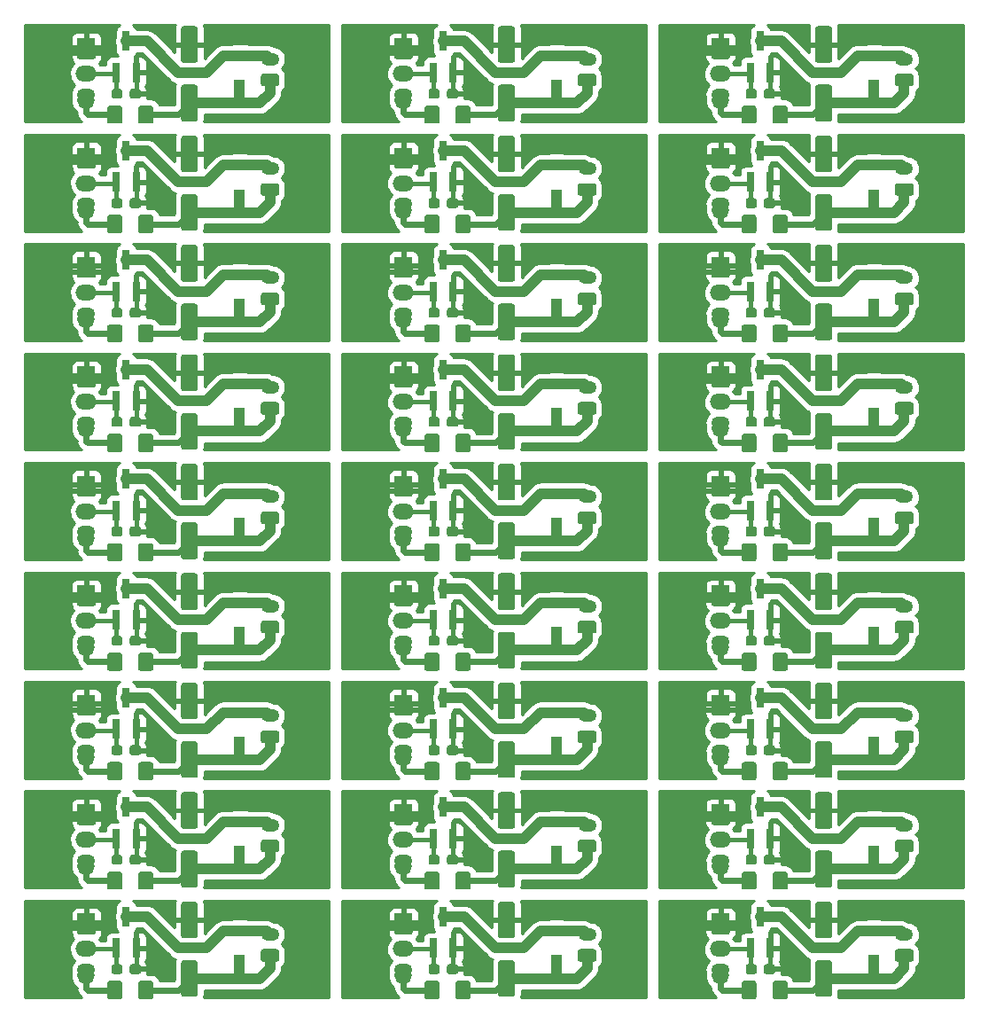
<source format=gbr>
G04 #@! TF.GenerationSoftware,KiCad,Pcbnew,5.99.0-unknown-r16857-c6889b00*
G04 #@! TF.CreationDate,2019-10-20T19:52:49+02:00*
G04 #@! TF.ProjectId,pulsr,70756c73-722e-46b6-9963-61645f706362,rev?*
G04 #@! TF.SameCoordinates,Original*
G04 #@! TF.FileFunction,Copper,L1,Top*
G04 #@! TF.FilePolarity,Positive*
%FSLAX46Y46*%
G04 Gerber Fmt 4.6, Leading zero omitted, Abs format (unit mm)*
G04 Created by KiCad (PCBNEW 5.99.0-unknown-r16857-c6889b00) date 2019-10-20 19:52:49*
%MOMM*%
%LPD*%
G04 APERTURE LIST*
%ADD10O,1.700000X1.700000*%
%ADD11O,2.000000X1.500000*%
%ADD12R,1.700000X1.700000*%
%ADD13C,0.100000*%
%ADD14C,1.425000*%
%ADD15C,0.950000*%
%ADD16C,1.600000*%
%ADD17R,1.100000X1.100000*%
%ADD18O,1.750000X1.200000*%
%ADD19C,1.200000*%
%ADD20R,0.800000X1.900000*%
%ADD21C,0.800000*%
%ADD22C,0.600000*%
%ADD23C,1.000000*%
%ADD24C,0.400000*%
%ADD25C,0.250000*%
G04 APERTURE END LIST*
D10*
X157050000Y-132240000D03*
D11*
X157050000Y-129700000D03*
D12*
X157050000Y-127160000D03*
D10*
X126750000Y-132240000D03*
D11*
X126750000Y-129700000D03*
D12*
X126750000Y-127160000D03*
D10*
X96450000Y-132240000D03*
D11*
X96450000Y-129700000D03*
D12*
X96450000Y-127160000D03*
D10*
X157050000Y-121790000D03*
D11*
X157050000Y-119250000D03*
D12*
X157050000Y-116710000D03*
D10*
X126750000Y-121790000D03*
D11*
X126750000Y-119250000D03*
D12*
X126750000Y-116710000D03*
D10*
X96450000Y-121790000D03*
D11*
X96450000Y-119250000D03*
D12*
X96450000Y-116710000D03*
D10*
X157050000Y-111340000D03*
D11*
X157050000Y-108800000D03*
D12*
X157050000Y-106260000D03*
D10*
X126750000Y-111340000D03*
D11*
X126750000Y-108800000D03*
D12*
X126750000Y-106260000D03*
D10*
X96450000Y-111340000D03*
D11*
X96450000Y-108800000D03*
D12*
X96450000Y-106260000D03*
D10*
X157050000Y-100890000D03*
D11*
X157050000Y-98350000D03*
D12*
X157050000Y-95810000D03*
D10*
X126750000Y-100890000D03*
D11*
X126750000Y-98350000D03*
D12*
X126750000Y-95810000D03*
D10*
X96450000Y-100890000D03*
D11*
X96450000Y-98350000D03*
D12*
X96450000Y-95810000D03*
D10*
X157050000Y-90440000D03*
D11*
X157050000Y-87900000D03*
D12*
X157050000Y-85360000D03*
D10*
X126750000Y-90440000D03*
D11*
X126750000Y-87900000D03*
D12*
X126750000Y-85360000D03*
D10*
X96450000Y-90440000D03*
D11*
X96450000Y-87900000D03*
D12*
X96450000Y-85360000D03*
D10*
X157050000Y-79990000D03*
D11*
X157050000Y-77450000D03*
D12*
X157050000Y-74910000D03*
D10*
X126750000Y-79990000D03*
D11*
X126750000Y-77450000D03*
D12*
X126750000Y-74910000D03*
D10*
X96450000Y-79990000D03*
D11*
X96450000Y-77450000D03*
D12*
X96450000Y-74910000D03*
D10*
X157050000Y-69540000D03*
D11*
X157050000Y-67000000D03*
D12*
X157050000Y-64460000D03*
D10*
X126750000Y-69540000D03*
D11*
X126750000Y-67000000D03*
D12*
X126750000Y-64460000D03*
D10*
X96450000Y-69540000D03*
D11*
X96450000Y-67000000D03*
D12*
X96450000Y-64460000D03*
D10*
X157050000Y-59090000D03*
D11*
X157050000Y-56550000D03*
D12*
X157050000Y-54010000D03*
D10*
X126750000Y-59090000D03*
D11*
X126750000Y-56550000D03*
D12*
X126750000Y-54010000D03*
D10*
X96450000Y-59090000D03*
D11*
X96450000Y-56550000D03*
D12*
X96450000Y-54010000D03*
D10*
X157050000Y-48640000D03*
D11*
X157050000Y-46100000D03*
D12*
X157050000Y-43560000D03*
D10*
X126750000Y-48640000D03*
D11*
X126750000Y-46100000D03*
D12*
X126750000Y-43560000D03*
D13*
G36*
X160320671Y-132744030D02*
G01*
X160401777Y-132798223D01*
X160455970Y-132879329D01*
X160475000Y-132975000D01*
X160475000Y-134225000D01*
X160455970Y-134320671D01*
X160401777Y-134401777D01*
X160320671Y-134455970D01*
X160225000Y-134475000D01*
X159300000Y-134475000D01*
X159204329Y-134455970D01*
X159123223Y-134401777D01*
X159069030Y-134320671D01*
X159050000Y-134225000D01*
X159050000Y-132975000D01*
X159069030Y-132879329D01*
X159123223Y-132798223D01*
X159204329Y-132744030D01*
X159300000Y-132725000D01*
X160225000Y-132725000D01*
X160320671Y-132744030D01*
X160320671Y-132744030D01*
G37*
D14*
X159762500Y-133600000D03*
D13*
G36*
X163295671Y-132744030D02*
G01*
X163376777Y-132798223D01*
X163430970Y-132879329D01*
X163450000Y-132975000D01*
X163450000Y-134225000D01*
X163430970Y-134320671D01*
X163376777Y-134401777D01*
X163295671Y-134455970D01*
X163200000Y-134475000D01*
X162275000Y-134475000D01*
X162179329Y-134455970D01*
X162098223Y-134401777D01*
X162044030Y-134320671D01*
X162025000Y-134225000D01*
X162025000Y-132975000D01*
X162044030Y-132879329D01*
X162098223Y-132798223D01*
X162179329Y-132744030D01*
X162275000Y-132725000D01*
X163200000Y-132725000D01*
X163295671Y-132744030D01*
X163295671Y-132744030D01*
G37*
D14*
X162737500Y-133600000D03*
D13*
G36*
X130020671Y-132744030D02*
G01*
X130101777Y-132798223D01*
X130155970Y-132879329D01*
X130175000Y-132975000D01*
X130175000Y-134225000D01*
X130155970Y-134320671D01*
X130101777Y-134401777D01*
X130020671Y-134455970D01*
X129925000Y-134475000D01*
X129000000Y-134475000D01*
X128904329Y-134455970D01*
X128823223Y-134401777D01*
X128769030Y-134320671D01*
X128750000Y-134225000D01*
X128750000Y-132975000D01*
X128769030Y-132879329D01*
X128823223Y-132798223D01*
X128904329Y-132744030D01*
X129000000Y-132725000D01*
X129925000Y-132725000D01*
X130020671Y-132744030D01*
X130020671Y-132744030D01*
G37*
D14*
X129462500Y-133600000D03*
D13*
G36*
X132995671Y-132744030D02*
G01*
X133076777Y-132798223D01*
X133130970Y-132879329D01*
X133150000Y-132975000D01*
X133150000Y-134225000D01*
X133130970Y-134320671D01*
X133076777Y-134401777D01*
X132995671Y-134455970D01*
X132900000Y-134475000D01*
X131975000Y-134475000D01*
X131879329Y-134455970D01*
X131798223Y-134401777D01*
X131744030Y-134320671D01*
X131725000Y-134225000D01*
X131725000Y-132975000D01*
X131744030Y-132879329D01*
X131798223Y-132798223D01*
X131879329Y-132744030D01*
X131975000Y-132725000D01*
X132900000Y-132725000D01*
X132995671Y-132744030D01*
X132995671Y-132744030D01*
G37*
D14*
X132437500Y-133600000D03*
D13*
G36*
X99720671Y-132744030D02*
G01*
X99801777Y-132798223D01*
X99855970Y-132879329D01*
X99875000Y-132975000D01*
X99875000Y-134225000D01*
X99855970Y-134320671D01*
X99801777Y-134401777D01*
X99720671Y-134455970D01*
X99625000Y-134475000D01*
X98700000Y-134475000D01*
X98604329Y-134455970D01*
X98523223Y-134401777D01*
X98469030Y-134320671D01*
X98450000Y-134225000D01*
X98450000Y-132975000D01*
X98469030Y-132879329D01*
X98523223Y-132798223D01*
X98604329Y-132744030D01*
X98700000Y-132725000D01*
X99625000Y-132725000D01*
X99720671Y-132744030D01*
X99720671Y-132744030D01*
G37*
D14*
X99162500Y-133600000D03*
D13*
G36*
X102695671Y-132744030D02*
G01*
X102776777Y-132798223D01*
X102830970Y-132879329D01*
X102850000Y-132975000D01*
X102850000Y-134225000D01*
X102830970Y-134320671D01*
X102776777Y-134401777D01*
X102695671Y-134455970D01*
X102600000Y-134475000D01*
X101675000Y-134475000D01*
X101579329Y-134455970D01*
X101498223Y-134401777D01*
X101444030Y-134320671D01*
X101425000Y-134225000D01*
X101425000Y-132975000D01*
X101444030Y-132879329D01*
X101498223Y-132798223D01*
X101579329Y-132744030D01*
X101675000Y-132725000D01*
X102600000Y-132725000D01*
X102695671Y-132744030D01*
X102695671Y-132744030D01*
G37*
D14*
X102137500Y-133600000D03*
D13*
G36*
X160320671Y-122294030D02*
G01*
X160401777Y-122348223D01*
X160455970Y-122429329D01*
X160475000Y-122525000D01*
X160475000Y-123775000D01*
X160455970Y-123870671D01*
X160401777Y-123951777D01*
X160320671Y-124005970D01*
X160225000Y-124025000D01*
X159300000Y-124025000D01*
X159204329Y-124005970D01*
X159123223Y-123951777D01*
X159069030Y-123870671D01*
X159050000Y-123775000D01*
X159050000Y-122525000D01*
X159069030Y-122429329D01*
X159123223Y-122348223D01*
X159204329Y-122294030D01*
X159300000Y-122275000D01*
X160225000Y-122275000D01*
X160320671Y-122294030D01*
X160320671Y-122294030D01*
G37*
D14*
X159762500Y-123150000D03*
D13*
G36*
X163295671Y-122294030D02*
G01*
X163376777Y-122348223D01*
X163430970Y-122429329D01*
X163450000Y-122525000D01*
X163450000Y-123775000D01*
X163430970Y-123870671D01*
X163376777Y-123951777D01*
X163295671Y-124005970D01*
X163200000Y-124025000D01*
X162275000Y-124025000D01*
X162179329Y-124005970D01*
X162098223Y-123951777D01*
X162044030Y-123870671D01*
X162025000Y-123775000D01*
X162025000Y-122525000D01*
X162044030Y-122429329D01*
X162098223Y-122348223D01*
X162179329Y-122294030D01*
X162275000Y-122275000D01*
X163200000Y-122275000D01*
X163295671Y-122294030D01*
X163295671Y-122294030D01*
G37*
D14*
X162737500Y-123150000D03*
D13*
G36*
X130020671Y-122294030D02*
G01*
X130101777Y-122348223D01*
X130155970Y-122429329D01*
X130175000Y-122525000D01*
X130175000Y-123775000D01*
X130155970Y-123870671D01*
X130101777Y-123951777D01*
X130020671Y-124005970D01*
X129925000Y-124025000D01*
X129000000Y-124025000D01*
X128904329Y-124005970D01*
X128823223Y-123951777D01*
X128769030Y-123870671D01*
X128750000Y-123775000D01*
X128750000Y-122525000D01*
X128769030Y-122429329D01*
X128823223Y-122348223D01*
X128904329Y-122294030D01*
X129000000Y-122275000D01*
X129925000Y-122275000D01*
X130020671Y-122294030D01*
X130020671Y-122294030D01*
G37*
D14*
X129462500Y-123150000D03*
D13*
G36*
X132995671Y-122294030D02*
G01*
X133076777Y-122348223D01*
X133130970Y-122429329D01*
X133150000Y-122525000D01*
X133150000Y-123775000D01*
X133130970Y-123870671D01*
X133076777Y-123951777D01*
X132995671Y-124005970D01*
X132900000Y-124025000D01*
X131975000Y-124025000D01*
X131879329Y-124005970D01*
X131798223Y-123951777D01*
X131744030Y-123870671D01*
X131725000Y-123775000D01*
X131725000Y-122525000D01*
X131744030Y-122429329D01*
X131798223Y-122348223D01*
X131879329Y-122294030D01*
X131975000Y-122275000D01*
X132900000Y-122275000D01*
X132995671Y-122294030D01*
X132995671Y-122294030D01*
G37*
D14*
X132437500Y-123150000D03*
D13*
G36*
X99720671Y-122294030D02*
G01*
X99801777Y-122348223D01*
X99855970Y-122429329D01*
X99875000Y-122525000D01*
X99875000Y-123775000D01*
X99855970Y-123870671D01*
X99801777Y-123951777D01*
X99720671Y-124005970D01*
X99625000Y-124025000D01*
X98700000Y-124025000D01*
X98604329Y-124005970D01*
X98523223Y-123951777D01*
X98469030Y-123870671D01*
X98450000Y-123775000D01*
X98450000Y-122525000D01*
X98469030Y-122429329D01*
X98523223Y-122348223D01*
X98604329Y-122294030D01*
X98700000Y-122275000D01*
X99625000Y-122275000D01*
X99720671Y-122294030D01*
X99720671Y-122294030D01*
G37*
D14*
X99162500Y-123150000D03*
D13*
G36*
X102695671Y-122294030D02*
G01*
X102776777Y-122348223D01*
X102830970Y-122429329D01*
X102850000Y-122525000D01*
X102850000Y-123775000D01*
X102830970Y-123870671D01*
X102776777Y-123951777D01*
X102695671Y-124005970D01*
X102600000Y-124025000D01*
X101675000Y-124025000D01*
X101579329Y-124005970D01*
X101498223Y-123951777D01*
X101444030Y-123870671D01*
X101425000Y-123775000D01*
X101425000Y-122525000D01*
X101444030Y-122429329D01*
X101498223Y-122348223D01*
X101579329Y-122294030D01*
X101675000Y-122275000D01*
X102600000Y-122275000D01*
X102695671Y-122294030D01*
X102695671Y-122294030D01*
G37*
D14*
X102137500Y-123150000D03*
D13*
G36*
X160320671Y-111844030D02*
G01*
X160401777Y-111898223D01*
X160455970Y-111979329D01*
X160475000Y-112075000D01*
X160475000Y-113325000D01*
X160455970Y-113420671D01*
X160401777Y-113501777D01*
X160320671Y-113555970D01*
X160225000Y-113575000D01*
X159300000Y-113575000D01*
X159204329Y-113555970D01*
X159123223Y-113501777D01*
X159069030Y-113420671D01*
X159050000Y-113325000D01*
X159050000Y-112075000D01*
X159069030Y-111979329D01*
X159123223Y-111898223D01*
X159204329Y-111844030D01*
X159300000Y-111825000D01*
X160225000Y-111825000D01*
X160320671Y-111844030D01*
X160320671Y-111844030D01*
G37*
D14*
X159762500Y-112700000D03*
D13*
G36*
X163295671Y-111844030D02*
G01*
X163376777Y-111898223D01*
X163430970Y-111979329D01*
X163450000Y-112075000D01*
X163450000Y-113325000D01*
X163430970Y-113420671D01*
X163376777Y-113501777D01*
X163295671Y-113555970D01*
X163200000Y-113575000D01*
X162275000Y-113575000D01*
X162179329Y-113555970D01*
X162098223Y-113501777D01*
X162044030Y-113420671D01*
X162025000Y-113325000D01*
X162025000Y-112075000D01*
X162044030Y-111979329D01*
X162098223Y-111898223D01*
X162179329Y-111844030D01*
X162275000Y-111825000D01*
X163200000Y-111825000D01*
X163295671Y-111844030D01*
X163295671Y-111844030D01*
G37*
D14*
X162737500Y-112700000D03*
D13*
G36*
X130020671Y-111844030D02*
G01*
X130101777Y-111898223D01*
X130155970Y-111979329D01*
X130175000Y-112075000D01*
X130175000Y-113325000D01*
X130155970Y-113420671D01*
X130101777Y-113501777D01*
X130020671Y-113555970D01*
X129925000Y-113575000D01*
X129000000Y-113575000D01*
X128904329Y-113555970D01*
X128823223Y-113501777D01*
X128769030Y-113420671D01*
X128750000Y-113325000D01*
X128750000Y-112075000D01*
X128769030Y-111979329D01*
X128823223Y-111898223D01*
X128904329Y-111844030D01*
X129000000Y-111825000D01*
X129925000Y-111825000D01*
X130020671Y-111844030D01*
X130020671Y-111844030D01*
G37*
D14*
X129462500Y-112700000D03*
D13*
G36*
X132995671Y-111844030D02*
G01*
X133076777Y-111898223D01*
X133130970Y-111979329D01*
X133150000Y-112075000D01*
X133150000Y-113325000D01*
X133130970Y-113420671D01*
X133076777Y-113501777D01*
X132995671Y-113555970D01*
X132900000Y-113575000D01*
X131975000Y-113575000D01*
X131879329Y-113555970D01*
X131798223Y-113501777D01*
X131744030Y-113420671D01*
X131725000Y-113325000D01*
X131725000Y-112075000D01*
X131744030Y-111979329D01*
X131798223Y-111898223D01*
X131879329Y-111844030D01*
X131975000Y-111825000D01*
X132900000Y-111825000D01*
X132995671Y-111844030D01*
X132995671Y-111844030D01*
G37*
D14*
X132437500Y-112700000D03*
D13*
G36*
X99720671Y-111844030D02*
G01*
X99801777Y-111898223D01*
X99855970Y-111979329D01*
X99875000Y-112075000D01*
X99875000Y-113325000D01*
X99855970Y-113420671D01*
X99801777Y-113501777D01*
X99720671Y-113555970D01*
X99625000Y-113575000D01*
X98700000Y-113575000D01*
X98604329Y-113555970D01*
X98523223Y-113501777D01*
X98469030Y-113420671D01*
X98450000Y-113325000D01*
X98450000Y-112075000D01*
X98469030Y-111979329D01*
X98523223Y-111898223D01*
X98604329Y-111844030D01*
X98700000Y-111825000D01*
X99625000Y-111825000D01*
X99720671Y-111844030D01*
X99720671Y-111844030D01*
G37*
D14*
X99162500Y-112700000D03*
D13*
G36*
X102695671Y-111844030D02*
G01*
X102776777Y-111898223D01*
X102830970Y-111979329D01*
X102850000Y-112075000D01*
X102850000Y-113325000D01*
X102830970Y-113420671D01*
X102776777Y-113501777D01*
X102695671Y-113555970D01*
X102600000Y-113575000D01*
X101675000Y-113575000D01*
X101579329Y-113555970D01*
X101498223Y-113501777D01*
X101444030Y-113420671D01*
X101425000Y-113325000D01*
X101425000Y-112075000D01*
X101444030Y-111979329D01*
X101498223Y-111898223D01*
X101579329Y-111844030D01*
X101675000Y-111825000D01*
X102600000Y-111825000D01*
X102695671Y-111844030D01*
X102695671Y-111844030D01*
G37*
D14*
X102137500Y-112700000D03*
D13*
G36*
X160320671Y-101394030D02*
G01*
X160401777Y-101448223D01*
X160455970Y-101529329D01*
X160475000Y-101625000D01*
X160475000Y-102875000D01*
X160455970Y-102970671D01*
X160401777Y-103051777D01*
X160320671Y-103105970D01*
X160225000Y-103125000D01*
X159300000Y-103125000D01*
X159204329Y-103105970D01*
X159123223Y-103051777D01*
X159069030Y-102970671D01*
X159050000Y-102875000D01*
X159050000Y-101625000D01*
X159069030Y-101529329D01*
X159123223Y-101448223D01*
X159204329Y-101394030D01*
X159300000Y-101375000D01*
X160225000Y-101375000D01*
X160320671Y-101394030D01*
X160320671Y-101394030D01*
G37*
D14*
X159762500Y-102250000D03*
D13*
G36*
X163295671Y-101394030D02*
G01*
X163376777Y-101448223D01*
X163430970Y-101529329D01*
X163450000Y-101625000D01*
X163450000Y-102875000D01*
X163430970Y-102970671D01*
X163376777Y-103051777D01*
X163295671Y-103105970D01*
X163200000Y-103125000D01*
X162275000Y-103125000D01*
X162179329Y-103105970D01*
X162098223Y-103051777D01*
X162044030Y-102970671D01*
X162025000Y-102875000D01*
X162025000Y-101625000D01*
X162044030Y-101529329D01*
X162098223Y-101448223D01*
X162179329Y-101394030D01*
X162275000Y-101375000D01*
X163200000Y-101375000D01*
X163295671Y-101394030D01*
X163295671Y-101394030D01*
G37*
D14*
X162737500Y-102250000D03*
D13*
G36*
X130020671Y-101394030D02*
G01*
X130101777Y-101448223D01*
X130155970Y-101529329D01*
X130175000Y-101625000D01*
X130175000Y-102875000D01*
X130155970Y-102970671D01*
X130101777Y-103051777D01*
X130020671Y-103105970D01*
X129925000Y-103125000D01*
X129000000Y-103125000D01*
X128904329Y-103105970D01*
X128823223Y-103051777D01*
X128769030Y-102970671D01*
X128750000Y-102875000D01*
X128750000Y-101625000D01*
X128769030Y-101529329D01*
X128823223Y-101448223D01*
X128904329Y-101394030D01*
X129000000Y-101375000D01*
X129925000Y-101375000D01*
X130020671Y-101394030D01*
X130020671Y-101394030D01*
G37*
D14*
X129462500Y-102250000D03*
D13*
G36*
X132995671Y-101394030D02*
G01*
X133076777Y-101448223D01*
X133130970Y-101529329D01*
X133150000Y-101625000D01*
X133150000Y-102875000D01*
X133130970Y-102970671D01*
X133076777Y-103051777D01*
X132995671Y-103105970D01*
X132900000Y-103125000D01*
X131975000Y-103125000D01*
X131879329Y-103105970D01*
X131798223Y-103051777D01*
X131744030Y-102970671D01*
X131725000Y-102875000D01*
X131725000Y-101625000D01*
X131744030Y-101529329D01*
X131798223Y-101448223D01*
X131879329Y-101394030D01*
X131975000Y-101375000D01*
X132900000Y-101375000D01*
X132995671Y-101394030D01*
X132995671Y-101394030D01*
G37*
D14*
X132437500Y-102250000D03*
D13*
G36*
X99720671Y-101394030D02*
G01*
X99801777Y-101448223D01*
X99855970Y-101529329D01*
X99875000Y-101625000D01*
X99875000Y-102875000D01*
X99855970Y-102970671D01*
X99801777Y-103051777D01*
X99720671Y-103105970D01*
X99625000Y-103125000D01*
X98700000Y-103125000D01*
X98604329Y-103105970D01*
X98523223Y-103051777D01*
X98469030Y-102970671D01*
X98450000Y-102875000D01*
X98450000Y-101625000D01*
X98469030Y-101529329D01*
X98523223Y-101448223D01*
X98604329Y-101394030D01*
X98700000Y-101375000D01*
X99625000Y-101375000D01*
X99720671Y-101394030D01*
X99720671Y-101394030D01*
G37*
D14*
X99162500Y-102250000D03*
D13*
G36*
X102695671Y-101394030D02*
G01*
X102776777Y-101448223D01*
X102830970Y-101529329D01*
X102850000Y-101625000D01*
X102850000Y-102875000D01*
X102830970Y-102970671D01*
X102776777Y-103051777D01*
X102695671Y-103105970D01*
X102600000Y-103125000D01*
X101675000Y-103125000D01*
X101579329Y-103105970D01*
X101498223Y-103051777D01*
X101444030Y-102970671D01*
X101425000Y-102875000D01*
X101425000Y-101625000D01*
X101444030Y-101529329D01*
X101498223Y-101448223D01*
X101579329Y-101394030D01*
X101675000Y-101375000D01*
X102600000Y-101375000D01*
X102695671Y-101394030D01*
X102695671Y-101394030D01*
G37*
D14*
X102137500Y-102250000D03*
D13*
G36*
X160320671Y-90944030D02*
G01*
X160401777Y-90998223D01*
X160455970Y-91079329D01*
X160475000Y-91175000D01*
X160475000Y-92425000D01*
X160455970Y-92520671D01*
X160401777Y-92601777D01*
X160320671Y-92655970D01*
X160225000Y-92675000D01*
X159300000Y-92675000D01*
X159204329Y-92655970D01*
X159123223Y-92601777D01*
X159069030Y-92520671D01*
X159050000Y-92425000D01*
X159050000Y-91175000D01*
X159069030Y-91079329D01*
X159123223Y-90998223D01*
X159204329Y-90944030D01*
X159300000Y-90925000D01*
X160225000Y-90925000D01*
X160320671Y-90944030D01*
X160320671Y-90944030D01*
G37*
D14*
X159762500Y-91800000D03*
D13*
G36*
X163295671Y-90944030D02*
G01*
X163376777Y-90998223D01*
X163430970Y-91079329D01*
X163450000Y-91175000D01*
X163450000Y-92425000D01*
X163430970Y-92520671D01*
X163376777Y-92601777D01*
X163295671Y-92655970D01*
X163200000Y-92675000D01*
X162275000Y-92675000D01*
X162179329Y-92655970D01*
X162098223Y-92601777D01*
X162044030Y-92520671D01*
X162025000Y-92425000D01*
X162025000Y-91175000D01*
X162044030Y-91079329D01*
X162098223Y-90998223D01*
X162179329Y-90944030D01*
X162275000Y-90925000D01*
X163200000Y-90925000D01*
X163295671Y-90944030D01*
X163295671Y-90944030D01*
G37*
D14*
X162737500Y-91800000D03*
D13*
G36*
X130020671Y-90944030D02*
G01*
X130101777Y-90998223D01*
X130155970Y-91079329D01*
X130175000Y-91175000D01*
X130175000Y-92425000D01*
X130155970Y-92520671D01*
X130101777Y-92601777D01*
X130020671Y-92655970D01*
X129925000Y-92675000D01*
X129000000Y-92675000D01*
X128904329Y-92655970D01*
X128823223Y-92601777D01*
X128769030Y-92520671D01*
X128750000Y-92425000D01*
X128750000Y-91175000D01*
X128769030Y-91079329D01*
X128823223Y-90998223D01*
X128904329Y-90944030D01*
X129000000Y-90925000D01*
X129925000Y-90925000D01*
X130020671Y-90944030D01*
X130020671Y-90944030D01*
G37*
D14*
X129462500Y-91800000D03*
D13*
G36*
X132995671Y-90944030D02*
G01*
X133076777Y-90998223D01*
X133130970Y-91079329D01*
X133150000Y-91175000D01*
X133150000Y-92425000D01*
X133130970Y-92520671D01*
X133076777Y-92601777D01*
X132995671Y-92655970D01*
X132900000Y-92675000D01*
X131975000Y-92675000D01*
X131879329Y-92655970D01*
X131798223Y-92601777D01*
X131744030Y-92520671D01*
X131725000Y-92425000D01*
X131725000Y-91175000D01*
X131744030Y-91079329D01*
X131798223Y-90998223D01*
X131879329Y-90944030D01*
X131975000Y-90925000D01*
X132900000Y-90925000D01*
X132995671Y-90944030D01*
X132995671Y-90944030D01*
G37*
D14*
X132437500Y-91800000D03*
D13*
G36*
X99720671Y-90944030D02*
G01*
X99801777Y-90998223D01*
X99855970Y-91079329D01*
X99875000Y-91175000D01*
X99875000Y-92425000D01*
X99855970Y-92520671D01*
X99801777Y-92601777D01*
X99720671Y-92655970D01*
X99625000Y-92675000D01*
X98700000Y-92675000D01*
X98604329Y-92655970D01*
X98523223Y-92601777D01*
X98469030Y-92520671D01*
X98450000Y-92425000D01*
X98450000Y-91175000D01*
X98469030Y-91079329D01*
X98523223Y-90998223D01*
X98604329Y-90944030D01*
X98700000Y-90925000D01*
X99625000Y-90925000D01*
X99720671Y-90944030D01*
X99720671Y-90944030D01*
G37*
D14*
X99162500Y-91800000D03*
D13*
G36*
X102695671Y-90944030D02*
G01*
X102776777Y-90998223D01*
X102830970Y-91079329D01*
X102850000Y-91175000D01*
X102850000Y-92425000D01*
X102830970Y-92520671D01*
X102776777Y-92601777D01*
X102695671Y-92655970D01*
X102600000Y-92675000D01*
X101675000Y-92675000D01*
X101579329Y-92655970D01*
X101498223Y-92601777D01*
X101444030Y-92520671D01*
X101425000Y-92425000D01*
X101425000Y-91175000D01*
X101444030Y-91079329D01*
X101498223Y-90998223D01*
X101579329Y-90944030D01*
X101675000Y-90925000D01*
X102600000Y-90925000D01*
X102695671Y-90944030D01*
X102695671Y-90944030D01*
G37*
D14*
X102137500Y-91800000D03*
D13*
G36*
X160320671Y-80494030D02*
G01*
X160401777Y-80548223D01*
X160455970Y-80629329D01*
X160475000Y-80725000D01*
X160475000Y-81975000D01*
X160455970Y-82070671D01*
X160401777Y-82151777D01*
X160320671Y-82205970D01*
X160225000Y-82225000D01*
X159300000Y-82225000D01*
X159204329Y-82205970D01*
X159123223Y-82151777D01*
X159069030Y-82070671D01*
X159050000Y-81975000D01*
X159050000Y-80725000D01*
X159069030Y-80629329D01*
X159123223Y-80548223D01*
X159204329Y-80494030D01*
X159300000Y-80475000D01*
X160225000Y-80475000D01*
X160320671Y-80494030D01*
X160320671Y-80494030D01*
G37*
D14*
X159762500Y-81350000D03*
D13*
G36*
X163295671Y-80494030D02*
G01*
X163376777Y-80548223D01*
X163430970Y-80629329D01*
X163450000Y-80725000D01*
X163450000Y-81975000D01*
X163430970Y-82070671D01*
X163376777Y-82151777D01*
X163295671Y-82205970D01*
X163200000Y-82225000D01*
X162275000Y-82225000D01*
X162179329Y-82205970D01*
X162098223Y-82151777D01*
X162044030Y-82070671D01*
X162025000Y-81975000D01*
X162025000Y-80725000D01*
X162044030Y-80629329D01*
X162098223Y-80548223D01*
X162179329Y-80494030D01*
X162275000Y-80475000D01*
X163200000Y-80475000D01*
X163295671Y-80494030D01*
X163295671Y-80494030D01*
G37*
D14*
X162737500Y-81350000D03*
D13*
G36*
X130020671Y-80494030D02*
G01*
X130101777Y-80548223D01*
X130155970Y-80629329D01*
X130175000Y-80725000D01*
X130175000Y-81975000D01*
X130155970Y-82070671D01*
X130101777Y-82151777D01*
X130020671Y-82205970D01*
X129925000Y-82225000D01*
X129000000Y-82225000D01*
X128904329Y-82205970D01*
X128823223Y-82151777D01*
X128769030Y-82070671D01*
X128750000Y-81975000D01*
X128750000Y-80725000D01*
X128769030Y-80629329D01*
X128823223Y-80548223D01*
X128904329Y-80494030D01*
X129000000Y-80475000D01*
X129925000Y-80475000D01*
X130020671Y-80494030D01*
X130020671Y-80494030D01*
G37*
D14*
X129462500Y-81350000D03*
D13*
G36*
X132995671Y-80494030D02*
G01*
X133076777Y-80548223D01*
X133130970Y-80629329D01*
X133150000Y-80725000D01*
X133150000Y-81975000D01*
X133130970Y-82070671D01*
X133076777Y-82151777D01*
X132995671Y-82205970D01*
X132900000Y-82225000D01*
X131975000Y-82225000D01*
X131879329Y-82205970D01*
X131798223Y-82151777D01*
X131744030Y-82070671D01*
X131725000Y-81975000D01*
X131725000Y-80725000D01*
X131744030Y-80629329D01*
X131798223Y-80548223D01*
X131879329Y-80494030D01*
X131975000Y-80475000D01*
X132900000Y-80475000D01*
X132995671Y-80494030D01*
X132995671Y-80494030D01*
G37*
D14*
X132437500Y-81350000D03*
D13*
G36*
X99720671Y-80494030D02*
G01*
X99801777Y-80548223D01*
X99855970Y-80629329D01*
X99875000Y-80725000D01*
X99875000Y-81975000D01*
X99855970Y-82070671D01*
X99801777Y-82151777D01*
X99720671Y-82205970D01*
X99625000Y-82225000D01*
X98700000Y-82225000D01*
X98604329Y-82205970D01*
X98523223Y-82151777D01*
X98469030Y-82070671D01*
X98450000Y-81975000D01*
X98450000Y-80725000D01*
X98469030Y-80629329D01*
X98523223Y-80548223D01*
X98604329Y-80494030D01*
X98700000Y-80475000D01*
X99625000Y-80475000D01*
X99720671Y-80494030D01*
X99720671Y-80494030D01*
G37*
D14*
X99162500Y-81350000D03*
D13*
G36*
X102695671Y-80494030D02*
G01*
X102776777Y-80548223D01*
X102830970Y-80629329D01*
X102850000Y-80725000D01*
X102850000Y-81975000D01*
X102830970Y-82070671D01*
X102776777Y-82151777D01*
X102695671Y-82205970D01*
X102600000Y-82225000D01*
X101675000Y-82225000D01*
X101579329Y-82205970D01*
X101498223Y-82151777D01*
X101444030Y-82070671D01*
X101425000Y-81975000D01*
X101425000Y-80725000D01*
X101444030Y-80629329D01*
X101498223Y-80548223D01*
X101579329Y-80494030D01*
X101675000Y-80475000D01*
X102600000Y-80475000D01*
X102695671Y-80494030D01*
X102695671Y-80494030D01*
G37*
D14*
X102137500Y-81350000D03*
D13*
G36*
X160320671Y-70044030D02*
G01*
X160401777Y-70098223D01*
X160455970Y-70179329D01*
X160475000Y-70275000D01*
X160475000Y-71525000D01*
X160455970Y-71620671D01*
X160401777Y-71701777D01*
X160320671Y-71755970D01*
X160225000Y-71775000D01*
X159300000Y-71775000D01*
X159204329Y-71755970D01*
X159123223Y-71701777D01*
X159069030Y-71620671D01*
X159050000Y-71525000D01*
X159050000Y-70275000D01*
X159069030Y-70179329D01*
X159123223Y-70098223D01*
X159204329Y-70044030D01*
X159300000Y-70025000D01*
X160225000Y-70025000D01*
X160320671Y-70044030D01*
X160320671Y-70044030D01*
G37*
D14*
X159762500Y-70900000D03*
D13*
G36*
X163295671Y-70044030D02*
G01*
X163376777Y-70098223D01*
X163430970Y-70179329D01*
X163450000Y-70275000D01*
X163450000Y-71525000D01*
X163430970Y-71620671D01*
X163376777Y-71701777D01*
X163295671Y-71755970D01*
X163200000Y-71775000D01*
X162275000Y-71775000D01*
X162179329Y-71755970D01*
X162098223Y-71701777D01*
X162044030Y-71620671D01*
X162025000Y-71525000D01*
X162025000Y-70275000D01*
X162044030Y-70179329D01*
X162098223Y-70098223D01*
X162179329Y-70044030D01*
X162275000Y-70025000D01*
X163200000Y-70025000D01*
X163295671Y-70044030D01*
X163295671Y-70044030D01*
G37*
D14*
X162737500Y-70900000D03*
D13*
G36*
X130020671Y-70044030D02*
G01*
X130101777Y-70098223D01*
X130155970Y-70179329D01*
X130175000Y-70275000D01*
X130175000Y-71525000D01*
X130155970Y-71620671D01*
X130101777Y-71701777D01*
X130020671Y-71755970D01*
X129925000Y-71775000D01*
X129000000Y-71775000D01*
X128904329Y-71755970D01*
X128823223Y-71701777D01*
X128769030Y-71620671D01*
X128750000Y-71525000D01*
X128750000Y-70275000D01*
X128769030Y-70179329D01*
X128823223Y-70098223D01*
X128904329Y-70044030D01*
X129000000Y-70025000D01*
X129925000Y-70025000D01*
X130020671Y-70044030D01*
X130020671Y-70044030D01*
G37*
D14*
X129462500Y-70900000D03*
D13*
G36*
X132995671Y-70044030D02*
G01*
X133076777Y-70098223D01*
X133130970Y-70179329D01*
X133150000Y-70275000D01*
X133150000Y-71525000D01*
X133130970Y-71620671D01*
X133076777Y-71701777D01*
X132995671Y-71755970D01*
X132900000Y-71775000D01*
X131975000Y-71775000D01*
X131879329Y-71755970D01*
X131798223Y-71701777D01*
X131744030Y-71620671D01*
X131725000Y-71525000D01*
X131725000Y-70275000D01*
X131744030Y-70179329D01*
X131798223Y-70098223D01*
X131879329Y-70044030D01*
X131975000Y-70025000D01*
X132900000Y-70025000D01*
X132995671Y-70044030D01*
X132995671Y-70044030D01*
G37*
D14*
X132437500Y-70900000D03*
D13*
G36*
X99720671Y-70044030D02*
G01*
X99801777Y-70098223D01*
X99855970Y-70179329D01*
X99875000Y-70275000D01*
X99875000Y-71525000D01*
X99855970Y-71620671D01*
X99801777Y-71701777D01*
X99720671Y-71755970D01*
X99625000Y-71775000D01*
X98700000Y-71775000D01*
X98604329Y-71755970D01*
X98523223Y-71701777D01*
X98469030Y-71620671D01*
X98450000Y-71525000D01*
X98450000Y-70275000D01*
X98469030Y-70179329D01*
X98523223Y-70098223D01*
X98604329Y-70044030D01*
X98700000Y-70025000D01*
X99625000Y-70025000D01*
X99720671Y-70044030D01*
X99720671Y-70044030D01*
G37*
D14*
X99162500Y-70900000D03*
D13*
G36*
X102695671Y-70044030D02*
G01*
X102776777Y-70098223D01*
X102830970Y-70179329D01*
X102850000Y-70275000D01*
X102850000Y-71525000D01*
X102830970Y-71620671D01*
X102776777Y-71701777D01*
X102695671Y-71755970D01*
X102600000Y-71775000D01*
X101675000Y-71775000D01*
X101579329Y-71755970D01*
X101498223Y-71701777D01*
X101444030Y-71620671D01*
X101425000Y-71525000D01*
X101425000Y-70275000D01*
X101444030Y-70179329D01*
X101498223Y-70098223D01*
X101579329Y-70044030D01*
X101675000Y-70025000D01*
X102600000Y-70025000D01*
X102695671Y-70044030D01*
X102695671Y-70044030D01*
G37*
D14*
X102137500Y-70900000D03*
D13*
G36*
X160320671Y-59594030D02*
G01*
X160401777Y-59648223D01*
X160455970Y-59729329D01*
X160475000Y-59825000D01*
X160475000Y-61075000D01*
X160455970Y-61170671D01*
X160401777Y-61251777D01*
X160320671Y-61305970D01*
X160225000Y-61325000D01*
X159300000Y-61325000D01*
X159204329Y-61305970D01*
X159123223Y-61251777D01*
X159069030Y-61170671D01*
X159050000Y-61075000D01*
X159050000Y-59825000D01*
X159069030Y-59729329D01*
X159123223Y-59648223D01*
X159204329Y-59594030D01*
X159300000Y-59575000D01*
X160225000Y-59575000D01*
X160320671Y-59594030D01*
X160320671Y-59594030D01*
G37*
D14*
X159762500Y-60450000D03*
D13*
G36*
X163295671Y-59594030D02*
G01*
X163376777Y-59648223D01*
X163430970Y-59729329D01*
X163450000Y-59825000D01*
X163450000Y-61075000D01*
X163430970Y-61170671D01*
X163376777Y-61251777D01*
X163295671Y-61305970D01*
X163200000Y-61325000D01*
X162275000Y-61325000D01*
X162179329Y-61305970D01*
X162098223Y-61251777D01*
X162044030Y-61170671D01*
X162025000Y-61075000D01*
X162025000Y-59825000D01*
X162044030Y-59729329D01*
X162098223Y-59648223D01*
X162179329Y-59594030D01*
X162275000Y-59575000D01*
X163200000Y-59575000D01*
X163295671Y-59594030D01*
X163295671Y-59594030D01*
G37*
D14*
X162737500Y-60450000D03*
D13*
G36*
X130020671Y-59594030D02*
G01*
X130101777Y-59648223D01*
X130155970Y-59729329D01*
X130175000Y-59825000D01*
X130175000Y-61075000D01*
X130155970Y-61170671D01*
X130101777Y-61251777D01*
X130020671Y-61305970D01*
X129925000Y-61325000D01*
X129000000Y-61325000D01*
X128904329Y-61305970D01*
X128823223Y-61251777D01*
X128769030Y-61170671D01*
X128750000Y-61075000D01*
X128750000Y-59825000D01*
X128769030Y-59729329D01*
X128823223Y-59648223D01*
X128904329Y-59594030D01*
X129000000Y-59575000D01*
X129925000Y-59575000D01*
X130020671Y-59594030D01*
X130020671Y-59594030D01*
G37*
D14*
X129462500Y-60450000D03*
D13*
G36*
X132995671Y-59594030D02*
G01*
X133076777Y-59648223D01*
X133130970Y-59729329D01*
X133150000Y-59825000D01*
X133150000Y-61075000D01*
X133130970Y-61170671D01*
X133076777Y-61251777D01*
X132995671Y-61305970D01*
X132900000Y-61325000D01*
X131975000Y-61325000D01*
X131879329Y-61305970D01*
X131798223Y-61251777D01*
X131744030Y-61170671D01*
X131725000Y-61075000D01*
X131725000Y-59825000D01*
X131744030Y-59729329D01*
X131798223Y-59648223D01*
X131879329Y-59594030D01*
X131975000Y-59575000D01*
X132900000Y-59575000D01*
X132995671Y-59594030D01*
X132995671Y-59594030D01*
G37*
D14*
X132437500Y-60450000D03*
D13*
G36*
X99720671Y-59594030D02*
G01*
X99801777Y-59648223D01*
X99855970Y-59729329D01*
X99875000Y-59825000D01*
X99875000Y-61075000D01*
X99855970Y-61170671D01*
X99801777Y-61251777D01*
X99720671Y-61305970D01*
X99625000Y-61325000D01*
X98700000Y-61325000D01*
X98604329Y-61305970D01*
X98523223Y-61251777D01*
X98469030Y-61170671D01*
X98450000Y-61075000D01*
X98450000Y-59825000D01*
X98469030Y-59729329D01*
X98523223Y-59648223D01*
X98604329Y-59594030D01*
X98700000Y-59575000D01*
X99625000Y-59575000D01*
X99720671Y-59594030D01*
X99720671Y-59594030D01*
G37*
D14*
X99162500Y-60450000D03*
D13*
G36*
X102695671Y-59594030D02*
G01*
X102776777Y-59648223D01*
X102830970Y-59729329D01*
X102850000Y-59825000D01*
X102850000Y-61075000D01*
X102830970Y-61170671D01*
X102776777Y-61251777D01*
X102695671Y-61305970D01*
X102600000Y-61325000D01*
X101675000Y-61325000D01*
X101579329Y-61305970D01*
X101498223Y-61251777D01*
X101444030Y-61170671D01*
X101425000Y-61075000D01*
X101425000Y-59825000D01*
X101444030Y-59729329D01*
X101498223Y-59648223D01*
X101579329Y-59594030D01*
X101675000Y-59575000D01*
X102600000Y-59575000D01*
X102695671Y-59594030D01*
X102695671Y-59594030D01*
G37*
D14*
X102137500Y-60450000D03*
D13*
G36*
X160320671Y-49144030D02*
G01*
X160401777Y-49198223D01*
X160455970Y-49279329D01*
X160475000Y-49375000D01*
X160475000Y-50625000D01*
X160455970Y-50720671D01*
X160401777Y-50801777D01*
X160320671Y-50855970D01*
X160225000Y-50875000D01*
X159300000Y-50875000D01*
X159204329Y-50855970D01*
X159123223Y-50801777D01*
X159069030Y-50720671D01*
X159050000Y-50625000D01*
X159050000Y-49375000D01*
X159069030Y-49279329D01*
X159123223Y-49198223D01*
X159204329Y-49144030D01*
X159300000Y-49125000D01*
X160225000Y-49125000D01*
X160320671Y-49144030D01*
X160320671Y-49144030D01*
G37*
D14*
X159762500Y-50000000D03*
D13*
G36*
X163295671Y-49144030D02*
G01*
X163376777Y-49198223D01*
X163430970Y-49279329D01*
X163450000Y-49375000D01*
X163450000Y-50625000D01*
X163430970Y-50720671D01*
X163376777Y-50801777D01*
X163295671Y-50855970D01*
X163200000Y-50875000D01*
X162275000Y-50875000D01*
X162179329Y-50855970D01*
X162098223Y-50801777D01*
X162044030Y-50720671D01*
X162025000Y-50625000D01*
X162025000Y-49375000D01*
X162044030Y-49279329D01*
X162098223Y-49198223D01*
X162179329Y-49144030D01*
X162275000Y-49125000D01*
X163200000Y-49125000D01*
X163295671Y-49144030D01*
X163295671Y-49144030D01*
G37*
D14*
X162737500Y-50000000D03*
D13*
G36*
X130020671Y-49144030D02*
G01*
X130101777Y-49198223D01*
X130155970Y-49279329D01*
X130175000Y-49375000D01*
X130175000Y-50625000D01*
X130155970Y-50720671D01*
X130101777Y-50801777D01*
X130020671Y-50855970D01*
X129925000Y-50875000D01*
X129000000Y-50875000D01*
X128904329Y-50855970D01*
X128823223Y-50801777D01*
X128769030Y-50720671D01*
X128750000Y-50625000D01*
X128750000Y-49375000D01*
X128769030Y-49279329D01*
X128823223Y-49198223D01*
X128904329Y-49144030D01*
X129000000Y-49125000D01*
X129925000Y-49125000D01*
X130020671Y-49144030D01*
X130020671Y-49144030D01*
G37*
D14*
X129462500Y-50000000D03*
D13*
G36*
X132995671Y-49144030D02*
G01*
X133076777Y-49198223D01*
X133130970Y-49279329D01*
X133150000Y-49375000D01*
X133150000Y-50625000D01*
X133130970Y-50720671D01*
X133076777Y-50801777D01*
X132995671Y-50855970D01*
X132900000Y-50875000D01*
X131975000Y-50875000D01*
X131879329Y-50855970D01*
X131798223Y-50801777D01*
X131744030Y-50720671D01*
X131725000Y-50625000D01*
X131725000Y-49375000D01*
X131744030Y-49279329D01*
X131798223Y-49198223D01*
X131879329Y-49144030D01*
X131975000Y-49125000D01*
X132900000Y-49125000D01*
X132995671Y-49144030D01*
X132995671Y-49144030D01*
G37*
D14*
X132437500Y-50000000D03*
D13*
G36*
X162103387Y-131143079D02*
G01*
X162180438Y-131194562D01*
X162231921Y-131271613D01*
X162250000Y-131362500D01*
X162250000Y-131837500D01*
X162231921Y-131928387D01*
X162180438Y-132005438D01*
X162103387Y-132056921D01*
X162012500Y-132075000D01*
X161437500Y-132075000D01*
X161346613Y-132056921D01*
X161269562Y-132005438D01*
X161218079Y-131928387D01*
X161200000Y-131837500D01*
X161200000Y-131362500D01*
X161218079Y-131271613D01*
X161269562Y-131194562D01*
X161346613Y-131143079D01*
X161437500Y-131125000D01*
X162012500Y-131125000D01*
X162103387Y-131143079D01*
X162103387Y-131143079D01*
G37*
D15*
X161725000Y-131600000D03*
D13*
G36*
X160353387Y-131143079D02*
G01*
X160430438Y-131194562D01*
X160481921Y-131271613D01*
X160500000Y-131362500D01*
X160500000Y-131837500D01*
X160481921Y-131928387D01*
X160430438Y-132005438D01*
X160353387Y-132056921D01*
X160262500Y-132075000D01*
X159687500Y-132075000D01*
X159596613Y-132056921D01*
X159519562Y-132005438D01*
X159468079Y-131928387D01*
X159450000Y-131837500D01*
X159450000Y-131362500D01*
X159468079Y-131271613D01*
X159519562Y-131194562D01*
X159596613Y-131143079D01*
X159687500Y-131125000D01*
X160262500Y-131125000D01*
X160353387Y-131143079D01*
X160353387Y-131143079D01*
G37*
D15*
X159975000Y-131600000D03*
D13*
G36*
X131803387Y-131143079D02*
G01*
X131880438Y-131194562D01*
X131931921Y-131271613D01*
X131950000Y-131362500D01*
X131950000Y-131837500D01*
X131931921Y-131928387D01*
X131880438Y-132005438D01*
X131803387Y-132056921D01*
X131712500Y-132075000D01*
X131137500Y-132075000D01*
X131046613Y-132056921D01*
X130969562Y-132005438D01*
X130918079Y-131928387D01*
X130900000Y-131837500D01*
X130900000Y-131362500D01*
X130918079Y-131271613D01*
X130969562Y-131194562D01*
X131046613Y-131143079D01*
X131137500Y-131125000D01*
X131712500Y-131125000D01*
X131803387Y-131143079D01*
X131803387Y-131143079D01*
G37*
D15*
X131425000Y-131600000D03*
D13*
G36*
X130053387Y-131143079D02*
G01*
X130130438Y-131194562D01*
X130181921Y-131271613D01*
X130200000Y-131362500D01*
X130200000Y-131837500D01*
X130181921Y-131928387D01*
X130130438Y-132005438D01*
X130053387Y-132056921D01*
X129962500Y-132075000D01*
X129387500Y-132075000D01*
X129296613Y-132056921D01*
X129219562Y-132005438D01*
X129168079Y-131928387D01*
X129150000Y-131837500D01*
X129150000Y-131362500D01*
X129168079Y-131271613D01*
X129219562Y-131194562D01*
X129296613Y-131143079D01*
X129387500Y-131125000D01*
X129962500Y-131125000D01*
X130053387Y-131143079D01*
X130053387Y-131143079D01*
G37*
D15*
X129675000Y-131600000D03*
D13*
G36*
X101503387Y-131143079D02*
G01*
X101580438Y-131194562D01*
X101631921Y-131271613D01*
X101650000Y-131362500D01*
X101650000Y-131837500D01*
X101631921Y-131928387D01*
X101580438Y-132005438D01*
X101503387Y-132056921D01*
X101412500Y-132075000D01*
X100837500Y-132075000D01*
X100746613Y-132056921D01*
X100669562Y-132005438D01*
X100618079Y-131928387D01*
X100600000Y-131837500D01*
X100600000Y-131362500D01*
X100618079Y-131271613D01*
X100669562Y-131194562D01*
X100746613Y-131143079D01*
X100837500Y-131125000D01*
X101412500Y-131125000D01*
X101503387Y-131143079D01*
X101503387Y-131143079D01*
G37*
D15*
X101125000Y-131600000D03*
D13*
G36*
X99753387Y-131143079D02*
G01*
X99830438Y-131194562D01*
X99881921Y-131271613D01*
X99900000Y-131362500D01*
X99900000Y-131837500D01*
X99881921Y-131928387D01*
X99830438Y-132005438D01*
X99753387Y-132056921D01*
X99662500Y-132075000D01*
X99087500Y-132075000D01*
X98996613Y-132056921D01*
X98919562Y-132005438D01*
X98868079Y-131928387D01*
X98850000Y-131837500D01*
X98850000Y-131362500D01*
X98868079Y-131271613D01*
X98919562Y-131194562D01*
X98996613Y-131143079D01*
X99087500Y-131125000D01*
X99662500Y-131125000D01*
X99753387Y-131143079D01*
X99753387Y-131143079D01*
G37*
D15*
X99375000Y-131600000D03*
D13*
G36*
X162103387Y-120693079D02*
G01*
X162180438Y-120744562D01*
X162231921Y-120821613D01*
X162250000Y-120912500D01*
X162250000Y-121387500D01*
X162231921Y-121478387D01*
X162180438Y-121555438D01*
X162103387Y-121606921D01*
X162012500Y-121625000D01*
X161437500Y-121625000D01*
X161346613Y-121606921D01*
X161269562Y-121555438D01*
X161218079Y-121478387D01*
X161200000Y-121387500D01*
X161200000Y-120912500D01*
X161218079Y-120821613D01*
X161269562Y-120744562D01*
X161346613Y-120693079D01*
X161437500Y-120675000D01*
X162012500Y-120675000D01*
X162103387Y-120693079D01*
X162103387Y-120693079D01*
G37*
D15*
X161725000Y-121150000D03*
D13*
G36*
X160353387Y-120693079D02*
G01*
X160430438Y-120744562D01*
X160481921Y-120821613D01*
X160500000Y-120912500D01*
X160500000Y-121387500D01*
X160481921Y-121478387D01*
X160430438Y-121555438D01*
X160353387Y-121606921D01*
X160262500Y-121625000D01*
X159687500Y-121625000D01*
X159596613Y-121606921D01*
X159519562Y-121555438D01*
X159468079Y-121478387D01*
X159450000Y-121387500D01*
X159450000Y-120912500D01*
X159468079Y-120821613D01*
X159519562Y-120744562D01*
X159596613Y-120693079D01*
X159687500Y-120675000D01*
X160262500Y-120675000D01*
X160353387Y-120693079D01*
X160353387Y-120693079D01*
G37*
D15*
X159975000Y-121150000D03*
D13*
G36*
X131803387Y-120693079D02*
G01*
X131880438Y-120744562D01*
X131931921Y-120821613D01*
X131950000Y-120912500D01*
X131950000Y-121387500D01*
X131931921Y-121478387D01*
X131880438Y-121555438D01*
X131803387Y-121606921D01*
X131712500Y-121625000D01*
X131137500Y-121625000D01*
X131046613Y-121606921D01*
X130969562Y-121555438D01*
X130918079Y-121478387D01*
X130900000Y-121387500D01*
X130900000Y-120912500D01*
X130918079Y-120821613D01*
X130969562Y-120744562D01*
X131046613Y-120693079D01*
X131137500Y-120675000D01*
X131712500Y-120675000D01*
X131803387Y-120693079D01*
X131803387Y-120693079D01*
G37*
D15*
X131425000Y-121150000D03*
D13*
G36*
X130053387Y-120693079D02*
G01*
X130130438Y-120744562D01*
X130181921Y-120821613D01*
X130200000Y-120912500D01*
X130200000Y-121387500D01*
X130181921Y-121478387D01*
X130130438Y-121555438D01*
X130053387Y-121606921D01*
X129962500Y-121625000D01*
X129387500Y-121625000D01*
X129296613Y-121606921D01*
X129219562Y-121555438D01*
X129168079Y-121478387D01*
X129150000Y-121387500D01*
X129150000Y-120912500D01*
X129168079Y-120821613D01*
X129219562Y-120744562D01*
X129296613Y-120693079D01*
X129387500Y-120675000D01*
X129962500Y-120675000D01*
X130053387Y-120693079D01*
X130053387Y-120693079D01*
G37*
D15*
X129675000Y-121150000D03*
D13*
G36*
X101503387Y-120693079D02*
G01*
X101580438Y-120744562D01*
X101631921Y-120821613D01*
X101650000Y-120912500D01*
X101650000Y-121387500D01*
X101631921Y-121478387D01*
X101580438Y-121555438D01*
X101503387Y-121606921D01*
X101412500Y-121625000D01*
X100837500Y-121625000D01*
X100746613Y-121606921D01*
X100669562Y-121555438D01*
X100618079Y-121478387D01*
X100600000Y-121387500D01*
X100600000Y-120912500D01*
X100618079Y-120821613D01*
X100669562Y-120744562D01*
X100746613Y-120693079D01*
X100837500Y-120675000D01*
X101412500Y-120675000D01*
X101503387Y-120693079D01*
X101503387Y-120693079D01*
G37*
D15*
X101125000Y-121150000D03*
D13*
G36*
X99753387Y-120693079D02*
G01*
X99830438Y-120744562D01*
X99881921Y-120821613D01*
X99900000Y-120912500D01*
X99900000Y-121387500D01*
X99881921Y-121478387D01*
X99830438Y-121555438D01*
X99753387Y-121606921D01*
X99662500Y-121625000D01*
X99087500Y-121625000D01*
X98996613Y-121606921D01*
X98919562Y-121555438D01*
X98868079Y-121478387D01*
X98850000Y-121387500D01*
X98850000Y-120912500D01*
X98868079Y-120821613D01*
X98919562Y-120744562D01*
X98996613Y-120693079D01*
X99087500Y-120675000D01*
X99662500Y-120675000D01*
X99753387Y-120693079D01*
X99753387Y-120693079D01*
G37*
D15*
X99375000Y-121150000D03*
D13*
G36*
X162103387Y-110243079D02*
G01*
X162180438Y-110294562D01*
X162231921Y-110371613D01*
X162250000Y-110462500D01*
X162250000Y-110937500D01*
X162231921Y-111028387D01*
X162180438Y-111105438D01*
X162103387Y-111156921D01*
X162012500Y-111175000D01*
X161437500Y-111175000D01*
X161346613Y-111156921D01*
X161269562Y-111105438D01*
X161218079Y-111028387D01*
X161200000Y-110937500D01*
X161200000Y-110462500D01*
X161218079Y-110371613D01*
X161269562Y-110294562D01*
X161346613Y-110243079D01*
X161437500Y-110225000D01*
X162012500Y-110225000D01*
X162103387Y-110243079D01*
X162103387Y-110243079D01*
G37*
D15*
X161725000Y-110700000D03*
D13*
G36*
X160353387Y-110243079D02*
G01*
X160430438Y-110294562D01*
X160481921Y-110371613D01*
X160500000Y-110462500D01*
X160500000Y-110937500D01*
X160481921Y-111028387D01*
X160430438Y-111105438D01*
X160353387Y-111156921D01*
X160262500Y-111175000D01*
X159687500Y-111175000D01*
X159596613Y-111156921D01*
X159519562Y-111105438D01*
X159468079Y-111028387D01*
X159450000Y-110937500D01*
X159450000Y-110462500D01*
X159468079Y-110371613D01*
X159519562Y-110294562D01*
X159596613Y-110243079D01*
X159687500Y-110225000D01*
X160262500Y-110225000D01*
X160353387Y-110243079D01*
X160353387Y-110243079D01*
G37*
D15*
X159975000Y-110700000D03*
D13*
G36*
X131803387Y-110243079D02*
G01*
X131880438Y-110294562D01*
X131931921Y-110371613D01*
X131950000Y-110462500D01*
X131950000Y-110937500D01*
X131931921Y-111028387D01*
X131880438Y-111105438D01*
X131803387Y-111156921D01*
X131712500Y-111175000D01*
X131137500Y-111175000D01*
X131046613Y-111156921D01*
X130969562Y-111105438D01*
X130918079Y-111028387D01*
X130900000Y-110937500D01*
X130900000Y-110462500D01*
X130918079Y-110371613D01*
X130969562Y-110294562D01*
X131046613Y-110243079D01*
X131137500Y-110225000D01*
X131712500Y-110225000D01*
X131803387Y-110243079D01*
X131803387Y-110243079D01*
G37*
D15*
X131425000Y-110700000D03*
D13*
G36*
X130053387Y-110243079D02*
G01*
X130130438Y-110294562D01*
X130181921Y-110371613D01*
X130200000Y-110462500D01*
X130200000Y-110937500D01*
X130181921Y-111028387D01*
X130130438Y-111105438D01*
X130053387Y-111156921D01*
X129962500Y-111175000D01*
X129387500Y-111175000D01*
X129296613Y-111156921D01*
X129219562Y-111105438D01*
X129168079Y-111028387D01*
X129150000Y-110937500D01*
X129150000Y-110462500D01*
X129168079Y-110371613D01*
X129219562Y-110294562D01*
X129296613Y-110243079D01*
X129387500Y-110225000D01*
X129962500Y-110225000D01*
X130053387Y-110243079D01*
X130053387Y-110243079D01*
G37*
D15*
X129675000Y-110700000D03*
D13*
G36*
X101503387Y-110243079D02*
G01*
X101580438Y-110294562D01*
X101631921Y-110371613D01*
X101650000Y-110462500D01*
X101650000Y-110937500D01*
X101631921Y-111028387D01*
X101580438Y-111105438D01*
X101503387Y-111156921D01*
X101412500Y-111175000D01*
X100837500Y-111175000D01*
X100746613Y-111156921D01*
X100669562Y-111105438D01*
X100618079Y-111028387D01*
X100600000Y-110937500D01*
X100600000Y-110462500D01*
X100618079Y-110371613D01*
X100669562Y-110294562D01*
X100746613Y-110243079D01*
X100837500Y-110225000D01*
X101412500Y-110225000D01*
X101503387Y-110243079D01*
X101503387Y-110243079D01*
G37*
D15*
X101125000Y-110700000D03*
D13*
G36*
X99753387Y-110243079D02*
G01*
X99830438Y-110294562D01*
X99881921Y-110371613D01*
X99900000Y-110462500D01*
X99900000Y-110937500D01*
X99881921Y-111028387D01*
X99830438Y-111105438D01*
X99753387Y-111156921D01*
X99662500Y-111175000D01*
X99087500Y-111175000D01*
X98996613Y-111156921D01*
X98919562Y-111105438D01*
X98868079Y-111028387D01*
X98850000Y-110937500D01*
X98850000Y-110462500D01*
X98868079Y-110371613D01*
X98919562Y-110294562D01*
X98996613Y-110243079D01*
X99087500Y-110225000D01*
X99662500Y-110225000D01*
X99753387Y-110243079D01*
X99753387Y-110243079D01*
G37*
D15*
X99375000Y-110700000D03*
D13*
G36*
X162103387Y-99793079D02*
G01*
X162180438Y-99844562D01*
X162231921Y-99921613D01*
X162250000Y-100012500D01*
X162250000Y-100487500D01*
X162231921Y-100578387D01*
X162180438Y-100655438D01*
X162103387Y-100706921D01*
X162012500Y-100725000D01*
X161437500Y-100725000D01*
X161346613Y-100706921D01*
X161269562Y-100655438D01*
X161218079Y-100578387D01*
X161200000Y-100487500D01*
X161200000Y-100012500D01*
X161218079Y-99921613D01*
X161269562Y-99844562D01*
X161346613Y-99793079D01*
X161437500Y-99775000D01*
X162012500Y-99775000D01*
X162103387Y-99793079D01*
X162103387Y-99793079D01*
G37*
D15*
X161725000Y-100250000D03*
D13*
G36*
X160353387Y-99793079D02*
G01*
X160430438Y-99844562D01*
X160481921Y-99921613D01*
X160500000Y-100012500D01*
X160500000Y-100487500D01*
X160481921Y-100578387D01*
X160430438Y-100655438D01*
X160353387Y-100706921D01*
X160262500Y-100725000D01*
X159687500Y-100725000D01*
X159596613Y-100706921D01*
X159519562Y-100655438D01*
X159468079Y-100578387D01*
X159450000Y-100487500D01*
X159450000Y-100012500D01*
X159468079Y-99921613D01*
X159519562Y-99844562D01*
X159596613Y-99793079D01*
X159687500Y-99775000D01*
X160262500Y-99775000D01*
X160353387Y-99793079D01*
X160353387Y-99793079D01*
G37*
D15*
X159975000Y-100250000D03*
D13*
G36*
X131803387Y-99793079D02*
G01*
X131880438Y-99844562D01*
X131931921Y-99921613D01*
X131950000Y-100012500D01*
X131950000Y-100487500D01*
X131931921Y-100578387D01*
X131880438Y-100655438D01*
X131803387Y-100706921D01*
X131712500Y-100725000D01*
X131137500Y-100725000D01*
X131046613Y-100706921D01*
X130969562Y-100655438D01*
X130918079Y-100578387D01*
X130900000Y-100487500D01*
X130900000Y-100012500D01*
X130918079Y-99921613D01*
X130969562Y-99844562D01*
X131046613Y-99793079D01*
X131137500Y-99775000D01*
X131712500Y-99775000D01*
X131803387Y-99793079D01*
X131803387Y-99793079D01*
G37*
D15*
X131425000Y-100250000D03*
D13*
G36*
X130053387Y-99793079D02*
G01*
X130130438Y-99844562D01*
X130181921Y-99921613D01*
X130200000Y-100012500D01*
X130200000Y-100487500D01*
X130181921Y-100578387D01*
X130130438Y-100655438D01*
X130053387Y-100706921D01*
X129962500Y-100725000D01*
X129387500Y-100725000D01*
X129296613Y-100706921D01*
X129219562Y-100655438D01*
X129168079Y-100578387D01*
X129150000Y-100487500D01*
X129150000Y-100012500D01*
X129168079Y-99921613D01*
X129219562Y-99844562D01*
X129296613Y-99793079D01*
X129387500Y-99775000D01*
X129962500Y-99775000D01*
X130053387Y-99793079D01*
X130053387Y-99793079D01*
G37*
D15*
X129675000Y-100250000D03*
D13*
G36*
X101503387Y-99793079D02*
G01*
X101580438Y-99844562D01*
X101631921Y-99921613D01*
X101650000Y-100012500D01*
X101650000Y-100487500D01*
X101631921Y-100578387D01*
X101580438Y-100655438D01*
X101503387Y-100706921D01*
X101412500Y-100725000D01*
X100837500Y-100725000D01*
X100746613Y-100706921D01*
X100669562Y-100655438D01*
X100618079Y-100578387D01*
X100600000Y-100487500D01*
X100600000Y-100012500D01*
X100618079Y-99921613D01*
X100669562Y-99844562D01*
X100746613Y-99793079D01*
X100837500Y-99775000D01*
X101412500Y-99775000D01*
X101503387Y-99793079D01*
X101503387Y-99793079D01*
G37*
D15*
X101125000Y-100250000D03*
D13*
G36*
X99753387Y-99793079D02*
G01*
X99830438Y-99844562D01*
X99881921Y-99921613D01*
X99900000Y-100012500D01*
X99900000Y-100487500D01*
X99881921Y-100578387D01*
X99830438Y-100655438D01*
X99753387Y-100706921D01*
X99662500Y-100725000D01*
X99087500Y-100725000D01*
X98996613Y-100706921D01*
X98919562Y-100655438D01*
X98868079Y-100578387D01*
X98850000Y-100487500D01*
X98850000Y-100012500D01*
X98868079Y-99921613D01*
X98919562Y-99844562D01*
X98996613Y-99793079D01*
X99087500Y-99775000D01*
X99662500Y-99775000D01*
X99753387Y-99793079D01*
X99753387Y-99793079D01*
G37*
D15*
X99375000Y-100250000D03*
D13*
G36*
X162103387Y-89343079D02*
G01*
X162180438Y-89394562D01*
X162231921Y-89471613D01*
X162250000Y-89562500D01*
X162250000Y-90037500D01*
X162231921Y-90128387D01*
X162180438Y-90205438D01*
X162103387Y-90256921D01*
X162012500Y-90275000D01*
X161437500Y-90275000D01*
X161346613Y-90256921D01*
X161269562Y-90205438D01*
X161218079Y-90128387D01*
X161200000Y-90037500D01*
X161200000Y-89562500D01*
X161218079Y-89471613D01*
X161269562Y-89394562D01*
X161346613Y-89343079D01*
X161437500Y-89325000D01*
X162012500Y-89325000D01*
X162103387Y-89343079D01*
X162103387Y-89343079D01*
G37*
D15*
X161725000Y-89800000D03*
D13*
G36*
X160353387Y-89343079D02*
G01*
X160430438Y-89394562D01*
X160481921Y-89471613D01*
X160500000Y-89562500D01*
X160500000Y-90037500D01*
X160481921Y-90128387D01*
X160430438Y-90205438D01*
X160353387Y-90256921D01*
X160262500Y-90275000D01*
X159687500Y-90275000D01*
X159596613Y-90256921D01*
X159519562Y-90205438D01*
X159468079Y-90128387D01*
X159450000Y-90037500D01*
X159450000Y-89562500D01*
X159468079Y-89471613D01*
X159519562Y-89394562D01*
X159596613Y-89343079D01*
X159687500Y-89325000D01*
X160262500Y-89325000D01*
X160353387Y-89343079D01*
X160353387Y-89343079D01*
G37*
D15*
X159975000Y-89800000D03*
D13*
G36*
X131803387Y-89343079D02*
G01*
X131880438Y-89394562D01*
X131931921Y-89471613D01*
X131950000Y-89562500D01*
X131950000Y-90037500D01*
X131931921Y-90128387D01*
X131880438Y-90205438D01*
X131803387Y-90256921D01*
X131712500Y-90275000D01*
X131137500Y-90275000D01*
X131046613Y-90256921D01*
X130969562Y-90205438D01*
X130918079Y-90128387D01*
X130900000Y-90037500D01*
X130900000Y-89562500D01*
X130918079Y-89471613D01*
X130969562Y-89394562D01*
X131046613Y-89343079D01*
X131137500Y-89325000D01*
X131712500Y-89325000D01*
X131803387Y-89343079D01*
X131803387Y-89343079D01*
G37*
D15*
X131425000Y-89800000D03*
D13*
G36*
X130053387Y-89343079D02*
G01*
X130130438Y-89394562D01*
X130181921Y-89471613D01*
X130200000Y-89562500D01*
X130200000Y-90037500D01*
X130181921Y-90128387D01*
X130130438Y-90205438D01*
X130053387Y-90256921D01*
X129962500Y-90275000D01*
X129387500Y-90275000D01*
X129296613Y-90256921D01*
X129219562Y-90205438D01*
X129168079Y-90128387D01*
X129150000Y-90037500D01*
X129150000Y-89562500D01*
X129168079Y-89471613D01*
X129219562Y-89394562D01*
X129296613Y-89343079D01*
X129387500Y-89325000D01*
X129962500Y-89325000D01*
X130053387Y-89343079D01*
X130053387Y-89343079D01*
G37*
D15*
X129675000Y-89800000D03*
D13*
G36*
X101503387Y-89343079D02*
G01*
X101580438Y-89394562D01*
X101631921Y-89471613D01*
X101650000Y-89562500D01*
X101650000Y-90037500D01*
X101631921Y-90128387D01*
X101580438Y-90205438D01*
X101503387Y-90256921D01*
X101412500Y-90275000D01*
X100837500Y-90275000D01*
X100746613Y-90256921D01*
X100669562Y-90205438D01*
X100618079Y-90128387D01*
X100600000Y-90037500D01*
X100600000Y-89562500D01*
X100618079Y-89471613D01*
X100669562Y-89394562D01*
X100746613Y-89343079D01*
X100837500Y-89325000D01*
X101412500Y-89325000D01*
X101503387Y-89343079D01*
X101503387Y-89343079D01*
G37*
D15*
X101125000Y-89800000D03*
D13*
G36*
X99753387Y-89343079D02*
G01*
X99830438Y-89394562D01*
X99881921Y-89471613D01*
X99900000Y-89562500D01*
X99900000Y-90037500D01*
X99881921Y-90128387D01*
X99830438Y-90205438D01*
X99753387Y-90256921D01*
X99662500Y-90275000D01*
X99087500Y-90275000D01*
X98996613Y-90256921D01*
X98919562Y-90205438D01*
X98868079Y-90128387D01*
X98850000Y-90037500D01*
X98850000Y-89562500D01*
X98868079Y-89471613D01*
X98919562Y-89394562D01*
X98996613Y-89343079D01*
X99087500Y-89325000D01*
X99662500Y-89325000D01*
X99753387Y-89343079D01*
X99753387Y-89343079D01*
G37*
D15*
X99375000Y-89800000D03*
D13*
G36*
X162103387Y-78893079D02*
G01*
X162180438Y-78944562D01*
X162231921Y-79021613D01*
X162250000Y-79112500D01*
X162250000Y-79587500D01*
X162231921Y-79678387D01*
X162180438Y-79755438D01*
X162103387Y-79806921D01*
X162012500Y-79825000D01*
X161437500Y-79825000D01*
X161346613Y-79806921D01*
X161269562Y-79755438D01*
X161218079Y-79678387D01*
X161200000Y-79587500D01*
X161200000Y-79112500D01*
X161218079Y-79021613D01*
X161269562Y-78944562D01*
X161346613Y-78893079D01*
X161437500Y-78875000D01*
X162012500Y-78875000D01*
X162103387Y-78893079D01*
X162103387Y-78893079D01*
G37*
D15*
X161725000Y-79350000D03*
D13*
G36*
X160353387Y-78893079D02*
G01*
X160430438Y-78944562D01*
X160481921Y-79021613D01*
X160500000Y-79112500D01*
X160500000Y-79587500D01*
X160481921Y-79678387D01*
X160430438Y-79755438D01*
X160353387Y-79806921D01*
X160262500Y-79825000D01*
X159687500Y-79825000D01*
X159596613Y-79806921D01*
X159519562Y-79755438D01*
X159468079Y-79678387D01*
X159450000Y-79587500D01*
X159450000Y-79112500D01*
X159468079Y-79021613D01*
X159519562Y-78944562D01*
X159596613Y-78893079D01*
X159687500Y-78875000D01*
X160262500Y-78875000D01*
X160353387Y-78893079D01*
X160353387Y-78893079D01*
G37*
D15*
X159975000Y-79350000D03*
D13*
G36*
X131803387Y-78893079D02*
G01*
X131880438Y-78944562D01*
X131931921Y-79021613D01*
X131950000Y-79112500D01*
X131950000Y-79587500D01*
X131931921Y-79678387D01*
X131880438Y-79755438D01*
X131803387Y-79806921D01*
X131712500Y-79825000D01*
X131137500Y-79825000D01*
X131046613Y-79806921D01*
X130969562Y-79755438D01*
X130918079Y-79678387D01*
X130900000Y-79587500D01*
X130900000Y-79112500D01*
X130918079Y-79021613D01*
X130969562Y-78944562D01*
X131046613Y-78893079D01*
X131137500Y-78875000D01*
X131712500Y-78875000D01*
X131803387Y-78893079D01*
X131803387Y-78893079D01*
G37*
D15*
X131425000Y-79350000D03*
D13*
G36*
X130053387Y-78893079D02*
G01*
X130130438Y-78944562D01*
X130181921Y-79021613D01*
X130200000Y-79112500D01*
X130200000Y-79587500D01*
X130181921Y-79678387D01*
X130130438Y-79755438D01*
X130053387Y-79806921D01*
X129962500Y-79825000D01*
X129387500Y-79825000D01*
X129296613Y-79806921D01*
X129219562Y-79755438D01*
X129168079Y-79678387D01*
X129150000Y-79587500D01*
X129150000Y-79112500D01*
X129168079Y-79021613D01*
X129219562Y-78944562D01*
X129296613Y-78893079D01*
X129387500Y-78875000D01*
X129962500Y-78875000D01*
X130053387Y-78893079D01*
X130053387Y-78893079D01*
G37*
D15*
X129675000Y-79350000D03*
D13*
G36*
X101503387Y-78893079D02*
G01*
X101580438Y-78944562D01*
X101631921Y-79021613D01*
X101650000Y-79112500D01*
X101650000Y-79587500D01*
X101631921Y-79678387D01*
X101580438Y-79755438D01*
X101503387Y-79806921D01*
X101412500Y-79825000D01*
X100837500Y-79825000D01*
X100746613Y-79806921D01*
X100669562Y-79755438D01*
X100618079Y-79678387D01*
X100600000Y-79587500D01*
X100600000Y-79112500D01*
X100618079Y-79021613D01*
X100669562Y-78944562D01*
X100746613Y-78893079D01*
X100837500Y-78875000D01*
X101412500Y-78875000D01*
X101503387Y-78893079D01*
X101503387Y-78893079D01*
G37*
D15*
X101125000Y-79350000D03*
D13*
G36*
X99753387Y-78893079D02*
G01*
X99830438Y-78944562D01*
X99881921Y-79021613D01*
X99900000Y-79112500D01*
X99900000Y-79587500D01*
X99881921Y-79678387D01*
X99830438Y-79755438D01*
X99753387Y-79806921D01*
X99662500Y-79825000D01*
X99087500Y-79825000D01*
X98996613Y-79806921D01*
X98919562Y-79755438D01*
X98868079Y-79678387D01*
X98850000Y-79587500D01*
X98850000Y-79112500D01*
X98868079Y-79021613D01*
X98919562Y-78944562D01*
X98996613Y-78893079D01*
X99087500Y-78875000D01*
X99662500Y-78875000D01*
X99753387Y-78893079D01*
X99753387Y-78893079D01*
G37*
D15*
X99375000Y-79350000D03*
D13*
G36*
X162103387Y-68443079D02*
G01*
X162180438Y-68494562D01*
X162231921Y-68571613D01*
X162250000Y-68662500D01*
X162250000Y-69137500D01*
X162231921Y-69228387D01*
X162180438Y-69305438D01*
X162103387Y-69356921D01*
X162012500Y-69375000D01*
X161437500Y-69375000D01*
X161346613Y-69356921D01*
X161269562Y-69305438D01*
X161218079Y-69228387D01*
X161200000Y-69137500D01*
X161200000Y-68662500D01*
X161218079Y-68571613D01*
X161269562Y-68494562D01*
X161346613Y-68443079D01*
X161437500Y-68425000D01*
X162012500Y-68425000D01*
X162103387Y-68443079D01*
X162103387Y-68443079D01*
G37*
D15*
X161725000Y-68900000D03*
D13*
G36*
X160353387Y-68443079D02*
G01*
X160430438Y-68494562D01*
X160481921Y-68571613D01*
X160500000Y-68662500D01*
X160500000Y-69137500D01*
X160481921Y-69228387D01*
X160430438Y-69305438D01*
X160353387Y-69356921D01*
X160262500Y-69375000D01*
X159687500Y-69375000D01*
X159596613Y-69356921D01*
X159519562Y-69305438D01*
X159468079Y-69228387D01*
X159450000Y-69137500D01*
X159450000Y-68662500D01*
X159468079Y-68571613D01*
X159519562Y-68494562D01*
X159596613Y-68443079D01*
X159687500Y-68425000D01*
X160262500Y-68425000D01*
X160353387Y-68443079D01*
X160353387Y-68443079D01*
G37*
D15*
X159975000Y-68900000D03*
D13*
G36*
X131803387Y-68443079D02*
G01*
X131880438Y-68494562D01*
X131931921Y-68571613D01*
X131950000Y-68662500D01*
X131950000Y-69137500D01*
X131931921Y-69228387D01*
X131880438Y-69305438D01*
X131803387Y-69356921D01*
X131712500Y-69375000D01*
X131137500Y-69375000D01*
X131046613Y-69356921D01*
X130969562Y-69305438D01*
X130918079Y-69228387D01*
X130900000Y-69137500D01*
X130900000Y-68662500D01*
X130918079Y-68571613D01*
X130969562Y-68494562D01*
X131046613Y-68443079D01*
X131137500Y-68425000D01*
X131712500Y-68425000D01*
X131803387Y-68443079D01*
X131803387Y-68443079D01*
G37*
D15*
X131425000Y-68900000D03*
D13*
G36*
X130053387Y-68443079D02*
G01*
X130130438Y-68494562D01*
X130181921Y-68571613D01*
X130200000Y-68662500D01*
X130200000Y-69137500D01*
X130181921Y-69228387D01*
X130130438Y-69305438D01*
X130053387Y-69356921D01*
X129962500Y-69375000D01*
X129387500Y-69375000D01*
X129296613Y-69356921D01*
X129219562Y-69305438D01*
X129168079Y-69228387D01*
X129150000Y-69137500D01*
X129150000Y-68662500D01*
X129168079Y-68571613D01*
X129219562Y-68494562D01*
X129296613Y-68443079D01*
X129387500Y-68425000D01*
X129962500Y-68425000D01*
X130053387Y-68443079D01*
X130053387Y-68443079D01*
G37*
D15*
X129675000Y-68900000D03*
D13*
G36*
X101503387Y-68443079D02*
G01*
X101580438Y-68494562D01*
X101631921Y-68571613D01*
X101650000Y-68662500D01*
X101650000Y-69137500D01*
X101631921Y-69228387D01*
X101580438Y-69305438D01*
X101503387Y-69356921D01*
X101412500Y-69375000D01*
X100837500Y-69375000D01*
X100746613Y-69356921D01*
X100669562Y-69305438D01*
X100618079Y-69228387D01*
X100600000Y-69137500D01*
X100600000Y-68662500D01*
X100618079Y-68571613D01*
X100669562Y-68494562D01*
X100746613Y-68443079D01*
X100837500Y-68425000D01*
X101412500Y-68425000D01*
X101503387Y-68443079D01*
X101503387Y-68443079D01*
G37*
D15*
X101125000Y-68900000D03*
D13*
G36*
X99753387Y-68443079D02*
G01*
X99830438Y-68494562D01*
X99881921Y-68571613D01*
X99900000Y-68662500D01*
X99900000Y-69137500D01*
X99881921Y-69228387D01*
X99830438Y-69305438D01*
X99753387Y-69356921D01*
X99662500Y-69375000D01*
X99087500Y-69375000D01*
X98996613Y-69356921D01*
X98919562Y-69305438D01*
X98868079Y-69228387D01*
X98850000Y-69137500D01*
X98850000Y-68662500D01*
X98868079Y-68571613D01*
X98919562Y-68494562D01*
X98996613Y-68443079D01*
X99087500Y-68425000D01*
X99662500Y-68425000D01*
X99753387Y-68443079D01*
X99753387Y-68443079D01*
G37*
D15*
X99375000Y-68900000D03*
D13*
G36*
X162103387Y-57993079D02*
G01*
X162180438Y-58044562D01*
X162231921Y-58121613D01*
X162250000Y-58212500D01*
X162250000Y-58687500D01*
X162231921Y-58778387D01*
X162180438Y-58855438D01*
X162103387Y-58906921D01*
X162012500Y-58925000D01*
X161437500Y-58925000D01*
X161346613Y-58906921D01*
X161269562Y-58855438D01*
X161218079Y-58778387D01*
X161200000Y-58687500D01*
X161200000Y-58212500D01*
X161218079Y-58121613D01*
X161269562Y-58044562D01*
X161346613Y-57993079D01*
X161437500Y-57975000D01*
X162012500Y-57975000D01*
X162103387Y-57993079D01*
X162103387Y-57993079D01*
G37*
D15*
X161725000Y-58450000D03*
D13*
G36*
X160353387Y-57993079D02*
G01*
X160430438Y-58044562D01*
X160481921Y-58121613D01*
X160500000Y-58212500D01*
X160500000Y-58687500D01*
X160481921Y-58778387D01*
X160430438Y-58855438D01*
X160353387Y-58906921D01*
X160262500Y-58925000D01*
X159687500Y-58925000D01*
X159596613Y-58906921D01*
X159519562Y-58855438D01*
X159468079Y-58778387D01*
X159450000Y-58687500D01*
X159450000Y-58212500D01*
X159468079Y-58121613D01*
X159519562Y-58044562D01*
X159596613Y-57993079D01*
X159687500Y-57975000D01*
X160262500Y-57975000D01*
X160353387Y-57993079D01*
X160353387Y-57993079D01*
G37*
D15*
X159975000Y-58450000D03*
D13*
G36*
X131803387Y-57993079D02*
G01*
X131880438Y-58044562D01*
X131931921Y-58121613D01*
X131950000Y-58212500D01*
X131950000Y-58687500D01*
X131931921Y-58778387D01*
X131880438Y-58855438D01*
X131803387Y-58906921D01*
X131712500Y-58925000D01*
X131137500Y-58925000D01*
X131046613Y-58906921D01*
X130969562Y-58855438D01*
X130918079Y-58778387D01*
X130900000Y-58687500D01*
X130900000Y-58212500D01*
X130918079Y-58121613D01*
X130969562Y-58044562D01*
X131046613Y-57993079D01*
X131137500Y-57975000D01*
X131712500Y-57975000D01*
X131803387Y-57993079D01*
X131803387Y-57993079D01*
G37*
D15*
X131425000Y-58450000D03*
D13*
G36*
X130053387Y-57993079D02*
G01*
X130130438Y-58044562D01*
X130181921Y-58121613D01*
X130200000Y-58212500D01*
X130200000Y-58687500D01*
X130181921Y-58778387D01*
X130130438Y-58855438D01*
X130053387Y-58906921D01*
X129962500Y-58925000D01*
X129387500Y-58925000D01*
X129296613Y-58906921D01*
X129219562Y-58855438D01*
X129168079Y-58778387D01*
X129150000Y-58687500D01*
X129150000Y-58212500D01*
X129168079Y-58121613D01*
X129219562Y-58044562D01*
X129296613Y-57993079D01*
X129387500Y-57975000D01*
X129962500Y-57975000D01*
X130053387Y-57993079D01*
X130053387Y-57993079D01*
G37*
D15*
X129675000Y-58450000D03*
D13*
G36*
X101503387Y-57993079D02*
G01*
X101580438Y-58044562D01*
X101631921Y-58121613D01*
X101650000Y-58212500D01*
X101650000Y-58687500D01*
X101631921Y-58778387D01*
X101580438Y-58855438D01*
X101503387Y-58906921D01*
X101412500Y-58925000D01*
X100837500Y-58925000D01*
X100746613Y-58906921D01*
X100669562Y-58855438D01*
X100618079Y-58778387D01*
X100600000Y-58687500D01*
X100600000Y-58212500D01*
X100618079Y-58121613D01*
X100669562Y-58044562D01*
X100746613Y-57993079D01*
X100837500Y-57975000D01*
X101412500Y-57975000D01*
X101503387Y-57993079D01*
X101503387Y-57993079D01*
G37*
D15*
X101125000Y-58450000D03*
D13*
G36*
X99753387Y-57993079D02*
G01*
X99830438Y-58044562D01*
X99881921Y-58121613D01*
X99900000Y-58212500D01*
X99900000Y-58687500D01*
X99881921Y-58778387D01*
X99830438Y-58855438D01*
X99753387Y-58906921D01*
X99662500Y-58925000D01*
X99087500Y-58925000D01*
X98996613Y-58906921D01*
X98919562Y-58855438D01*
X98868079Y-58778387D01*
X98850000Y-58687500D01*
X98850000Y-58212500D01*
X98868079Y-58121613D01*
X98919562Y-58044562D01*
X98996613Y-57993079D01*
X99087500Y-57975000D01*
X99662500Y-57975000D01*
X99753387Y-57993079D01*
X99753387Y-57993079D01*
G37*
D15*
X99375000Y-58450000D03*
D13*
G36*
X162103387Y-47543079D02*
G01*
X162180438Y-47594562D01*
X162231921Y-47671613D01*
X162250000Y-47762500D01*
X162250000Y-48237500D01*
X162231921Y-48328387D01*
X162180438Y-48405438D01*
X162103387Y-48456921D01*
X162012500Y-48475000D01*
X161437500Y-48475000D01*
X161346613Y-48456921D01*
X161269562Y-48405438D01*
X161218079Y-48328387D01*
X161200000Y-48237500D01*
X161200000Y-47762500D01*
X161218079Y-47671613D01*
X161269562Y-47594562D01*
X161346613Y-47543079D01*
X161437500Y-47525000D01*
X162012500Y-47525000D01*
X162103387Y-47543079D01*
X162103387Y-47543079D01*
G37*
D15*
X161725000Y-48000000D03*
D13*
G36*
X160353387Y-47543079D02*
G01*
X160430438Y-47594562D01*
X160481921Y-47671613D01*
X160500000Y-47762500D01*
X160500000Y-48237500D01*
X160481921Y-48328387D01*
X160430438Y-48405438D01*
X160353387Y-48456921D01*
X160262500Y-48475000D01*
X159687500Y-48475000D01*
X159596613Y-48456921D01*
X159519562Y-48405438D01*
X159468079Y-48328387D01*
X159450000Y-48237500D01*
X159450000Y-47762500D01*
X159468079Y-47671613D01*
X159519562Y-47594562D01*
X159596613Y-47543079D01*
X159687500Y-47525000D01*
X160262500Y-47525000D01*
X160353387Y-47543079D01*
X160353387Y-47543079D01*
G37*
D15*
X159975000Y-48000000D03*
D13*
G36*
X131803387Y-47543079D02*
G01*
X131880438Y-47594562D01*
X131931921Y-47671613D01*
X131950000Y-47762500D01*
X131950000Y-48237500D01*
X131931921Y-48328387D01*
X131880438Y-48405438D01*
X131803387Y-48456921D01*
X131712500Y-48475000D01*
X131137500Y-48475000D01*
X131046613Y-48456921D01*
X130969562Y-48405438D01*
X130918079Y-48328387D01*
X130900000Y-48237500D01*
X130900000Y-47762500D01*
X130918079Y-47671613D01*
X130969562Y-47594562D01*
X131046613Y-47543079D01*
X131137500Y-47525000D01*
X131712500Y-47525000D01*
X131803387Y-47543079D01*
X131803387Y-47543079D01*
G37*
D15*
X131425000Y-48000000D03*
D13*
G36*
X130053387Y-47543079D02*
G01*
X130130438Y-47594562D01*
X130181921Y-47671613D01*
X130200000Y-47762500D01*
X130200000Y-48237500D01*
X130181921Y-48328387D01*
X130130438Y-48405438D01*
X130053387Y-48456921D01*
X129962500Y-48475000D01*
X129387500Y-48475000D01*
X129296613Y-48456921D01*
X129219562Y-48405438D01*
X129168079Y-48328387D01*
X129150000Y-48237500D01*
X129150000Y-47762500D01*
X129168079Y-47671613D01*
X129219562Y-47594562D01*
X129296613Y-47543079D01*
X129387500Y-47525000D01*
X129962500Y-47525000D01*
X130053387Y-47543079D01*
X130053387Y-47543079D01*
G37*
D15*
X129675000Y-48000000D03*
D13*
G36*
X167545671Y-125169030D02*
G01*
X167626777Y-125223223D01*
X167680970Y-125304329D01*
X167700000Y-125400000D01*
X167700000Y-128400000D01*
X167680970Y-128495671D01*
X167626777Y-128576777D01*
X167545671Y-128630970D01*
X167450000Y-128650000D01*
X166350000Y-128650000D01*
X166254329Y-128630970D01*
X166173223Y-128576777D01*
X166119030Y-128495671D01*
X166100000Y-128400000D01*
X166100000Y-125400000D01*
X166119030Y-125304329D01*
X166173223Y-125223223D01*
X166254329Y-125169030D01*
X166350000Y-125150000D01*
X167450000Y-125150000D01*
X167545671Y-125169030D01*
X167545671Y-125169030D01*
G37*
D16*
X166900000Y-126900000D03*
D13*
G36*
X167545671Y-130769030D02*
G01*
X167626777Y-130823223D01*
X167680970Y-130904329D01*
X167700000Y-131000000D01*
X167700000Y-134000000D01*
X167680970Y-134095671D01*
X167626777Y-134176777D01*
X167545671Y-134230970D01*
X167450000Y-134250000D01*
X166350000Y-134250000D01*
X166254329Y-134230970D01*
X166173223Y-134176777D01*
X166119030Y-134095671D01*
X166100000Y-134000000D01*
X166100000Y-131000000D01*
X166119030Y-130904329D01*
X166173223Y-130823223D01*
X166254329Y-130769030D01*
X166350000Y-130750000D01*
X167450000Y-130750000D01*
X167545671Y-130769030D01*
X167545671Y-130769030D01*
G37*
D16*
X166900000Y-132500000D03*
D13*
G36*
X137245671Y-125169030D02*
G01*
X137326777Y-125223223D01*
X137380970Y-125304329D01*
X137400000Y-125400000D01*
X137400000Y-128400000D01*
X137380970Y-128495671D01*
X137326777Y-128576777D01*
X137245671Y-128630970D01*
X137150000Y-128650000D01*
X136050000Y-128650000D01*
X135954329Y-128630970D01*
X135873223Y-128576777D01*
X135819030Y-128495671D01*
X135800000Y-128400000D01*
X135800000Y-125400000D01*
X135819030Y-125304329D01*
X135873223Y-125223223D01*
X135954329Y-125169030D01*
X136050000Y-125150000D01*
X137150000Y-125150000D01*
X137245671Y-125169030D01*
X137245671Y-125169030D01*
G37*
D16*
X136600000Y-126900000D03*
D13*
G36*
X137245671Y-130769030D02*
G01*
X137326777Y-130823223D01*
X137380970Y-130904329D01*
X137400000Y-131000000D01*
X137400000Y-134000000D01*
X137380970Y-134095671D01*
X137326777Y-134176777D01*
X137245671Y-134230970D01*
X137150000Y-134250000D01*
X136050000Y-134250000D01*
X135954329Y-134230970D01*
X135873223Y-134176777D01*
X135819030Y-134095671D01*
X135800000Y-134000000D01*
X135800000Y-131000000D01*
X135819030Y-130904329D01*
X135873223Y-130823223D01*
X135954329Y-130769030D01*
X136050000Y-130750000D01*
X137150000Y-130750000D01*
X137245671Y-130769030D01*
X137245671Y-130769030D01*
G37*
D16*
X136600000Y-132500000D03*
D13*
G36*
X106945671Y-125169030D02*
G01*
X107026777Y-125223223D01*
X107080970Y-125304329D01*
X107100000Y-125400000D01*
X107100000Y-128400000D01*
X107080970Y-128495671D01*
X107026777Y-128576777D01*
X106945671Y-128630970D01*
X106850000Y-128650000D01*
X105750000Y-128650000D01*
X105654329Y-128630970D01*
X105573223Y-128576777D01*
X105519030Y-128495671D01*
X105500000Y-128400000D01*
X105500000Y-125400000D01*
X105519030Y-125304329D01*
X105573223Y-125223223D01*
X105654329Y-125169030D01*
X105750000Y-125150000D01*
X106850000Y-125150000D01*
X106945671Y-125169030D01*
X106945671Y-125169030D01*
G37*
D16*
X106300000Y-126900000D03*
D13*
G36*
X106945671Y-130769030D02*
G01*
X107026777Y-130823223D01*
X107080970Y-130904329D01*
X107100000Y-131000000D01*
X107100000Y-134000000D01*
X107080970Y-134095671D01*
X107026777Y-134176777D01*
X106945671Y-134230970D01*
X106850000Y-134250000D01*
X105750000Y-134250000D01*
X105654329Y-134230970D01*
X105573223Y-134176777D01*
X105519030Y-134095671D01*
X105500000Y-134000000D01*
X105500000Y-131000000D01*
X105519030Y-130904329D01*
X105573223Y-130823223D01*
X105654329Y-130769030D01*
X105750000Y-130750000D01*
X106850000Y-130750000D01*
X106945671Y-130769030D01*
X106945671Y-130769030D01*
G37*
D16*
X106300000Y-132500000D03*
D13*
G36*
X167545671Y-114719030D02*
G01*
X167626777Y-114773223D01*
X167680970Y-114854329D01*
X167700000Y-114950000D01*
X167700000Y-117950000D01*
X167680970Y-118045671D01*
X167626777Y-118126777D01*
X167545671Y-118180970D01*
X167450000Y-118200000D01*
X166350000Y-118200000D01*
X166254329Y-118180970D01*
X166173223Y-118126777D01*
X166119030Y-118045671D01*
X166100000Y-117950000D01*
X166100000Y-114950000D01*
X166119030Y-114854329D01*
X166173223Y-114773223D01*
X166254329Y-114719030D01*
X166350000Y-114700000D01*
X167450000Y-114700000D01*
X167545671Y-114719030D01*
X167545671Y-114719030D01*
G37*
D16*
X166900000Y-116450000D03*
D13*
G36*
X167545671Y-120319030D02*
G01*
X167626777Y-120373223D01*
X167680970Y-120454329D01*
X167700000Y-120550000D01*
X167700000Y-123550000D01*
X167680970Y-123645671D01*
X167626777Y-123726777D01*
X167545671Y-123780970D01*
X167450000Y-123800000D01*
X166350000Y-123800000D01*
X166254329Y-123780970D01*
X166173223Y-123726777D01*
X166119030Y-123645671D01*
X166100000Y-123550000D01*
X166100000Y-120550000D01*
X166119030Y-120454329D01*
X166173223Y-120373223D01*
X166254329Y-120319030D01*
X166350000Y-120300000D01*
X167450000Y-120300000D01*
X167545671Y-120319030D01*
X167545671Y-120319030D01*
G37*
D16*
X166900000Y-122050000D03*
D13*
G36*
X137245671Y-114719030D02*
G01*
X137326777Y-114773223D01*
X137380970Y-114854329D01*
X137400000Y-114950000D01*
X137400000Y-117950000D01*
X137380970Y-118045671D01*
X137326777Y-118126777D01*
X137245671Y-118180970D01*
X137150000Y-118200000D01*
X136050000Y-118200000D01*
X135954329Y-118180970D01*
X135873223Y-118126777D01*
X135819030Y-118045671D01*
X135800000Y-117950000D01*
X135800000Y-114950000D01*
X135819030Y-114854329D01*
X135873223Y-114773223D01*
X135954329Y-114719030D01*
X136050000Y-114700000D01*
X137150000Y-114700000D01*
X137245671Y-114719030D01*
X137245671Y-114719030D01*
G37*
D16*
X136600000Y-116450000D03*
D13*
G36*
X137245671Y-120319030D02*
G01*
X137326777Y-120373223D01*
X137380970Y-120454329D01*
X137400000Y-120550000D01*
X137400000Y-123550000D01*
X137380970Y-123645671D01*
X137326777Y-123726777D01*
X137245671Y-123780970D01*
X137150000Y-123800000D01*
X136050000Y-123800000D01*
X135954329Y-123780970D01*
X135873223Y-123726777D01*
X135819030Y-123645671D01*
X135800000Y-123550000D01*
X135800000Y-120550000D01*
X135819030Y-120454329D01*
X135873223Y-120373223D01*
X135954329Y-120319030D01*
X136050000Y-120300000D01*
X137150000Y-120300000D01*
X137245671Y-120319030D01*
X137245671Y-120319030D01*
G37*
D16*
X136600000Y-122050000D03*
D13*
G36*
X106945671Y-114719030D02*
G01*
X107026777Y-114773223D01*
X107080970Y-114854329D01*
X107100000Y-114950000D01*
X107100000Y-117950000D01*
X107080970Y-118045671D01*
X107026777Y-118126777D01*
X106945671Y-118180970D01*
X106850000Y-118200000D01*
X105750000Y-118200000D01*
X105654329Y-118180970D01*
X105573223Y-118126777D01*
X105519030Y-118045671D01*
X105500000Y-117950000D01*
X105500000Y-114950000D01*
X105519030Y-114854329D01*
X105573223Y-114773223D01*
X105654329Y-114719030D01*
X105750000Y-114700000D01*
X106850000Y-114700000D01*
X106945671Y-114719030D01*
X106945671Y-114719030D01*
G37*
D16*
X106300000Y-116450000D03*
D13*
G36*
X106945671Y-120319030D02*
G01*
X107026777Y-120373223D01*
X107080970Y-120454329D01*
X107100000Y-120550000D01*
X107100000Y-123550000D01*
X107080970Y-123645671D01*
X107026777Y-123726777D01*
X106945671Y-123780970D01*
X106850000Y-123800000D01*
X105750000Y-123800000D01*
X105654329Y-123780970D01*
X105573223Y-123726777D01*
X105519030Y-123645671D01*
X105500000Y-123550000D01*
X105500000Y-120550000D01*
X105519030Y-120454329D01*
X105573223Y-120373223D01*
X105654329Y-120319030D01*
X105750000Y-120300000D01*
X106850000Y-120300000D01*
X106945671Y-120319030D01*
X106945671Y-120319030D01*
G37*
D16*
X106300000Y-122050000D03*
D13*
G36*
X167545671Y-104269030D02*
G01*
X167626777Y-104323223D01*
X167680970Y-104404329D01*
X167700000Y-104500000D01*
X167700000Y-107500000D01*
X167680970Y-107595671D01*
X167626777Y-107676777D01*
X167545671Y-107730970D01*
X167450000Y-107750000D01*
X166350000Y-107750000D01*
X166254329Y-107730970D01*
X166173223Y-107676777D01*
X166119030Y-107595671D01*
X166100000Y-107500000D01*
X166100000Y-104500000D01*
X166119030Y-104404329D01*
X166173223Y-104323223D01*
X166254329Y-104269030D01*
X166350000Y-104250000D01*
X167450000Y-104250000D01*
X167545671Y-104269030D01*
X167545671Y-104269030D01*
G37*
D16*
X166900000Y-106000000D03*
D13*
G36*
X167545671Y-109869030D02*
G01*
X167626777Y-109923223D01*
X167680970Y-110004329D01*
X167700000Y-110100000D01*
X167700000Y-113100000D01*
X167680970Y-113195671D01*
X167626777Y-113276777D01*
X167545671Y-113330970D01*
X167450000Y-113350000D01*
X166350000Y-113350000D01*
X166254329Y-113330970D01*
X166173223Y-113276777D01*
X166119030Y-113195671D01*
X166100000Y-113100000D01*
X166100000Y-110100000D01*
X166119030Y-110004329D01*
X166173223Y-109923223D01*
X166254329Y-109869030D01*
X166350000Y-109850000D01*
X167450000Y-109850000D01*
X167545671Y-109869030D01*
X167545671Y-109869030D01*
G37*
D16*
X166900000Y-111600000D03*
D13*
G36*
X137245671Y-104269030D02*
G01*
X137326777Y-104323223D01*
X137380970Y-104404329D01*
X137400000Y-104500000D01*
X137400000Y-107500000D01*
X137380970Y-107595671D01*
X137326777Y-107676777D01*
X137245671Y-107730970D01*
X137150000Y-107750000D01*
X136050000Y-107750000D01*
X135954329Y-107730970D01*
X135873223Y-107676777D01*
X135819030Y-107595671D01*
X135800000Y-107500000D01*
X135800000Y-104500000D01*
X135819030Y-104404329D01*
X135873223Y-104323223D01*
X135954329Y-104269030D01*
X136050000Y-104250000D01*
X137150000Y-104250000D01*
X137245671Y-104269030D01*
X137245671Y-104269030D01*
G37*
D16*
X136600000Y-106000000D03*
D13*
G36*
X137245671Y-109869030D02*
G01*
X137326777Y-109923223D01*
X137380970Y-110004329D01*
X137400000Y-110100000D01*
X137400000Y-113100000D01*
X137380970Y-113195671D01*
X137326777Y-113276777D01*
X137245671Y-113330970D01*
X137150000Y-113350000D01*
X136050000Y-113350000D01*
X135954329Y-113330970D01*
X135873223Y-113276777D01*
X135819030Y-113195671D01*
X135800000Y-113100000D01*
X135800000Y-110100000D01*
X135819030Y-110004329D01*
X135873223Y-109923223D01*
X135954329Y-109869030D01*
X136050000Y-109850000D01*
X137150000Y-109850000D01*
X137245671Y-109869030D01*
X137245671Y-109869030D01*
G37*
D16*
X136600000Y-111600000D03*
D13*
G36*
X106945671Y-104269030D02*
G01*
X107026777Y-104323223D01*
X107080970Y-104404329D01*
X107100000Y-104500000D01*
X107100000Y-107500000D01*
X107080970Y-107595671D01*
X107026777Y-107676777D01*
X106945671Y-107730970D01*
X106850000Y-107750000D01*
X105750000Y-107750000D01*
X105654329Y-107730970D01*
X105573223Y-107676777D01*
X105519030Y-107595671D01*
X105500000Y-107500000D01*
X105500000Y-104500000D01*
X105519030Y-104404329D01*
X105573223Y-104323223D01*
X105654329Y-104269030D01*
X105750000Y-104250000D01*
X106850000Y-104250000D01*
X106945671Y-104269030D01*
X106945671Y-104269030D01*
G37*
D16*
X106300000Y-106000000D03*
D13*
G36*
X106945671Y-109869030D02*
G01*
X107026777Y-109923223D01*
X107080970Y-110004329D01*
X107100000Y-110100000D01*
X107100000Y-113100000D01*
X107080970Y-113195671D01*
X107026777Y-113276777D01*
X106945671Y-113330970D01*
X106850000Y-113350000D01*
X105750000Y-113350000D01*
X105654329Y-113330970D01*
X105573223Y-113276777D01*
X105519030Y-113195671D01*
X105500000Y-113100000D01*
X105500000Y-110100000D01*
X105519030Y-110004329D01*
X105573223Y-109923223D01*
X105654329Y-109869030D01*
X105750000Y-109850000D01*
X106850000Y-109850000D01*
X106945671Y-109869030D01*
X106945671Y-109869030D01*
G37*
D16*
X106300000Y-111600000D03*
D13*
G36*
X167545671Y-93819030D02*
G01*
X167626777Y-93873223D01*
X167680970Y-93954329D01*
X167700000Y-94050000D01*
X167700000Y-97050000D01*
X167680970Y-97145671D01*
X167626777Y-97226777D01*
X167545671Y-97280970D01*
X167450000Y-97300000D01*
X166350000Y-97300000D01*
X166254329Y-97280970D01*
X166173223Y-97226777D01*
X166119030Y-97145671D01*
X166100000Y-97050000D01*
X166100000Y-94050000D01*
X166119030Y-93954329D01*
X166173223Y-93873223D01*
X166254329Y-93819030D01*
X166350000Y-93800000D01*
X167450000Y-93800000D01*
X167545671Y-93819030D01*
X167545671Y-93819030D01*
G37*
D16*
X166900000Y-95550000D03*
D13*
G36*
X167545671Y-99419030D02*
G01*
X167626777Y-99473223D01*
X167680970Y-99554329D01*
X167700000Y-99650000D01*
X167700000Y-102650000D01*
X167680970Y-102745671D01*
X167626777Y-102826777D01*
X167545671Y-102880970D01*
X167450000Y-102900000D01*
X166350000Y-102900000D01*
X166254329Y-102880970D01*
X166173223Y-102826777D01*
X166119030Y-102745671D01*
X166100000Y-102650000D01*
X166100000Y-99650000D01*
X166119030Y-99554329D01*
X166173223Y-99473223D01*
X166254329Y-99419030D01*
X166350000Y-99400000D01*
X167450000Y-99400000D01*
X167545671Y-99419030D01*
X167545671Y-99419030D01*
G37*
D16*
X166900000Y-101150000D03*
D13*
G36*
X137245671Y-93819030D02*
G01*
X137326777Y-93873223D01*
X137380970Y-93954329D01*
X137400000Y-94050000D01*
X137400000Y-97050000D01*
X137380970Y-97145671D01*
X137326777Y-97226777D01*
X137245671Y-97280970D01*
X137150000Y-97300000D01*
X136050000Y-97300000D01*
X135954329Y-97280970D01*
X135873223Y-97226777D01*
X135819030Y-97145671D01*
X135800000Y-97050000D01*
X135800000Y-94050000D01*
X135819030Y-93954329D01*
X135873223Y-93873223D01*
X135954329Y-93819030D01*
X136050000Y-93800000D01*
X137150000Y-93800000D01*
X137245671Y-93819030D01*
X137245671Y-93819030D01*
G37*
D16*
X136600000Y-95550000D03*
D13*
G36*
X137245671Y-99419030D02*
G01*
X137326777Y-99473223D01*
X137380970Y-99554329D01*
X137400000Y-99650000D01*
X137400000Y-102650000D01*
X137380970Y-102745671D01*
X137326777Y-102826777D01*
X137245671Y-102880970D01*
X137150000Y-102900000D01*
X136050000Y-102900000D01*
X135954329Y-102880970D01*
X135873223Y-102826777D01*
X135819030Y-102745671D01*
X135800000Y-102650000D01*
X135800000Y-99650000D01*
X135819030Y-99554329D01*
X135873223Y-99473223D01*
X135954329Y-99419030D01*
X136050000Y-99400000D01*
X137150000Y-99400000D01*
X137245671Y-99419030D01*
X137245671Y-99419030D01*
G37*
D16*
X136600000Y-101150000D03*
D13*
G36*
X106945671Y-93819030D02*
G01*
X107026777Y-93873223D01*
X107080970Y-93954329D01*
X107100000Y-94050000D01*
X107100000Y-97050000D01*
X107080970Y-97145671D01*
X107026777Y-97226777D01*
X106945671Y-97280970D01*
X106850000Y-97300000D01*
X105750000Y-97300000D01*
X105654329Y-97280970D01*
X105573223Y-97226777D01*
X105519030Y-97145671D01*
X105500000Y-97050000D01*
X105500000Y-94050000D01*
X105519030Y-93954329D01*
X105573223Y-93873223D01*
X105654329Y-93819030D01*
X105750000Y-93800000D01*
X106850000Y-93800000D01*
X106945671Y-93819030D01*
X106945671Y-93819030D01*
G37*
D16*
X106300000Y-95550000D03*
D13*
G36*
X106945671Y-99419030D02*
G01*
X107026777Y-99473223D01*
X107080970Y-99554329D01*
X107100000Y-99650000D01*
X107100000Y-102650000D01*
X107080970Y-102745671D01*
X107026777Y-102826777D01*
X106945671Y-102880970D01*
X106850000Y-102900000D01*
X105750000Y-102900000D01*
X105654329Y-102880970D01*
X105573223Y-102826777D01*
X105519030Y-102745671D01*
X105500000Y-102650000D01*
X105500000Y-99650000D01*
X105519030Y-99554329D01*
X105573223Y-99473223D01*
X105654329Y-99419030D01*
X105750000Y-99400000D01*
X106850000Y-99400000D01*
X106945671Y-99419030D01*
X106945671Y-99419030D01*
G37*
D16*
X106300000Y-101150000D03*
D13*
G36*
X167545671Y-83369030D02*
G01*
X167626777Y-83423223D01*
X167680970Y-83504329D01*
X167700000Y-83600000D01*
X167700000Y-86600000D01*
X167680970Y-86695671D01*
X167626777Y-86776777D01*
X167545671Y-86830970D01*
X167450000Y-86850000D01*
X166350000Y-86850000D01*
X166254329Y-86830970D01*
X166173223Y-86776777D01*
X166119030Y-86695671D01*
X166100000Y-86600000D01*
X166100000Y-83600000D01*
X166119030Y-83504329D01*
X166173223Y-83423223D01*
X166254329Y-83369030D01*
X166350000Y-83350000D01*
X167450000Y-83350000D01*
X167545671Y-83369030D01*
X167545671Y-83369030D01*
G37*
D16*
X166900000Y-85100000D03*
D13*
G36*
X167545671Y-88969030D02*
G01*
X167626777Y-89023223D01*
X167680970Y-89104329D01*
X167700000Y-89200000D01*
X167700000Y-92200000D01*
X167680970Y-92295671D01*
X167626777Y-92376777D01*
X167545671Y-92430970D01*
X167450000Y-92450000D01*
X166350000Y-92450000D01*
X166254329Y-92430970D01*
X166173223Y-92376777D01*
X166119030Y-92295671D01*
X166100000Y-92200000D01*
X166100000Y-89200000D01*
X166119030Y-89104329D01*
X166173223Y-89023223D01*
X166254329Y-88969030D01*
X166350000Y-88950000D01*
X167450000Y-88950000D01*
X167545671Y-88969030D01*
X167545671Y-88969030D01*
G37*
D16*
X166900000Y-90700000D03*
D13*
G36*
X137245671Y-83369030D02*
G01*
X137326777Y-83423223D01*
X137380970Y-83504329D01*
X137400000Y-83600000D01*
X137400000Y-86600000D01*
X137380970Y-86695671D01*
X137326777Y-86776777D01*
X137245671Y-86830970D01*
X137150000Y-86850000D01*
X136050000Y-86850000D01*
X135954329Y-86830970D01*
X135873223Y-86776777D01*
X135819030Y-86695671D01*
X135800000Y-86600000D01*
X135800000Y-83600000D01*
X135819030Y-83504329D01*
X135873223Y-83423223D01*
X135954329Y-83369030D01*
X136050000Y-83350000D01*
X137150000Y-83350000D01*
X137245671Y-83369030D01*
X137245671Y-83369030D01*
G37*
D16*
X136600000Y-85100000D03*
D13*
G36*
X137245671Y-88969030D02*
G01*
X137326777Y-89023223D01*
X137380970Y-89104329D01*
X137400000Y-89200000D01*
X137400000Y-92200000D01*
X137380970Y-92295671D01*
X137326777Y-92376777D01*
X137245671Y-92430970D01*
X137150000Y-92450000D01*
X136050000Y-92450000D01*
X135954329Y-92430970D01*
X135873223Y-92376777D01*
X135819030Y-92295671D01*
X135800000Y-92200000D01*
X135800000Y-89200000D01*
X135819030Y-89104329D01*
X135873223Y-89023223D01*
X135954329Y-88969030D01*
X136050000Y-88950000D01*
X137150000Y-88950000D01*
X137245671Y-88969030D01*
X137245671Y-88969030D01*
G37*
D16*
X136600000Y-90700000D03*
D13*
G36*
X106945671Y-83369030D02*
G01*
X107026777Y-83423223D01*
X107080970Y-83504329D01*
X107100000Y-83600000D01*
X107100000Y-86600000D01*
X107080970Y-86695671D01*
X107026777Y-86776777D01*
X106945671Y-86830970D01*
X106850000Y-86850000D01*
X105750000Y-86850000D01*
X105654329Y-86830970D01*
X105573223Y-86776777D01*
X105519030Y-86695671D01*
X105500000Y-86600000D01*
X105500000Y-83600000D01*
X105519030Y-83504329D01*
X105573223Y-83423223D01*
X105654329Y-83369030D01*
X105750000Y-83350000D01*
X106850000Y-83350000D01*
X106945671Y-83369030D01*
X106945671Y-83369030D01*
G37*
D16*
X106300000Y-85100000D03*
D13*
G36*
X106945671Y-88969030D02*
G01*
X107026777Y-89023223D01*
X107080970Y-89104329D01*
X107100000Y-89200000D01*
X107100000Y-92200000D01*
X107080970Y-92295671D01*
X107026777Y-92376777D01*
X106945671Y-92430970D01*
X106850000Y-92450000D01*
X105750000Y-92450000D01*
X105654329Y-92430970D01*
X105573223Y-92376777D01*
X105519030Y-92295671D01*
X105500000Y-92200000D01*
X105500000Y-89200000D01*
X105519030Y-89104329D01*
X105573223Y-89023223D01*
X105654329Y-88969030D01*
X105750000Y-88950000D01*
X106850000Y-88950000D01*
X106945671Y-88969030D01*
X106945671Y-88969030D01*
G37*
D16*
X106300000Y-90700000D03*
D13*
G36*
X167545671Y-72919030D02*
G01*
X167626777Y-72973223D01*
X167680970Y-73054329D01*
X167700000Y-73150000D01*
X167700000Y-76150000D01*
X167680970Y-76245671D01*
X167626777Y-76326777D01*
X167545671Y-76380970D01*
X167450000Y-76400000D01*
X166350000Y-76400000D01*
X166254329Y-76380970D01*
X166173223Y-76326777D01*
X166119030Y-76245671D01*
X166100000Y-76150000D01*
X166100000Y-73150000D01*
X166119030Y-73054329D01*
X166173223Y-72973223D01*
X166254329Y-72919030D01*
X166350000Y-72900000D01*
X167450000Y-72900000D01*
X167545671Y-72919030D01*
X167545671Y-72919030D01*
G37*
D16*
X166900000Y-74650000D03*
D13*
G36*
X167545671Y-78519030D02*
G01*
X167626777Y-78573223D01*
X167680970Y-78654329D01*
X167700000Y-78750000D01*
X167700000Y-81750000D01*
X167680970Y-81845671D01*
X167626777Y-81926777D01*
X167545671Y-81980970D01*
X167450000Y-82000000D01*
X166350000Y-82000000D01*
X166254329Y-81980970D01*
X166173223Y-81926777D01*
X166119030Y-81845671D01*
X166100000Y-81750000D01*
X166100000Y-78750000D01*
X166119030Y-78654329D01*
X166173223Y-78573223D01*
X166254329Y-78519030D01*
X166350000Y-78500000D01*
X167450000Y-78500000D01*
X167545671Y-78519030D01*
X167545671Y-78519030D01*
G37*
D16*
X166900000Y-80250000D03*
D13*
G36*
X137245671Y-72919030D02*
G01*
X137326777Y-72973223D01*
X137380970Y-73054329D01*
X137400000Y-73150000D01*
X137400000Y-76150000D01*
X137380970Y-76245671D01*
X137326777Y-76326777D01*
X137245671Y-76380970D01*
X137150000Y-76400000D01*
X136050000Y-76400000D01*
X135954329Y-76380970D01*
X135873223Y-76326777D01*
X135819030Y-76245671D01*
X135800000Y-76150000D01*
X135800000Y-73150000D01*
X135819030Y-73054329D01*
X135873223Y-72973223D01*
X135954329Y-72919030D01*
X136050000Y-72900000D01*
X137150000Y-72900000D01*
X137245671Y-72919030D01*
X137245671Y-72919030D01*
G37*
D16*
X136600000Y-74650000D03*
D13*
G36*
X137245671Y-78519030D02*
G01*
X137326777Y-78573223D01*
X137380970Y-78654329D01*
X137400000Y-78750000D01*
X137400000Y-81750000D01*
X137380970Y-81845671D01*
X137326777Y-81926777D01*
X137245671Y-81980970D01*
X137150000Y-82000000D01*
X136050000Y-82000000D01*
X135954329Y-81980970D01*
X135873223Y-81926777D01*
X135819030Y-81845671D01*
X135800000Y-81750000D01*
X135800000Y-78750000D01*
X135819030Y-78654329D01*
X135873223Y-78573223D01*
X135954329Y-78519030D01*
X136050000Y-78500000D01*
X137150000Y-78500000D01*
X137245671Y-78519030D01*
X137245671Y-78519030D01*
G37*
D16*
X136600000Y-80250000D03*
D13*
G36*
X106945671Y-72919030D02*
G01*
X107026777Y-72973223D01*
X107080970Y-73054329D01*
X107100000Y-73150000D01*
X107100000Y-76150000D01*
X107080970Y-76245671D01*
X107026777Y-76326777D01*
X106945671Y-76380970D01*
X106850000Y-76400000D01*
X105750000Y-76400000D01*
X105654329Y-76380970D01*
X105573223Y-76326777D01*
X105519030Y-76245671D01*
X105500000Y-76150000D01*
X105500000Y-73150000D01*
X105519030Y-73054329D01*
X105573223Y-72973223D01*
X105654329Y-72919030D01*
X105750000Y-72900000D01*
X106850000Y-72900000D01*
X106945671Y-72919030D01*
X106945671Y-72919030D01*
G37*
D16*
X106300000Y-74650000D03*
D13*
G36*
X106945671Y-78519030D02*
G01*
X107026777Y-78573223D01*
X107080970Y-78654329D01*
X107100000Y-78750000D01*
X107100000Y-81750000D01*
X107080970Y-81845671D01*
X107026777Y-81926777D01*
X106945671Y-81980970D01*
X106850000Y-82000000D01*
X105750000Y-82000000D01*
X105654329Y-81980970D01*
X105573223Y-81926777D01*
X105519030Y-81845671D01*
X105500000Y-81750000D01*
X105500000Y-78750000D01*
X105519030Y-78654329D01*
X105573223Y-78573223D01*
X105654329Y-78519030D01*
X105750000Y-78500000D01*
X106850000Y-78500000D01*
X106945671Y-78519030D01*
X106945671Y-78519030D01*
G37*
D16*
X106300000Y-80250000D03*
D13*
G36*
X167545671Y-62469030D02*
G01*
X167626777Y-62523223D01*
X167680970Y-62604329D01*
X167700000Y-62700000D01*
X167700000Y-65700000D01*
X167680970Y-65795671D01*
X167626777Y-65876777D01*
X167545671Y-65930970D01*
X167450000Y-65950000D01*
X166350000Y-65950000D01*
X166254329Y-65930970D01*
X166173223Y-65876777D01*
X166119030Y-65795671D01*
X166100000Y-65700000D01*
X166100000Y-62700000D01*
X166119030Y-62604329D01*
X166173223Y-62523223D01*
X166254329Y-62469030D01*
X166350000Y-62450000D01*
X167450000Y-62450000D01*
X167545671Y-62469030D01*
X167545671Y-62469030D01*
G37*
D16*
X166900000Y-64200000D03*
D13*
G36*
X167545671Y-68069030D02*
G01*
X167626777Y-68123223D01*
X167680970Y-68204329D01*
X167700000Y-68300000D01*
X167700000Y-71300000D01*
X167680970Y-71395671D01*
X167626777Y-71476777D01*
X167545671Y-71530970D01*
X167450000Y-71550000D01*
X166350000Y-71550000D01*
X166254329Y-71530970D01*
X166173223Y-71476777D01*
X166119030Y-71395671D01*
X166100000Y-71300000D01*
X166100000Y-68300000D01*
X166119030Y-68204329D01*
X166173223Y-68123223D01*
X166254329Y-68069030D01*
X166350000Y-68050000D01*
X167450000Y-68050000D01*
X167545671Y-68069030D01*
X167545671Y-68069030D01*
G37*
D16*
X166900000Y-69800000D03*
D13*
G36*
X137245671Y-62469030D02*
G01*
X137326777Y-62523223D01*
X137380970Y-62604329D01*
X137400000Y-62700000D01*
X137400000Y-65700000D01*
X137380970Y-65795671D01*
X137326777Y-65876777D01*
X137245671Y-65930970D01*
X137150000Y-65950000D01*
X136050000Y-65950000D01*
X135954329Y-65930970D01*
X135873223Y-65876777D01*
X135819030Y-65795671D01*
X135800000Y-65700000D01*
X135800000Y-62700000D01*
X135819030Y-62604329D01*
X135873223Y-62523223D01*
X135954329Y-62469030D01*
X136050000Y-62450000D01*
X137150000Y-62450000D01*
X137245671Y-62469030D01*
X137245671Y-62469030D01*
G37*
D16*
X136600000Y-64200000D03*
D13*
G36*
X137245671Y-68069030D02*
G01*
X137326777Y-68123223D01*
X137380970Y-68204329D01*
X137400000Y-68300000D01*
X137400000Y-71300000D01*
X137380970Y-71395671D01*
X137326777Y-71476777D01*
X137245671Y-71530970D01*
X137150000Y-71550000D01*
X136050000Y-71550000D01*
X135954329Y-71530970D01*
X135873223Y-71476777D01*
X135819030Y-71395671D01*
X135800000Y-71300000D01*
X135800000Y-68300000D01*
X135819030Y-68204329D01*
X135873223Y-68123223D01*
X135954329Y-68069030D01*
X136050000Y-68050000D01*
X137150000Y-68050000D01*
X137245671Y-68069030D01*
X137245671Y-68069030D01*
G37*
D16*
X136600000Y-69800000D03*
D13*
G36*
X106945671Y-62469030D02*
G01*
X107026777Y-62523223D01*
X107080970Y-62604329D01*
X107100000Y-62700000D01*
X107100000Y-65700000D01*
X107080970Y-65795671D01*
X107026777Y-65876777D01*
X106945671Y-65930970D01*
X106850000Y-65950000D01*
X105750000Y-65950000D01*
X105654329Y-65930970D01*
X105573223Y-65876777D01*
X105519030Y-65795671D01*
X105500000Y-65700000D01*
X105500000Y-62700000D01*
X105519030Y-62604329D01*
X105573223Y-62523223D01*
X105654329Y-62469030D01*
X105750000Y-62450000D01*
X106850000Y-62450000D01*
X106945671Y-62469030D01*
X106945671Y-62469030D01*
G37*
D16*
X106300000Y-64200000D03*
D13*
G36*
X106945671Y-68069030D02*
G01*
X107026777Y-68123223D01*
X107080970Y-68204329D01*
X107100000Y-68300000D01*
X107100000Y-71300000D01*
X107080970Y-71395671D01*
X107026777Y-71476777D01*
X106945671Y-71530970D01*
X106850000Y-71550000D01*
X105750000Y-71550000D01*
X105654329Y-71530970D01*
X105573223Y-71476777D01*
X105519030Y-71395671D01*
X105500000Y-71300000D01*
X105500000Y-68300000D01*
X105519030Y-68204329D01*
X105573223Y-68123223D01*
X105654329Y-68069030D01*
X105750000Y-68050000D01*
X106850000Y-68050000D01*
X106945671Y-68069030D01*
X106945671Y-68069030D01*
G37*
D16*
X106300000Y-69800000D03*
D13*
G36*
X167545671Y-52019030D02*
G01*
X167626777Y-52073223D01*
X167680970Y-52154329D01*
X167700000Y-52250000D01*
X167700000Y-55250000D01*
X167680970Y-55345671D01*
X167626777Y-55426777D01*
X167545671Y-55480970D01*
X167450000Y-55500000D01*
X166350000Y-55500000D01*
X166254329Y-55480970D01*
X166173223Y-55426777D01*
X166119030Y-55345671D01*
X166100000Y-55250000D01*
X166100000Y-52250000D01*
X166119030Y-52154329D01*
X166173223Y-52073223D01*
X166254329Y-52019030D01*
X166350000Y-52000000D01*
X167450000Y-52000000D01*
X167545671Y-52019030D01*
X167545671Y-52019030D01*
G37*
D16*
X166900000Y-53750000D03*
D13*
G36*
X167545671Y-57619030D02*
G01*
X167626777Y-57673223D01*
X167680970Y-57754329D01*
X167700000Y-57850000D01*
X167700000Y-60850000D01*
X167680970Y-60945671D01*
X167626777Y-61026777D01*
X167545671Y-61080970D01*
X167450000Y-61100000D01*
X166350000Y-61100000D01*
X166254329Y-61080970D01*
X166173223Y-61026777D01*
X166119030Y-60945671D01*
X166100000Y-60850000D01*
X166100000Y-57850000D01*
X166119030Y-57754329D01*
X166173223Y-57673223D01*
X166254329Y-57619030D01*
X166350000Y-57600000D01*
X167450000Y-57600000D01*
X167545671Y-57619030D01*
X167545671Y-57619030D01*
G37*
D16*
X166900000Y-59350000D03*
D13*
G36*
X137245671Y-52019030D02*
G01*
X137326777Y-52073223D01*
X137380970Y-52154329D01*
X137400000Y-52250000D01*
X137400000Y-55250000D01*
X137380970Y-55345671D01*
X137326777Y-55426777D01*
X137245671Y-55480970D01*
X137150000Y-55500000D01*
X136050000Y-55500000D01*
X135954329Y-55480970D01*
X135873223Y-55426777D01*
X135819030Y-55345671D01*
X135800000Y-55250000D01*
X135800000Y-52250000D01*
X135819030Y-52154329D01*
X135873223Y-52073223D01*
X135954329Y-52019030D01*
X136050000Y-52000000D01*
X137150000Y-52000000D01*
X137245671Y-52019030D01*
X137245671Y-52019030D01*
G37*
D16*
X136600000Y-53750000D03*
D13*
G36*
X137245671Y-57619030D02*
G01*
X137326777Y-57673223D01*
X137380970Y-57754329D01*
X137400000Y-57850000D01*
X137400000Y-60850000D01*
X137380970Y-60945671D01*
X137326777Y-61026777D01*
X137245671Y-61080970D01*
X137150000Y-61100000D01*
X136050000Y-61100000D01*
X135954329Y-61080970D01*
X135873223Y-61026777D01*
X135819030Y-60945671D01*
X135800000Y-60850000D01*
X135800000Y-57850000D01*
X135819030Y-57754329D01*
X135873223Y-57673223D01*
X135954329Y-57619030D01*
X136050000Y-57600000D01*
X137150000Y-57600000D01*
X137245671Y-57619030D01*
X137245671Y-57619030D01*
G37*
D16*
X136600000Y-59350000D03*
D13*
G36*
X106945671Y-52019030D02*
G01*
X107026777Y-52073223D01*
X107080970Y-52154329D01*
X107100000Y-52250000D01*
X107100000Y-55250000D01*
X107080970Y-55345671D01*
X107026777Y-55426777D01*
X106945671Y-55480970D01*
X106850000Y-55500000D01*
X105750000Y-55500000D01*
X105654329Y-55480970D01*
X105573223Y-55426777D01*
X105519030Y-55345671D01*
X105500000Y-55250000D01*
X105500000Y-52250000D01*
X105519030Y-52154329D01*
X105573223Y-52073223D01*
X105654329Y-52019030D01*
X105750000Y-52000000D01*
X106850000Y-52000000D01*
X106945671Y-52019030D01*
X106945671Y-52019030D01*
G37*
D16*
X106300000Y-53750000D03*
D13*
G36*
X106945671Y-57619030D02*
G01*
X107026777Y-57673223D01*
X107080970Y-57754329D01*
X107100000Y-57850000D01*
X107100000Y-60850000D01*
X107080970Y-60945671D01*
X107026777Y-61026777D01*
X106945671Y-61080970D01*
X106850000Y-61100000D01*
X105750000Y-61100000D01*
X105654329Y-61080970D01*
X105573223Y-61026777D01*
X105519030Y-60945671D01*
X105500000Y-60850000D01*
X105500000Y-57850000D01*
X105519030Y-57754329D01*
X105573223Y-57673223D01*
X105654329Y-57619030D01*
X105750000Y-57600000D01*
X106850000Y-57600000D01*
X106945671Y-57619030D01*
X106945671Y-57619030D01*
G37*
D16*
X106300000Y-59350000D03*
D13*
G36*
X167545671Y-41569030D02*
G01*
X167626777Y-41623223D01*
X167680970Y-41704329D01*
X167700000Y-41800000D01*
X167700000Y-44800000D01*
X167680970Y-44895671D01*
X167626777Y-44976777D01*
X167545671Y-45030970D01*
X167450000Y-45050000D01*
X166350000Y-45050000D01*
X166254329Y-45030970D01*
X166173223Y-44976777D01*
X166119030Y-44895671D01*
X166100000Y-44800000D01*
X166100000Y-41800000D01*
X166119030Y-41704329D01*
X166173223Y-41623223D01*
X166254329Y-41569030D01*
X166350000Y-41550000D01*
X167450000Y-41550000D01*
X167545671Y-41569030D01*
X167545671Y-41569030D01*
G37*
D16*
X166900000Y-43300000D03*
D13*
G36*
X167545671Y-47169030D02*
G01*
X167626777Y-47223223D01*
X167680970Y-47304329D01*
X167700000Y-47400000D01*
X167700000Y-50400000D01*
X167680970Y-50495671D01*
X167626777Y-50576777D01*
X167545671Y-50630970D01*
X167450000Y-50650000D01*
X166350000Y-50650000D01*
X166254329Y-50630970D01*
X166173223Y-50576777D01*
X166119030Y-50495671D01*
X166100000Y-50400000D01*
X166100000Y-47400000D01*
X166119030Y-47304329D01*
X166173223Y-47223223D01*
X166254329Y-47169030D01*
X166350000Y-47150000D01*
X167450000Y-47150000D01*
X167545671Y-47169030D01*
X167545671Y-47169030D01*
G37*
D16*
X166900000Y-48900000D03*
D13*
G36*
X137245671Y-41569030D02*
G01*
X137326777Y-41623223D01*
X137380970Y-41704329D01*
X137400000Y-41800000D01*
X137400000Y-44800000D01*
X137380970Y-44895671D01*
X137326777Y-44976777D01*
X137245671Y-45030970D01*
X137150000Y-45050000D01*
X136050000Y-45050000D01*
X135954329Y-45030970D01*
X135873223Y-44976777D01*
X135819030Y-44895671D01*
X135800000Y-44800000D01*
X135800000Y-41800000D01*
X135819030Y-41704329D01*
X135873223Y-41623223D01*
X135954329Y-41569030D01*
X136050000Y-41550000D01*
X137150000Y-41550000D01*
X137245671Y-41569030D01*
X137245671Y-41569030D01*
G37*
D16*
X136600000Y-43300000D03*
D13*
G36*
X137245671Y-47169030D02*
G01*
X137326777Y-47223223D01*
X137380970Y-47304329D01*
X137400000Y-47400000D01*
X137400000Y-50400000D01*
X137380970Y-50495671D01*
X137326777Y-50576777D01*
X137245671Y-50630970D01*
X137150000Y-50650000D01*
X136050000Y-50650000D01*
X135954329Y-50630970D01*
X135873223Y-50576777D01*
X135819030Y-50495671D01*
X135800000Y-50400000D01*
X135800000Y-47400000D01*
X135819030Y-47304329D01*
X135873223Y-47223223D01*
X135954329Y-47169030D01*
X136050000Y-47150000D01*
X137150000Y-47150000D01*
X137245671Y-47169030D01*
X137245671Y-47169030D01*
G37*
D16*
X136600000Y-48900000D03*
D17*
X171700000Y-128000000D03*
X171700000Y-130800000D03*
X141400000Y-128000000D03*
X141400000Y-130800000D03*
X111100000Y-128000000D03*
X111100000Y-130800000D03*
X171700000Y-117550000D03*
X171700000Y-120350000D03*
X141400000Y-117550000D03*
X141400000Y-120350000D03*
X111100000Y-117550000D03*
X111100000Y-120350000D03*
X171700000Y-107100000D03*
X171700000Y-109900000D03*
X141400000Y-107100000D03*
X141400000Y-109900000D03*
X111100000Y-107100000D03*
X111100000Y-109900000D03*
X171700000Y-96650000D03*
X171700000Y-99450000D03*
X141400000Y-96650000D03*
X141400000Y-99450000D03*
X111100000Y-96650000D03*
X111100000Y-99450000D03*
X171700000Y-86200000D03*
X171700000Y-89000000D03*
X141400000Y-86200000D03*
X141400000Y-89000000D03*
X111100000Y-86200000D03*
X111100000Y-89000000D03*
X171700000Y-75750000D03*
X171700000Y-78550000D03*
X141400000Y-75750000D03*
X141400000Y-78550000D03*
X111100000Y-75750000D03*
X111100000Y-78550000D03*
X171700000Y-65300000D03*
X171700000Y-68100000D03*
X141400000Y-65300000D03*
X141400000Y-68100000D03*
X111100000Y-65300000D03*
X111100000Y-68100000D03*
X171700000Y-54850000D03*
X171700000Y-57650000D03*
X141400000Y-54850000D03*
X141400000Y-57650000D03*
X111100000Y-54850000D03*
X111100000Y-57650000D03*
X171700000Y-44400000D03*
X171700000Y-47200000D03*
X141400000Y-44400000D03*
X141400000Y-47200000D03*
D18*
X157050000Y-131700000D03*
X157050000Y-129700000D03*
D13*
G36*
X157770918Y-127119000D02*
G01*
X157851894Y-127173106D01*
X157906000Y-127254082D01*
X157925000Y-127349600D01*
X157925000Y-128050400D01*
X157906000Y-128145918D01*
X157851894Y-128226894D01*
X157770918Y-128281000D01*
X157675400Y-128300000D01*
X156424600Y-128300000D01*
X156329082Y-128281000D01*
X156248106Y-128226894D01*
X156194000Y-128145918D01*
X156175000Y-128050400D01*
X156175000Y-127349600D01*
X156194000Y-127254082D01*
X156248106Y-127173106D01*
X156329082Y-127119000D01*
X156424600Y-127100000D01*
X157675400Y-127100000D01*
X157770918Y-127119000D01*
X157770918Y-127119000D01*
G37*
D19*
X157050000Y-127700000D03*
D18*
X126750000Y-131700000D03*
X126750000Y-129700000D03*
D13*
G36*
X127470918Y-127119000D02*
G01*
X127551894Y-127173106D01*
X127606000Y-127254082D01*
X127625000Y-127349600D01*
X127625000Y-128050400D01*
X127606000Y-128145918D01*
X127551894Y-128226894D01*
X127470918Y-128281000D01*
X127375400Y-128300000D01*
X126124600Y-128300000D01*
X126029082Y-128281000D01*
X125948106Y-128226894D01*
X125894000Y-128145918D01*
X125875000Y-128050400D01*
X125875000Y-127349600D01*
X125894000Y-127254082D01*
X125948106Y-127173106D01*
X126029082Y-127119000D01*
X126124600Y-127100000D01*
X127375400Y-127100000D01*
X127470918Y-127119000D01*
X127470918Y-127119000D01*
G37*
D19*
X126750000Y-127700000D03*
D18*
X96450000Y-131700000D03*
X96450000Y-129700000D03*
D13*
G36*
X97170918Y-127119000D02*
G01*
X97251894Y-127173106D01*
X97306000Y-127254082D01*
X97325000Y-127349600D01*
X97325000Y-128050400D01*
X97306000Y-128145918D01*
X97251894Y-128226894D01*
X97170918Y-128281000D01*
X97075400Y-128300000D01*
X95824600Y-128300000D01*
X95729082Y-128281000D01*
X95648106Y-128226894D01*
X95594000Y-128145918D01*
X95575000Y-128050400D01*
X95575000Y-127349600D01*
X95594000Y-127254082D01*
X95648106Y-127173106D01*
X95729082Y-127119000D01*
X95824600Y-127100000D01*
X97075400Y-127100000D01*
X97170918Y-127119000D01*
X97170918Y-127119000D01*
G37*
D19*
X96450000Y-127700000D03*
D18*
X157050000Y-121250000D03*
X157050000Y-119250000D03*
D13*
G36*
X157770918Y-116669000D02*
G01*
X157851894Y-116723106D01*
X157906000Y-116804082D01*
X157925000Y-116899600D01*
X157925000Y-117600400D01*
X157906000Y-117695918D01*
X157851894Y-117776894D01*
X157770918Y-117831000D01*
X157675400Y-117850000D01*
X156424600Y-117850000D01*
X156329082Y-117831000D01*
X156248106Y-117776894D01*
X156194000Y-117695918D01*
X156175000Y-117600400D01*
X156175000Y-116899600D01*
X156194000Y-116804082D01*
X156248106Y-116723106D01*
X156329082Y-116669000D01*
X156424600Y-116650000D01*
X157675400Y-116650000D01*
X157770918Y-116669000D01*
X157770918Y-116669000D01*
G37*
D19*
X157050000Y-117250000D03*
D18*
X126750000Y-121250000D03*
X126750000Y-119250000D03*
D13*
G36*
X127470918Y-116669000D02*
G01*
X127551894Y-116723106D01*
X127606000Y-116804082D01*
X127625000Y-116899600D01*
X127625000Y-117600400D01*
X127606000Y-117695918D01*
X127551894Y-117776894D01*
X127470918Y-117831000D01*
X127375400Y-117850000D01*
X126124600Y-117850000D01*
X126029082Y-117831000D01*
X125948106Y-117776894D01*
X125894000Y-117695918D01*
X125875000Y-117600400D01*
X125875000Y-116899600D01*
X125894000Y-116804082D01*
X125948106Y-116723106D01*
X126029082Y-116669000D01*
X126124600Y-116650000D01*
X127375400Y-116650000D01*
X127470918Y-116669000D01*
X127470918Y-116669000D01*
G37*
D19*
X126750000Y-117250000D03*
D18*
X96450000Y-121250000D03*
X96450000Y-119250000D03*
D13*
G36*
X97170918Y-116669000D02*
G01*
X97251894Y-116723106D01*
X97306000Y-116804082D01*
X97325000Y-116899600D01*
X97325000Y-117600400D01*
X97306000Y-117695918D01*
X97251894Y-117776894D01*
X97170918Y-117831000D01*
X97075400Y-117850000D01*
X95824600Y-117850000D01*
X95729082Y-117831000D01*
X95648106Y-117776894D01*
X95594000Y-117695918D01*
X95575000Y-117600400D01*
X95575000Y-116899600D01*
X95594000Y-116804082D01*
X95648106Y-116723106D01*
X95729082Y-116669000D01*
X95824600Y-116650000D01*
X97075400Y-116650000D01*
X97170918Y-116669000D01*
X97170918Y-116669000D01*
G37*
D19*
X96450000Y-117250000D03*
D18*
X157050000Y-110800000D03*
X157050000Y-108800000D03*
D13*
G36*
X157770918Y-106219000D02*
G01*
X157851894Y-106273106D01*
X157906000Y-106354082D01*
X157925000Y-106449600D01*
X157925000Y-107150400D01*
X157906000Y-107245918D01*
X157851894Y-107326894D01*
X157770918Y-107381000D01*
X157675400Y-107400000D01*
X156424600Y-107400000D01*
X156329082Y-107381000D01*
X156248106Y-107326894D01*
X156194000Y-107245918D01*
X156175000Y-107150400D01*
X156175000Y-106449600D01*
X156194000Y-106354082D01*
X156248106Y-106273106D01*
X156329082Y-106219000D01*
X156424600Y-106200000D01*
X157675400Y-106200000D01*
X157770918Y-106219000D01*
X157770918Y-106219000D01*
G37*
D19*
X157050000Y-106800000D03*
D18*
X126750000Y-110800000D03*
X126750000Y-108800000D03*
D13*
G36*
X127470918Y-106219000D02*
G01*
X127551894Y-106273106D01*
X127606000Y-106354082D01*
X127625000Y-106449600D01*
X127625000Y-107150400D01*
X127606000Y-107245918D01*
X127551894Y-107326894D01*
X127470918Y-107381000D01*
X127375400Y-107400000D01*
X126124600Y-107400000D01*
X126029082Y-107381000D01*
X125948106Y-107326894D01*
X125894000Y-107245918D01*
X125875000Y-107150400D01*
X125875000Y-106449600D01*
X125894000Y-106354082D01*
X125948106Y-106273106D01*
X126029082Y-106219000D01*
X126124600Y-106200000D01*
X127375400Y-106200000D01*
X127470918Y-106219000D01*
X127470918Y-106219000D01*
G37*
D19*
X126750000Y-106800000D03*
D18*
X96450000Y-110800000D03*
X96450000Y-108800000D03*
D13*
G36*
X97170918Y-106219000D02*
G01*
X97251894Y-106273106D01*
X97306000Y-106354082D01*
X97325000Y-106449600D01*
X97325000Y-107150400D01*
X97306000Y-107245918D01*
X97251894Y-107326894D01*
X97170918Y-107381000D01*
X97075400Y-107400000D01*
X95824600Y-107400000D01*
X95729082Y-107381000D01*
X95648106Y-107326894D01*
X95594000Y-107245918D01*
X95575000Y-107150400D01*
X95575000Y-106449600D01*
X95594000Y-106354082D01*
X95648106Y-106273106D01*
X95729082Y-106219000D01*
X95824600Y-106200000D01*
X97075400Y-106200000D01*
X97170918Y-106219000D01*
X97170918Y-106219000D01*
G37*
D19*
X96450000Y-106800000D03*
D18*
X157050000Y-100350000D03*
X157050000Y-98350000D03*
D13*
G36*
X157770918Y-95769000D02*
G01*
X157851894Y-95823106D01*
X157906000Y-95904082D01*
X157925000Y-95999600D01*
X157925000Y-96700400D01*
X157906000Y-96795918D01*
X157851894Y-96876894D01*
X157770918Y-96931000D01*
X157675400Y-96950000D01*
X156424600Y-96950000D01*
X156329082Y-96931000D01*
X156248106Y-96876894D01*
X156194000Y-96795918D01*
X156175000Y-96700400D01*
X156175000Y-95999600D01*
X156194000Y-95904082D01*
X156248106Y-95823106D01*
X156329082Y-95769000D01*
X156424600Y-95750000D01*
X157675400Y-95750000D01*
X157770918Y-95769000D01*
X157770918Y-95769000D01*
G37*
D19*
X157050000Y-96350000D03*
D18*
X126750000Y-100350000D03*
X126750000Y-98350000D03*
D13*
G36*
X127470918Y-95769000D02*
G01*
X127551894Y-95823106D01*
X127606000Y-95904082D01*
X127625000Y-95999600D01*
X127625000Y-96700400D01*
X127606000Y-96795918D01*
X127551894Y-96876894D01*
X127470918Y-96931000D01*
X127375400Y-96950000D01*
X126124600Y-96950000D01*
X126029082Y-96931000D01*
X125948106Y-96876894D01*
X125894000Y-96795918D01*
X125875000Y-96700400D01*
X125875000Y-95999600D01*
X125894000Y-95904082D01*
X125948106Y-95823106D01*
X126029082Y-95769000D01*
X126124600Y-95750000D01*
X127375400Y-95750000D01*
X127470918Y-95769000D01*
X127470918Y-95769000D01*
G37*
D19*
X126750000Y-96350000D03*
D18*
X96450000Y-100350000D03*
X96450000Y-98350000D03*
D13*
G36*
X97170918Y-95769000D02*
G01*
X97251894Y-95823106D01*
X97306000Y-95904082D01*
X97325000Y-95999600D01*
X97325000Y-96700400D01*
X97306000Y-96795918D01*
X97251894Y-96876894D01*
X97170918Y-96931000D01*
X97075400Y-96950000D01*
X95824600Y-96950000D01*
X95729082Y-96931000D01*
X95648106Y-96876894D01*
X95594000Y-96795918D01*
X95575000Y-96700400D01*
X95575000Y-95999600D01*
X95594000Y-95904082D01*
X95648106Y-95823106D01*
X95729082Y-95769000D01*
X95824600Y-95750000D01*
X97075400Y-95750000D01*
X97170918Y-95769000D01*
X97170918Y-95769000D01*
G37*
D19*
X96450000Y-96350000D03*
D18*
X157050000Y-89900000D03*
X157050000Y-87900000D03*
D13*
G36*
X157770918Y-85319000D02*
G01*
X157851894Y-85373106D01*
X157906000Y-85454082D01*
X157925000Y-85549600D01*
X157925000Y-86250400D01*
X157906000Y-86345918D01*
X157851894Y-86426894D01*
X157770918Y-86481000D01*
X157675400Y-86500000D01*
X156424600Y-86500000D01*
X156329082Y-86481000D01*
X156248106Y-86426894D01*
X156194000Y-86345918D01*
X156175000Y-86250400D01*
X156175000Y-85549600D01*
X156194000Y-85454082D01*
X156248106Y-85373106D01*
X156329082Y-85319000D01*
X156424600Y-85300000D01*
X157675400Y-85300000D01*
X157770918Y-85319000D01*
X157770918Y-85319000D01*
G37*
D19*
X157050000Y-85900000D03*
D18*
X126750000Y-89900000D03*
X126750000Y-87900000D03*
D13*
G36*
X127470918Y-85319000D02*
G01*
X127551894Y-85373106D01*
X127606000Y-85454082D01*
X127625000Y-85549600D01*
X127625000Y-86250400D01*
X127606000Y-86345918D01*
X127551894Y-86426894D01*
X127470918Y-86481000D01*
X127375400Y-86500000D01*
X126124600Y-86500000D01*
X126029082Y-86481000D01*
X125948106Y-86426894D01*
X125894000Y-86345918D01*
X125875000Y-86250400D01*
X125875000Y-85549600D01*
X125894000Y-85454082D01*
X125948106Y-85373106D01*
X126029082Y-85319000D01*
X126124600Y-85300000D01*
X127375400Y-85300000D01*
X127470918Y-85319000D01*
X127470918Y-85319000D01*
G37*
D19*
X126750000Y-85900000D03*
D18*
X96450000Y-89900000D03*
X96450000Y-87900000D03*
D13*
G36*
X97170918Y-85319000D02*
G01*
X97251894Y-85373106D01*
X97306000Y-85454082D01*
X97325000Y-85549600D01*
X97325000Y-86250400D01*
X97306000Y-86345918D01*
X97251894Y-86426894D01*
X97170918Y-86481000D01*
X97075400Y-86500000D01*
X95824600Y-86500000D01*
X95729082Y-86481000D01*
X95648106Y-86426894D01*
X95594000Y-86345918D01*
X95575000Y-86250400D01*
X95575000Y-85549600D01*
X95594000Y-85454082D01*
X95648106Y-85373106D01*
X95729082Y-85319000D01*
X95824600Y-85300000D01*
X97075400Y-85300000D01*
X97170918Y-85319000D01*
X97170918Y-85319000D01*
G37*
D19*
X96450000Y-85900000D03*
D18*
X157050000Y-79450000D03*
X157050000Y-77450000D03*
D13*
G36*
X157770918Y-74869000D02*
G01*
X157851894Y-74923106D01*
X157906000Y-75004082D01*
X157925000Y-75099600D01*
X157925000Y-75800400D01*
X157906000Y-75895918D01*
X157851894Y-75976894D01*
X157770918Y-76031000D01*
X157675400Y-76050000D01*
X156424600Y-76050000D01*
X156329082Y-76031000D01*
X156248106Y-75976894D01*
X156194000Y-75895918D01*
X156175000Y-75800400D01*
X156175000Y-75099600D01*
X156194000Y-75004082D01*
X156248106Y-74923106D01*
X156329082Y-74869000D01*
X156424600Y-74850000D01*
X157675400Y-74850000D01*
X157770918Y-74869000D01*
X157770918Y-74869000D01*
G37*
D19*
X157050000Y-75450000D03*
D18*
X126750000Y-79450000D03*
X126750000Y-77450000D03*
D13*
G36*
X127470918Y-74869000D02*
G01*
X127551894Y-74923106D01*
X127606000Y-75004082D01*
X127625000Y-75099600D01*
X127625000Y-75800400D01*
X127606000Y-75895918D01*
X127551894Y-75976894D01*
X127470918Y-76031000D01*
X127375400Y-76050000D01*
X126124600Y-76050000D01*
X126029082Y-76031000D01*
X125948106Y-75976894D01*
X125894000Y-75895918D01*
X125875000Y-75800400D01*
X125875000Y-75099600D01*
X125894000Y-75004082D01*
X125948106Y-74923106D01*
X126029082Y-74869000D01*
X126124600Y-74850000D01*
X127375400Y-74850000D01*
X127470918Y-74869000D01*
X127470918Y-74869000D01*
G37*
D19*
X126750000Y-75450000D03*
D18*
X96450000Y-79450000D03*
X96450000Y-77450000D03*
D13*
G36*
X97170918Y-74869000D02*
G01*
X97251894Y-74923106D01*
X97306000Y-75004082D01*
X97325000Y-75099600D01*
X97325000Y-75800400D01*
X97306000Y-75895918D01*
X97251894Y-75976894D01*
X97170918Y-76031000D01*
X97075400Y-76050000D01*
X95824600Y-76050000D01*
X95729082Y-76031000D01*
X95648106Y-75976894D01*
X95594000Y-75895918D01*
X95575000Y-75800400D01*
X95575000Y-75099600D01*
X95594000Y-75004082D01*
X95648106Y-74923106D01*
X95729082Y-74869000D01*
X95824600Y-74850000D01*
X97075400Y-74850000D01*
X97170918Y-74869000D01*
X97170918Y-74869000D01*
G37*
D19*
X96450000Y-75450000D03*
D18*
X157050000Y-69000000D03*
X157050000Y-67000000D03*
D13*
G36*
X157770918Y-64419000D02*
G01*
X157851894Y-64473106D01*
X157906000Y-64554082D01*
X157925000Y-64649600D01*
X157925000Y-65350400D01*
X157906000Y-65445918D01*
X157851894Y-65526894D01*
X157770918Y-65581000D01*
X157675400Y-65600000D01*
X156424600Y-65600000D01*
X156329082Y-65581000D01*
X156248106Y-65526894D01*
X156194000Y-65445918D01*
X156175000Y-65350400D01*
X156175000Y-64649600D01*
X156194000Y-64554082D01*
X156248106Y-64473106D01*
X156329082Y-64419000D01*
X156424600Y-64400000D01*
X157675400Y-64400000D01*
X157770918Y-64419000D01*
X157770918Y-64419000D01*
G37*
D19*
X157050000Y-65000000D03*
D18*
X126750000Y-69000000D03*
X126750000Y-67000000D03*
D13*
G36*
X127470918Y-64419000D02*
G01*
X127551894Y-64473106D01*
X127606000Y-64554082D01*
X127625000Y-64649600D01*
X127625000Y-65350400D01*
X127606000Y-65445918D01*
X127551894Y-65526894D01*
X127470918Y-65581000D01*
X127375400Y-65600000D01*
X126124600Y-65600000D01*
X126029082Y-65581000D01*
X125948106Y-65526894D01*
X125894000Y-65445918D01*
X125875000Y-65350400D01*
X125875000Y-64649600D01*
X125894000Y-64554082D01*
X125948106Y-64473106D01*
X126029082Y-64419000D01*
X126124600Y-64400000D01*
X127375400Y-64400000D01*
X127470918Y-64419000D01*
X127470918Y-64419000D01*
G37*
D19*
X126750000Y-65000000D03*
D18*
X96450000Y-69000000D03*
X96450000Y-67000000D03*
D13*
G36*
X97170918Y-64419000D02*
G01*
X97251894Y-64473106D01*
X97306000Y-64554082D01*
X97325000Y-64649600D01*
X97325000Y-65350400D01*
X97306000Y-65445918D01*
X97251894Y-65526894D01*
X97170918Y-65581000D01*
X97075400Y-65600000D01*
X95824600Y-65600000D01*
X95729082Y-65581000D01*
X95648106Y-65526894D01*
X95594000Y-65445918D01*
X95575000Y-65350400D01*
X95575000Y-64649600D01*
X95594000Y-64554082D01*
X95648106Y-64473106D01*
X95729082Y-64419000D01*
X95824600Y-64400000D01*
X97075400Y-64400000D01*
X97170918Y-64419000D01*
X97170918Y-64419000D01*
G37*
D19*
X96450000Y-65000000D03*
D18*
X157050000Y-58550000D03*
X157050000Y-56550000D03*
D13*
G36*
X157770918Y-53969000D02*
G01*
X157851894Y-54023106D01*
X157906000Y-54104082D01*
X157925000Y-54199600D01*
X157925000Y-54900400D01*
X157906000Y-54995918D01*
X157851894Y-55076894D01*
X157770918Y-55131000D01*
X157675400Y-55150000D01*
X156424600Y-55150000D01*
X156329082Y-55131000D01*
X156248106Y-55076894D01*
X156194000Y-54995918D01*
X156175000Y-54900400D01*
X156175000Y-54199600D01*
X156194000Y-54104082D01*
X156248106Y-54023106D01*
X156329082Y-53969000D01*
X156424600Y-53950000D01*
X157675400Y-53950000D01*
X157770918Y-53969000D01*
X157770918Y-53969000D01*
G37*
D19*
X157050000Y-54550000D03*
D18*
X126750000Y-58550000D03*
X126750000Y-56550000D03*
D13*
G36*
X127470918Y-53969000D02*
G01*
X127551894Y-54023106D01*
X127606000Y-54104082D01*
X127625000Y-54199600D01*
X127625000Y-54900400D01*
X127606000Y-54995918D01*
X127551894Y-55076894D01*
X127470918Y-55131000D01*
X127375400Y-55150000D01*
X126124600Y-55150000D01*
X126029082Y-55131000D01*
X125948106Y-55076894D01*
X125894000Y-54995918D01*
X125875000Y-54900400D01*
X125875000Y-54199600D01*
X125894000Y-54104082D01*
X125948106Y-54023106D01*
X126029082Y-53969000D01*
X126124600Y-53950000D01*
X127375400Y-53950000D01*
X127470918Y-53969000D01*
X127470918Y-53969000D01*
G37*
D19*
X126750000Y-54550000D03*
D18*
X96450000Y-58550000D03*
X96450000Y-56550000D03*
D13*
G36*
X97170918Y-53969000D02*
G01*
X97251894Y-54023106D01*
X97306000Y-54104082D01*
X97325000Y-54199600D01*
X97325000Y-54900400D01*
X97306000Y-54995918D01*
X97251894Y-55076894D01*
X97170918Y-55131000D01*
X97075400Y-55150000D01*
X95824600Y-55150000D01*
X95729082Y-55131000D01*
X95648106Y-55076894D01*
X95594000Y-54995918D01*
X95575000Y-54900400D01*
X95575000Y-54199600D01*
X95594000Y-54104082D01*
X95648106Y-54023106D01*
X95729082Y-53969000D01*
X95824600Y-53950000D01*
X97075400Y-53950000D01*
X97170918Y-53969000D01*
X97170918Y-53969000D01*
G37*
D19*
X96450000Y-54550000D03*
D18*
X157050000Y-48100000D03*
X157050000Y-46100000D03*
D13*
G36*
X157770918Y-43519000D02*
G01*
X157851894Y-43573106D01*
X157906000Y-43654082D01*
X157925000Y-43749600D01*
X157925000Y-44450400D01*
X157906000Y-44545918D01*
X157851894Y-44626894D01*
X157770918Y-44681000D01*
X157675400Y-44700000D01*
X156424600Y-44700000D01*
X156329082Y-44681000D01*
X156248106Y-44626894D01*
X156194000Y-44545918D01*
X156175000Y-44450400D01*
X156175000Y-43749600D01*
X156194000Y-43654082D01*
X156248106Y-43573106D01*
X156329082Y-43519000D01*
X156424600Y-43500000D01*
X157675400Y-43500000D01*
X157770918Y-43519000D01*
X157770918Y-43519000D01*
G37*
D19*
X157050000Y-44100000D03*
D18*
X126750000Y-48100000D03*
X126750000Y-46100000D03*
D13*
G36*
X127470918Y-43519000D02*
G01*
X127551894Y-43573106D01*
X127606000Y-43654082D01*
X127625000Y-43749600D01*
X127625000Y-44450400D01*
X127606000Y-44545918D01*
X127551894Y-44626894D01*
X127470918Y-44681000D01*
X127375400Y-44700000D01*
X126124600Y-44700000D01*
X126029082Y-44681000D01*
X125948106Y-44626894D01*
X125894000Y-44545918D01*
X125875000Y-44450400D01*
X125875000Y-43749600D01*
X125894000Y-43654082D01*
X125948106Y-43573106D01*
X126029082Y-43519000D01*
X126124600Y-43500000D01*
X127375400Y-43500000D01*
X127470918Y-43519000D01*
X127470918Y-43519000D01*
G37*
D19*
X126750000Y-44100000D03*
D18*
X174600000Y-128300000D03*
D13*
G36*
X175320671Y-129719030D02*
G01*
X175401777Y-129773223D01*
X175455970Y-129854329D01*
X175475000Y-129949999D01*
X175475000Y-130650001D01*
X175455970Y-130745671D01*
X175401777Y-130826777D01*
X175320671Y-130880970D01*
X175225001Y-130900000D01*
X173974999Y-130900000D01*
X173879329Y-130880970D01*
X173798223Y-130826777D01*
X173744030Y-130745671D01*
X173725000Y-130650001D01*
X173725000Y-129949999D01*
X173744030Y-129854329D01*
X173798223Y-129773223D01*
X173879329Y-129719030D01*
X173974999Y-129700000D01*
X175225001Y-129700000D01*
X175320671Y-129719030D01*
X175320671Y-129719030D01*
G37*
D19*
X174600000Y-130300000D03*
D18*
X144300000Y-128300000D03*
D13*
G36*
X145020671Y-129719030D02*
G01*
X145101777Y-129773223D01*
X145155970Y-129854329D01*
X145175000Y-129949999D01*
X145175000Y-130650001D01*
X145155970Y-130745671D01*
X145101777Y-130826777D01*
X145020671Y-130880970D01*
X144925001Y-130900000D01*
X143674999Y-130900000D01*
X143579329Y-130880970D01*
X143498223Y-130826777D01*
X143444030Y-130745671D01*
X143425000Y-130650001D01*
X143425000Y-129949999D01*
X143444030Y-129854329D01*
X143498223Y-129773223D01*
X143579329Y-129719030D01*
X143674999Y-129700000D01*
X144925001Y-129700000D01*
X145020671Y-129719030D01*
X145020671Y-129719030D01*
G37*
D19*
X144300000Y-130300000D03*
D18*
X114000000Y-128300000D03*
D13*
G36*
X114720671Y-129719030D02*
G01*
X114801777Y-129773223D01*
X114855970Y-129854329D01*
X114875000Y-129949999D01*
X114875000Y-130650001D01*
X114855970Y-130745671D01*
X114801777Y-130826777D01*
X114720671Y-130880970D01*
X114625001Y-130900000D01*
X113374999Y-130900000D01*
X113279329Y-130880970D01*
X113198223Y-130826777D01*
X113144030Y-130745671D01*
X113125000Y-130650001D01*
X113125000Y-129949999D01*
X113144030Y-129854329D01*
X113198223Y-129773223D01*
X113279329Y-129719030D01*
X113374999Y-129700000D01*
X114625001Y-129700000D01*
X114720671Y-129719030D01*
X114720671Y-129719030D01*
G37*
D19*
X114000000Y-130300000D03*
D18*
X174600000Y-117850000D03*
D13*
G36*
X175320671Y-119269030D02*
G01*
X175401777Y-119323223D01*
X175455970Y-119404329D01*
X175475000Y-119499999D01*
X175475000Y-120200001D01*
X175455970Y-120295671D01*
X175401777Y-120376777D01*
X175320671Y-120430970D01*
X175225001Y-120450000D01*
X173974999Y-120450000D01*
X173879329Y-120430970D01*
X173798223Y-120376777D01*
X173744030Y-120295671D01*
X173725000Y-120200001D01*
X173725000Y-119499999D01*
X173744030Y-119404329D01*
X173798223Y-119323223D01*
X173879329Y-119269030D01*
X173974999Y-119250000D01*
X175225001Y-119250000D01*
X175320671Y-119269030D01*
X175320671Y-119269030D01*
G37*
D19*
X174600000Y-119850000D03*
D18*
X144300000Y-117850000D03*
D13*
G36*
X145020671Y-119269030D02*
G01*
X145101777Y-119323223D01*
X145155970Y-119404329D01*
X145175000Y-119499999D01*
X145175000Y-120200001D01*
X145155970Y-120295671D01*
X145101777Y-120376777D01*
X145020671Y-120430970D01*
X144925001Y-120450000D01*
X143674999Y-120450000D01*
X143579329Y-120430970D01*
X143498223Y-120376777D01*
X143444030Y-120295671D01*
X143425000Y-120200001D01*
X143425000Y-119499999D01*
X143444030Y-119404329D01*
X143498223Y-119323223D01*
X143579329Y-119269030D01*
X143674999Y-119250000D01*
X144925001Y-119250000D01*
X145020671Y-119269030D01*
X145020671Y-119269030D01*
G37*
D19*
X144300000Y-119850000D03*
D18*
X114000000Y-117850000D03*
D13*
G36*
X114720671Y-119269030D02*
G01*
X114801777Y-119323223D01*
X114855970Y-119404329D01*
X114875000Y-119499999D01*
X114875000Y-120200001D01*
X114855970Y-120295671D01*
X114801777Y-120376777D01*
X114720671Y-120430970D01*
X114625001Y-120450000D01*
X113374999Y-120450000D01*
X113279329Y-120430970D01*
X113198223Y-120376777D01*
X113144030Y-120295671D01*
X113125000Y-120200001D01*
X113125000Y-119499999D01*
X113144030Y-119404329D01*
X113198223Y-119323223D01*
X113279329Y-119269030D01*
X113374999Y-119250000D01*
X114625001Y-119250000D01*
X114720671Y-119269030D01*
X114720671Y-119269030D01*
G37*
D19*
X114000000Y-119850000D03*
D18*
X174600000Y-107400000D03*
D13*
G36*
X175320671Y-108819030D02*
G01*
X175401777Y-108873223D01*
X175455970Y-108954329D01*
X175475000Y-109049999D01*
X175475000Y-109750001D01*
X175455970Y-109845671D01*
X175401777Y-109926777D01*
X175320671Y-109980970D01*
X175225001Y-110000000D01*
X173974999Y-110000000D01*
X173879329Y-109980970D01*
X173798223Y-109926777D01*
X173744030Y-109845671D01*
X173725000Y-109750001D01*
X173725000Y-109049999D01*
X173744030Y-108954329D01*
X173798223Y-108873223D01*
X173879329Y-108819030D01*
X173974999Y-108800000D01*
X175225001Y-108800000D01*
X175320671Y-108819030D01*
X175320671Y-108819030D01*
G37*
D19*
X174600000Y-109400000D03*
D18*
X144300000Y-107400000D03*
D13*
G36*
X145020671Y-108819030D02*
G01*
X145101777Y-108873223D01*
X145155970Y-108954329D01*
X145175000Y-109049999D01*
X145175000Y-109750001D01*
X145155970Y-109845671D01*
X145101777Y-109926777D01*
X145020671Y-109980970D01*
X144925001Y-110000000D01*
X143674999Y-110000000D01*
X143579329Y-109980970D01*
X143498223Y-109926777D01*
X143444030Y-109845671D01*
X143425000Y-109750001D01*
X143425000Y-109049999D01*
X143444030Y-108954329D01*
X143498223Y-108873223D01*
X143579329Y-108819030D01*
X143674999Y-108800000D01*
X144925001Y-108800000D01*
X145020671Y-108819030D01*
X145020671Y-108819030D01*
G37*
D19*
X144300000Y-109400000D03*
D18*
X114000000Y-107400000D03*
D13*
G36*
X114720671Y-108819030D02*
G01*
X114801777Y-108873223D01*
X114855970Y-108954329D01*
X114875000Y-109049999D01*
X114875000Y-109750001D01*
X114855970Y-109845671D01*
X114801777Y-109926777D01*
X114720671Y-109980970D01*
X114625001Y-110000000D01*
X113374999Y-110000000D01*
X113279329Y-109980970D01*
X113198223Y-109926777D01*
X113144030Y-109845671D01*
X113125000Y-109750001D01*
X113125000Y-109049999D01*
X113144030Y-108954329D01*
X113198223Y-108873223D01*
X113279329Y-108819030D01*
X113374999Y-108800000D01*
X114625001Y-108800000D01*
X114720671Y-108819030D01*
X114720671Y-108819030D01*
G37*
D19*
X114000000Y-109400000D03*
D18*
X174600000Y-96950000D03*
D13*
G36*
X175320671Y-98369030D02*
G01*
X175401777Y-98423223D01*
X175455970Y-98504329D01*
X175475000Y-98599999D01*
X175475000Y-99300001D01*
X175455970Y-99395671D01*
X175401777Y-99476777D01*
X175320671Y-99530970D01*
X175225001Y-99550000D01*
X173974999Y-99550000D01*
X173879329Y-99530970D01*
X173798223Y-99476777D01*
X173744030Y-99395671D01*
X173725000Y-99300001D01*
X173725000Y-98599999D01*
X173744030Y-98504329D01*
X173798223Y-98423223D01*
X173879329Y-98369030D01*
X173974999Y-98350000D01*
X175225001Y-98350000D01*
X175320671Y-98369030D01*
X175320671Y-98369030D01*
G37*
D19*
X174600000Y-98950000D03*
D18*
X144300000Y-96950000D03*
D13*
G36*
X145020671Y-98369030D02*
G01*
X145101777Y-98423223D01*
X145155970Y-98504329D01*
X145175000Y-98599999D01*
X145175000Y-99300001D01*
X145155970Y-99395671D01*
X145101777Y-99476777D01*
X145020671Y-99530970D01*
X144925001Y-99550000D01*
X143674999Y-99550000D01*
X143579329Y-99530970D01*
X143498223Y-99476777D01*
X143444030Y-99395671D01*
X143425000Y-99300001D01*
X143425000Y-98599999D01*
X143444030Y-98504329D01*
X143498223Y-98423223D01*
X143579329Y-98369030D01*
X143674999Y-98350000D01*
X144925001Y-98350000D01*
X145020671Y-98369030D01*
X145020671Y-98369030D01*
G37*
D19*
X144300000Y-98950000D03*
D18*
X114000000Y-96950000D03*
D13*
G36*
X114720671Y-98369030D02*
G01*
X114801777Y-98423223D01*
X114855970Y-98504329D01*
X114875000Y-98599999D01*
X114875000Y-99300001D01*
X114855970Y-99395671D01*
X114801777Y-99476777D01*
X114720671Y-99530970D01*
X114625001Y-99550000D01*
X113374999Y-99550000D01*
X113279329Y-99530970D01*
X113198223Y-99476777D01*
X113144030Y-99395671D01*
X113125000Y-99300001D01*
X113125000Y-98599999D01*
X113144030Y-98504329D01*
X113198223Y-98423223D01*
X113279329Y-98369030D01*
X113374999Y-98350000D01*
X114625001Y-98350000D01*
X114720671Y-98369030D01*
X114720671Y-98369030D01*
G37*
D19*
X114000000Y-98950000D03*
D18*
X174600000Y-86500000D03*
D13*
G36*
X175320671Y-87919030D02*
G01*
X175401777Y-87973223D01*
X175455970Y-88054329D01*
X175475000Y-88149999D01*
X175475000Y-88850001D01*
X175455970Y-88945671D01*
X175401777Y-89026777D01*
X175320671Y-89080970D01*
X175225001Y-89100000D01*
X173974999Y-89100000D01*
X173879329Y-89080970D01*
X173798223Y-89026777D01*
X173744030Y-88945671D01*
X173725000Y-88850001D01*
X173725000Y-88149999D01*
X173744030Y-88054329D01*
X173798223Y-87973223D01*
X173879329Y-87919030D01*
X173974999Y-87900000D01*
X175225001Y-87900000D01*
X175320671Y-87919030D01*
X175320671Y-87919030D01*
G37*
D19*
X174600000Y-88500000D03*
D18*
X144300000Y-86500000D03*
D13*
G36*
X145020671Y-87919030D02*
G01*
X145101777Y-87973223D01*
X145155970Y-88054329D01*
X145175000Y-88149999D01*
X145175000Y-88850001D01*
X145155970Y-88945671D01*
X145101777Y-89026777D01*
X145020671Y-89080970D01*
X144925001Y-89100000D01*
X143674999Y-89100000D01*
X143579329Y-89080970D01*
X143498223Y-89026777D01*
X143444030Y-88945671D01*
X143425000Y-88850001D01*
X143425000Y-88149999D01*
X143444030Y-88054329D01*
X143498223Y-87973223D01*
X143579329Y-87919030D01*
X143674999Y-87900000D01*
X144925001Y-87900000D01*
X145020671Y-87919030D01*
X145020671Y-87919030D01*
G37*
D19*
X144300000Y-88500000D03*
D18*
X114000000Y-86500000D03*
D13*
G36*
X114720671Y-87919030D02*
G01*
X114801777Y-87973223D01*
X114855970Y-88054329D01*
X114875000Y-88149999D01*
X114875000Y-88850001D01*
X114855970Y-88945671D01*
X114801777Y-89026777D01*
X114720671Y-89080970D01*
X114625001Y-89100000D01*
X113374999Y-89100000D01*
X113279329Y-89080970D01*
X113198223Y-89026777D01*
X113144030Y-88945671D01*
X113125000Y-88850001D01*
X113125000Y-88149999D01*
X113144030Y-88054329D01*
X113198223Y-87973223D01*
X113279329Y-87919030D01*
X113374999Y-87900000D01*
X114625001Y-87900000D01*
X114720671Y-87919030D01*
X114720671Y-87919030D01*
G37*
D19*
X114000000Y-88500000D03*
D18*
X174600000Y-76050000D03*
D13*
G36*
X175320671Y-77469030D02*
G01*
X175401777Y-77523223D01*
X175455970Y-77604329D01*
X175475000Y-77699999D01*
X175475000Y-78400001D01*
X175455970Y-78495671D01*
X175401777Y-78576777D01*
X175320671Y-78630970D01*
X175225001Y-78650000D01*
X173974999Y-78650000D01*
X173879329Y-78630970D01*
X173798223Y-78576777D01*
X173744030Y-78495671D01*
X173725000Y-78400001D01*
X173725000Y-77699999D01*
X173744030Y-77604329D01*
X173798223Y-77523223D01*
X173879329Y-77469030D01*
X173974999Y-77450000D01*
X175225001Y-77450000D01*
X175320671Y-77469030D01*
X175320671Y-77469030D01*
G37*
D19*
X174600000Y-78050000D03*
D18*
X144300000Y-76050000D03*
D13*
G36*
X145020671Y-77469030D02*
G01*
X145101777Y-77523223D01*
X145155970Y-77604329D01*
X145175000Y-77699999D01*
X145175000Y-78400001D01*
X145155970Y-78495671D01*
X145101777Y-78576777D01*
X145020671Y-78630970D01*
X144925001Y-78650000D01*
X143674999Y-78650000D01*
X143579329Y-78630970D01*
X143498223Y-78576777D01*
X143444030Y-78495671D01*
X143425000Y-78400001D01*
X143425000Y-77699999D01*
X143444030Y-77604329D01*
X143498223Y-77523223D01*
X143579329Y-77469030D01*
X143674999Y-77450000D01*
X144925001Y-77450000D01*
X145020671Y-77469030D01*
X145020671Y-77469030D01*
G37*
D19*
X144300000Y-78050000D03*
D18*
X114000000Y-76050000D03*
D13*
G36*
X114720671Y-77469030D02*
G01*
X114801777Y-77523223D01*
X114855970Y-77604329D01*
X114875000Y-77699999D01*
X114875000Y-78400001D01*
X114855970Y-78495671D01*
X114801777Y-78576777D01*
X114720671Y-78630970D01*
X114625001Y-78650000D01*
X113374999Y-78650000D01*
X113279329Y-78630970D01*
X113198223Y-78576777D01*
X113144030Y-78495671D01*
X113125000Y-78400001D01*
X113125000Y-77699999D01*
X113144030Y-77604329D01*
X113198223Y-77523223D01*
X113279329Y-77469030D01*
X113374999Y-77450000D01*
X114625001Y-77450000D01*
X114720671Y-77469030D01*
X114720671Y-77469030D01*
G37*
D19*
X114000000Y-78050000D03*
D18*
X174600000Y-65600000D03*
D13*
G36*
X175320671Y-67019030D02*
G01*
X175401777Y-67073223D01*
X175455970Y-67154329D01*
X175475000Y-67249999D01*
X175475000Y-67950001D01*
X175455970Y-68045671D01*
X175401777Y-68126777D01*
X175320671Y-68180970D01*
X175225001Y-68200000D01*
X173974999Y-68200000D01*
X173879329Y-68180970D01*
X173798223Y-68126777D01*
X173744030Y-68045671D01*
X173725000Y-67950001D01*
X173725000Y-67249999D01*
X173744030Y-67154329D01*
X173798223Y-67073223D01*
X173879329Y-67019030D01*
X173974999Y-67000000D01*
X175225001Y-67000000D01*
X175320671Y-67019030D01*
X175320671Y-67019030D01*
G37*
D19*
X174600000Y-67600000D03*
D18*
X144300000Y-65600000D03*
D13*
G36*
X145020671Y-67019030D02*
G01*
X145101777Y-67073223D01*
X145155970Y-67154329D01*
X145175000Y-67249999D01*
X145175000Y-67950001D01*
X145155970Y-68045671D01*
X145101777Y-68126777D01*
X145020671Y-68180970D01*
X144925001Y-68200000D01*
X143674999Y-68200000D01*
X143579329Y-68180970D01*
X143498223Y-68126777D01*
X143444030Y-68045671D01*
X143425000Y-67950001D01*
X143425000Y-67249999D01*
X143444030Y-67154329D01*
X143498223Y-67073223D01*
X143579329Y-67019030D01*
X143674999Y-67000000D01*
X144925001Y-67000000D01*
X145020671Y-67019030D01*
X145020671Y-67019030D01*
G37*
D19*
X144300000Y-67600000D03*
D18*
X114000000Y-65600000D03*
D13*
G36*
X114720671Y-67019030D02*
G01*
X114801777Y-67073223D01*
X114855970Y-67154329D01*
X114875000Y-67249999D01*
X114875000Y-67950001D01*
X114855970Y-68045671D01*
X114801777Y-68126777D01*
X114720671Y-68180970D01*
X114625001Y-68200000D01*
X113374999Y-68200000D01*
X113279329Y-68180970D01*
X113198223Y-68126777D01*
X113144030Y-68045671D01*
X113125000Y-67950001D01*
X113125000Y-67249999D01*
X113144030Y-67154329D01*
X113198223Y-67073223D01*
X113279329Y-67019030D01*
X113374999Y-67000000D01*
X114625001Y-67000000D01*
X114720671Y-67019030D01*
X114720671Y-67019030D01*
G37*
D19*
X114000000Y-67600000D03*
D18*
X174600000Y-55150000D03*
D13*
G36*
X175320671Y-56569030D02*
G01*
X175401777Y-56623223D01*
X175455970Y-56704329D01*
X175475000Y-56799999D01*
X175475000Y-57500001D01*
X175455970Y-57595671D01*
X175401777Y-57676777D01*
X175320671Y-57730970D01*
X175225001Y-57750000D01*
X173974999Y-57750000D01*
X173879329Y-57730970D01*
X173798223Y-57676777D01*
X173744030Y-57595671D01*
X173725000Y-57500001D01*
X173725000Y-56799999D01*
X173744030Y-56704329D01*
X173798223Y-56623223D01*
X173879329Y-56569030D01*
X173974999Y-56550000D01*
X175225001Y-56550000D01*
X175320671Y-56569030D01*
X175320671Y-56569030D01*
G37*
D19*
X174600000Y-57150000D03*
D18*
X144300000Y-55150000D03*
D13*
G36*
X145020671Y-56569030D02*
G01*
X145101777Y-56623223D01*
X145155970Y-56704329D01*
X145175000Y-56799999D01*
X145175000Y-57500001D01*
X145155970Y-57595671D01*
X145101777Y-57676777D01*
X145020671Y-57730970D01*
X144925001Y-57750000D01*
X143674999Y-57750000D01*
X143579329Y-57730970D01*
X143498223Y-57676777D01*
X143444030Y-57595671D01*
X143425000Y-57500001D01*
X143425000Y-56799999D01*
X143444030Y-56704329D01*
X143498223Y-56623223D01*
X143579329Y-56569030D01*
X143674999Y-56550000D01*
X144925001Y-56550000D01*
X145020671Y-56569030D01*
X145020671Y-56569030D01*
G37*
D19*
X144300000Y-57150000D03*
D18*
X114000000Y-55150000D03*
D13*
G36*
X114720671Y-56569030D02*
G01*
X114801777Y-56623223D01*
X114855970Y-56704329D01*
X114875000Y-56799999D01*
X114875000Y-57500001D01*
X114855970Y-57595671D01*
X114801777Y-57676777D01*
X114720671Y-57730970D01*
X114625001Y-57750000D01*
X113374999Y-57750000D01*
X113279329Y-57730970D01*
X113198223Y-57676777D01*
X113144030Y-57595671D01*
X113125000Y-57500001D01*
X113125000Y-56799999D01*
X113144030Y-56704329D01*
X113198223Y-56623223D01*
X113279329Y-56569030D01*
X113374999Y-56550000D01*
X114625001Y-56550000D01*
X114720671Y-56569030D01*
X114720671Y-56569030D01*
G37*
D19*
X114000000Y-57150000D03*
D18*
X174600000Y-44700000D03*
D13*
G36*
X175320671Y-46119030D02*
G01*
X175401777Y-46173223D01*
X175455970Y-46254329D01*
X175475000Y-46349999D01*
X175475000Y-47050001D01*
X175455970Y-47145671D01*
X175401777Y-47226777D01*
X175320671Y-47280970D01*
X175225001Y-47300000D01*
X173974999Y-47300000D01*
X173879329Y-47280970D01*
X173798223Y-47226777D01*
X173744030Y-47145671D01*
X173725000Y-47050001D01*
X173725000Y-46349999D01*
X173744030Y-46254329D01*
X173798223Y-46173223D01*
X173879329Y-46119030D01*
X173974999Y-46100000D01*
X175225001Y-46100000D01*
X175320671Y-46119030D01*
X175320671Y-46119030D01*
G37*
D19*
X174600000Y-46700000D03*
D18*
X144300000Y-44700000D03*
D13*
G36*
X145020671Y-46119030D02*
G01*
X145101777Y-46173223D01*
X145155970Y-46254329D01*
X145175000Y-46349999D01*
X145175000Y-47050001D01*
X145155970Y-47145671D01*
X145101777Y-47226777D01*
X145020671Y-47280970D01*
X144925001Y-47300000D01*
X143674999Y-47300000D01*
X143579329Y-47280970D01*
X143498223Y-47226777D01*
X143444030Y-47145671D01*
X143425000Y-47050001D01*
X143425000Y-46349999D01*
X143444030Y-46254329D01*
X143498223Y-46173223D01*
X143579329Y-46119030D01*
X143674999Y-46100000D01*
X144925001Y-46100000D01*
X145020671Y-46119030D01*
X145020671Y-46119030D01*
G37*
D19*
X144300000Y-46700000D03*
D20*
X160850000Y-126600000D03*
X161800000Y-129600000D03*
X159900000Y-129600000D03*
X130550000Y-126600000D03*
X131500000Y-129600000D03*
X129600000Y-129600000D03*
X100250000Y-126600000D03*
X101200000Y-129600000D03*
X99300000Y-129600000D03*
X160850000Y-116150000D03*
X161800000Y-119150000D03*
X159900000Y-119150000D03*
X130550000Y-116150000D03*
X131500000Y-119150000D03*
X129600000Y-119150000D03*
X100250000Y-116150000D03*
X101200000Y-119150000D03*
X99300000Y-119150000D03*
X160850000Y-105700000D03*
X161800000Y-108700000D03*
X159900000Y-108700000D03*
X130550000Y-105700000D03*
X131500000Y-108700000D03*
X129600000Y-108700000D03*
X100250000Y-105700000D03*
X101200000Y-108700000D03*
X99300000Y-108700000D03*
X160850000Y-95250000D03*
X161800000Y-98250000D03*
X159900000Y-98250000D03*
X130550000Y-95250000D03*
X131500000Y-98250000D03*
X129600000Y-98250000D03*
X100250000Y-95250000D03*
X101200000Y-98250000D03*
X99300000Y-98250000D03*
X160850000Y-84800000D03*
X161800000Y-87800000D03*
X159900000Y-87800000D03*
X130550000Y-84800000D03*
X131500000Y-87800000D03*
X129600000Y-87800000D03*
X100250000Y-84800000D03*
X101200000Y-87800000D03*
X99300000Y-87800000D03*
X160850000Y-74350000D03*
X161800000Y-77350000D03*
X159900000Y-77350000D03*
X130550000Y-74350000D03*
X131500000Y-77350000D03*
X129600000Y-77350000D03*
X100250000Y-74350000D03*
X101200000Y-77350000D03*
X99300000Y-77350000D03*
X160850000Y-63900000D03*
X161800000Y-66900000D03*
X159900000Y-66900000D03*
X130550000Y-63900000D03*
X131500000Y-66900000D03*
X129600000Y-66900000D03*
X100250000Y-63900000D03*
X101200000Y-66900000D03*
X99300000Y-66900000D03*
X160850000Y-53450000D03*
X161800000Y-56450000D03*
X159900000Y-56450000D03*
X130550000Y-53450000D03*
X131500000Y-56450000D03*
X129600000Y-56450000D03*
X100250000Y-53450000D03*
X101200000Y-56450000D03*
X99300000Y-56450000D03*
X160850000Y-43000000D03*
X161800000Y-46000000D03*
X159900000Y-46000000D03*
X130550000Y-43000000D03*
X131500000Y-46000000D03*
X129600000Y-46000000D03*
D13*
G36*
X99753387Y-47543079D02*
G01*
X99830438Y-47594562D01*
X99881921Y-47671613D01*
X99900000Y-47762500D01*
X99900000Y-48237500D01*
X99881921Y-48328387D01*
X99830438Y-48405438D01*
X99753387Y-48456921D01*
X99662500Y-48475000D01*
X99087500Y-48475000D01*
X98996613Y-48456921D01*
X98919562Y-48405438D01*
X98868079Y-48328387D01*
X98850000Y-48237500D01*
X98850000Y-47762500D01*
X98868079Y-47671613D01*
X98919562Y-47594562D01*
X98996613Y-47543079D01*
X99087500Y-47525000D01*
X99662500Y-47525000D01*
X99753387Y-47543079D01*
X99753387Y-47543079D01*
G37*
D15*
X99375000Y-48000000D03*
D13*
G36*
X101503387Y-47543079D02*
G01*
X101580438Y-47594562D01*
X101631921Y-47671613D01*
X101650000Y-47762500D01*
X101650000Y-48237500D01*
X101631921Y-48328387D01*
X101580438Y-48405438D01*
X101503387Y-48456921D01*
X101412500Y-48475000D01*
X100837500Y-48475000D01*
X100746613Y-48456921D01*
X100669562Y-48405438D01*
X100618079Y-48328387D01*
X100600000Y-48237500D01*
X100600000Y-47762500D01*
X100618079Y-47671613D01*
X100669562Y-47594562D01*
X100746613Y-47543079D01*
X100837500Y-47525000D01*
X101412500Y-47525000D01*
X101503387Y-47543079D01*
X101503387Y-47543079D01*
G37*
D15*
X101125000Y-48000000D03*
D13*
G36*
X106945671Y-47169030D02*
G01*
X107026777Y-47223223D01*
X107080970Y-47304329D01*
X107100000Y-47400000D01*
X107100000Y-50400000D01*
X107080970Y-50495671D01*
X107026777Y-50576777D01*
X106945671Y-50630970D01*
X106850000Y-50650000D01*
X105750000Y-50650000D01*
X105654329Y-50630970D01*
X105573223Y-50576777D01*
X105519030Y-50495671D01*
X105500000Y-50400000D01*
X105500000Y-47400000D01*
X105519030Y-47304329D01*
X105573223Y-47223223D01*
X105654329Y-47169030D01*
X105750000Y-47150000D01*
X106850000Y-47150000D01*
X106945671Y-47169030D01*
X106945671Y-47169030D01*
G37*
D16*
X106300000Y-48900000D03*
D13*
G36*
X106945671Y-41569030D02*
G01*
X107026777Y-41623223D01*
X107080970Y-41704329D01*
X107100000Y-41800000D01*
X107100000Y-44800000D01*
X107080970Y-44895671D01*
X107026777Y-44976777D01*
X106945671Y-45030970D01*
X106850000Y-45050000D01*
X105750000Y-45050000D01*
X105654329Y-45030970D01*
X105573223Y-44976777D01*
X105519030Y-44895671D01*
X105500000Y-44800000D01*
X105500000Y-41800000D01*
X105519030Y-41704329D01*
X105573223Y-41623223D01*
X105654329Y-41569030D01*
X105750000Y-41550000D01*
X106850000Y-41550000D01*
X106945671Y-41569030D01*
X106945671Y-41569030D01*
G37*
D16*
X106300000Y-43300000D03*
D17*
X111100000Y-47200000D03*
X111100000Y-44400000D03*
D13*
G36*
X97170918Y-43519000D02*
G01*
X97251894Y-43573106D01*
X97306000Y-43654082D01*
X97325000Y-43749600D01*
X97325000Y-44450400D01*
X97306000Y-44545918D01*
X97251894Y-44626894D01*
X97170918Y-44681000D01*
X97075400Y-44700000D01*
X95824600Y-44700000D01*
X95729082Y-44681000D01*
X95648106Y-44626894D01*
X95594000Y-44545918D01*
X95575000Y-44450400D01*
X95575000Y-43749600D01*
X95594000Y-43654082D01*
X95648106Y-43573106D01*
X95729082Y-43519000D01*
X95824600Y-43500000D01*
X97075400Y-43500000D01*
X97170918Y-43519000D01*
X97170918Y-43519000D01*
G37*
D19*
X96450000Y-44100000D03*
D18*
X96450000Y-46100000D03*
X96450000Y-48100000D03*
D13*
G36*
X114720671Y-46119030D02*
G01*
X114801777Y-46173223D01*
X114855970Y-46254329D01*
X114875000Y-46349999D01*
X114875000Y-47050001D01*
X114855970Y-47145671D01*
X114801777Y-47226777D01*
X114720671Y-47280970D01*
X114625001Y-47300000D01*
X113374999Y-47300000D01*
X113279329Y-47280970D01*
X113198223Y-47226777D01*
X113144030Y-47145671D01*
X113125000Y-47050001D01*
X113125000Y-46349999D01*
X113144030Y-46254329D01*
X113198223Y-46173223D01*
X113279329Y-46119030D01*
X113374999Y-46100000D01*
X114625001Y-46100000D01*
X114720671Y-46119030D01*
X114720671Y-46119030D01*
G37*
D19*
X114000000Y-46700000D03*
D18*
X114000000Y-44700000D03*
D20*
X99300000Y-46000000D03*
X101200000Y-46000000D03*
X100250000Y-43000000D03*
D12*
X96450000Y-43560000D03*
D11*
X96450000Y-46100000D03*
D10*
X96450000Y-48640000D03*
D13*
G36*
X102695671Y-49144030D02*
G01*
X102776777Y-49198223D01*
X102830970Y-49279329D01*
X102850000Y-49375000D01*
X102850000Y-50625000D01*
X102830970Y-50720671D01*
X102776777Y-50801777D01*
X102695671Y-50855970D01*
X102600000Y-50875000D01*
X101675000Y-50875000D01*
X101579329Y-50855970D01*
X101498223Y-50801777D01*
X101444030Y-50720671D01*
X101425000Y-50625000D01*
X101425000Y-49375000D01*
X101444030Y-49279329D01*
X101498223Y-49198223D01*
X101579329Y-49144030D01*
X101675000Y-49125000D01*
X102600000Y-49125000D01*
X102695671Y-49144030D01*
X102695671Y-49144030D01*
G37*
D14*
X102137500Y-50000000D03*
D13*
G36*
X99720671Y-49144030D02*
G01*
X99801777Y-49198223D01*
X99855970Y-49279329D01*
X99875000Y-49375000D01*
X99875000Y-50625000D01*
X99855970Y-50720671D01*
X99801777Y-50801777D01*
X99720671Y-50855970D01*
X99625000Y-50875000D01*
X98700000Y-50875000D01*
X98604329Y-50855970D01*
X98523223Y-50801777D01*
X98469030Y-50720671D01*
X98450000Y-50625000D01*
X98450000Y-49375000D01*
X98469030Y-49279329D01*
X98523223Y-49198223D01*
X98604329Y-49144030D01*
X98700000Y-49125000D01*
X99625000Y-49125000D01*
X99720671Y-49144030D01*
X99720671Y-49144030D01*
G37*
D14*
X99162500Y-50000000D03*
D21*
X152300000Y-133800000D03*
X122000000Y-133800000D03*
X91700000Y-133800000D03*
X152300000Y-123350000D03*
X122000000Y-123350000D03*
X91700000Y-123350000D03*
X152300000Y-112900000D03*
X122000000Y-112900000D03*
X91700000Y-112900000D03*
X152300000Y-102450000D03*
X122000000Y-102450000D03*
X91700000Y-102450000D03*
X152300000Y-92000000D03*
X122000000Y-92000000D03*
X91700000Y-92000000D03*
X152300000Y-81550000D03*
X122000000Y-81550000D03*
X91700000Y-81550000D03*
X152300000Y-71100000D03*
X122000000Y-71100000D03*
X91700000Y-71100000D03*
X152300000Y-60650000D03*
X122000000Y-60650000D03*
X91700000Y-60650000D03*
X152300000Y-50200000D03*
X122000000Y-50200000D03*
X164750000Y-125600000D03*
X134450000Y-125600000D03*
X104150000Y-125600000D03*
X164750000Y-115150000D03*
X134450000Y-115150000D03*
X104150000Y-115150000D03*
X164750000Y-104700000D03*
X134450000Y-104700000D03*
X104150000Y-104700000D03*
X164750000Y-94250000D03*
X134450000Y-94250000D03*
X104150000Y-94250000D03*
X164750000Y-83800000D03*
X134450000Y-83800000D03*
X104150000Y-83800000D03*
X164750000Y-73350000D03*
X134450000Y-73350000D03*
X104150000Y-73350000D03*
X164750000Y-62900000D03*
X134450000Y-62900000D03*
X104150000Y-62900000D03*
X164750000Y-52450000D03*
X134450000Y-52450000D03*
X104150000Y-52450000D03*
X164750000Y-42000000D03*
X134450000Y-42000000D03*
X163950000Y-131200000D03*
X133650000Y-131200000D03*
X103350000Y-131200000D03*
X163950000Y-120750000D03*
X133650000Y-120750000D03*
X103350000Y-120750000D03*
X163950000Y-110300000D03*
X133650000Y-110300000D03*
X103350000Y-110300000D03*
X163950000Y-99850000D03*
X133650000Y-99850000D03*
X103350000Y-99850000D03*
X163950000Y-89400000D03*
X133650000Y-89400000D03*
X103350000Y-89400000D03*
X163950000Y-78950000D03*
X133650000Y-78950000D03*
X103350000Y-78950000D03*
X163950000Y-68500000D03*
X133650000Y-68500000D03*
X103350000Y-68500000D03*
X163950000Y-58050000D03*
X133650000Y-58050000D03*
X103350000Y-58050000D03*
X163950000Y-47600000D03*
X133650000Y-47600000D03*
X165050000Y-131200000D03*
X134750000Y-131200000D03*
X104450000Y-131200000D03*
X165050000Y-120750000D03*
X134750000Y-120750000D03*
X104450000Y-120750000D03*
X165050000Y-110300000D03*
X134750000Y-110300000D03*
X104450000Y-110300000D03*
X165050000Y-99850000D03*
X134750000Y-99850000D03*
X104450000Y-99850000D03*
X165050000Y-89400000D03*
X134750000Y-89400000D03*
X104450000Y-89400000D03*
X165050000Y-78950000D03*
X134750000Y-78950000D03*
X104450000Y-78950000D03*
X165050000Y-68500000D03*
X134750000Y-68500000D03*
X104450000Y-68500000D03*
X165050000Y-58050000D03*
X134750000Y-58050000D03*
X104450000Y-58050000D03*
X165050000Y-47600000D03*
X134750000Y-47600000D03*
X165050000Y-132300000D03*
X134750000Y-132300000D03*
X104450000Y-132300000D03*
X165050000Y-121850000D03*
X134750000Y-121850000D03*
X104450000Y-121850000D03*
X165050000Y-111400000D03*
X134750000Y-111400000D03*
X104450000Y-111400000D03*
X165050000Y-100950000D03*
X134750000Y-100950000D03*
X104450000Y-100950000D03*
X165050000Y-90500000D03*
X134750000Y-90500000D03*
X104450000Y-90500000D03*
X165050000Y-80050000D03*
X134750000Y-80050000D03*
X104450000Y-80050000D03*
X165050000Y-69600000D03*
X134750000Y-69600000D03*
X104450000Y-69600000D03*
X165050000Y-59150000D03*
X134750000Y-59150000D03*
X104450000Y-59150000D03*
X165050000Y-48700000D03*
X134750000Y-48700000D03*
X179850000Y-132200000D03*
X149550000Y-132200000D03*
X119250000Y-132200000D03*
X179850000Y-121750000D03*
X149550000Y-121750000D03*
X119250000Y-121750000D03*
X179850000Y-111300000D03*
X149550000Y-111300000D03*
X119250000Y-111300000D03*
X179850000Y-100850000D03*
X149550000Y-100850000D03*
X119250000Y-100850000D03*
X179850000Y-90400000D03*
X149550000Y-90400000D03*
X119250000Y-90400000D03*
X179850000Y-79950000D03*
X149550000Y-79950000D03*
X119250000Y-79950000D03*
X179850000Y-69500000D03*
X149550000Y-69500000D03*
X119250000Y-69500000D03*
X179850000Y-59050000D03*
X149550000Y-59050000D03*
X119250000Y-59050000D03*
X179850000Y-48600000D03*
X149550000Y-48600000D03*
X179850000Y-127300000D03*
X149550000Y-127300000D03*
X119250000Y-127300000D03*
X179850000Y-116850000D03*
X149550000Y-116850000D03*
X119250000Y-116850000D03*
X179850000Y-106400000D03*
X149550000Y-106400000D03*
X119250000Y-106400000D03*
X179850000Y-95950000D03*
X149550000Y-95950000D03*
X119250000Y-95950000D03*
X179850000Y-85500000D03*
X149550000Y-85500000D03*
X119250000Y-85500000D03*
X179850000Y-75050000D03*
X149550000Y-75050000D03*
X119250000Y-75050000D03*
X179850000Y-64600000D03*
X149550000Y-64600000D03*
X119250000Y-64600000D03*
X179850000Y-54150000D03*
X149550000Y-54150000D03*
X119250000Y-54150000D03*
X179850000Y-43700000D03*
X149550000Y-43700000D03*
X168750000Y-134000000D03*
X138450000Y-134000000D03*
X108150000Y-134000000D03*
X168750000Y-123550000D03*
X138450000Y-123550000D03*
X108150000Y-123550000D03*
X168750000Y-113100000D03*
X138450000Y-113100000D03*
X108150000Y-113100000D03*
X168750000Y-102650000D03*
X138450000Y-102650000D03*
X108150000Y-102650000D03*
X168750000Y-92200000D03*
X138450000Y-92200000D03*
X108150000Y-92200000D03*
X168750000Y-81750000D03*
X138450000Y-81750000D03*
X108150000Y-81750000D03*
X168750000Y-71300000D03*
X138450000Y-71300000D03*
X108150000Y-71300000D03*
X168750000Y-60850000D03*
X138450000Y-60850000D03*
X108150000Y-60850000D03*
X168750000Y-50400000D03*
X138450000Y-50400000D03*
X159050000Y-125600000D03*
X128750000Y-125600000D03*
X98450000Y-125600000D03*
X159050000Y-115150000D03*
X128750000Y-115150000D03*
X98450000Y-115150000D03*
X159050000Y-104700000D03*
X128750000Y-104700000D03*
X98450000Y-104700000D03*
X159050000Y-94250000D03*
X128750000Y-94250000D03*
X98450000Y-94250000D03*
X159050000Y-83800000D03*
X128750000Y-83800000D03*
X98450000Y-83800000D03*
X159050000Y-73350000D03*
X128750000Y-73350000D03*
X98450000Y-73350000D03*
X159050000Y-62900000D03*
X128750000Y-62900000D03*
X98450000Y-62900000D03*
X159050000Y-52450000D03*
X128750000Y-52450000D03*
X98450000Y-52450000D03*
X159050000Y-42000000D03*
X128750000Y-42000000D03*
X168850000Y-125600000D03*
X138550000Y-125600000D03*
X108250000Y-125600000D03*
X168850000Y-115150000D03*
X138550000Y-115150000D03*
X108250000Y-115150000D03*
X168850000Y-104700000D03*
X138550000Y-104700000D03*
X108250000Y-104700000D03*
X168850000Y-94250000D03*
X138550000Y-94250000D03*
X108250000Y-94250000D03*
X168850000Y-83800000D03*
X138550000Y-83800000D03*
X108250000Y-83800000D03*
X168850000Y-73350000D03*
X138550000Y-73350000D03*
X108250000Y-73350000D03*
X168850000Y-62900000D03*
X138550000Y-62900000D03*
X108250000Y-62900000D03*
X168850000Y-52450000D03*
X138550000Y-52450000D03*
X108250000Y-52450000D03*
X168850000Y-42000000D03*
X138550000Y-42000000D03*
X152350000Y-125650000D03*
X122050000Y-125650000D03*
X91750000Y-125650000D03*
X152350000Y-115200000D03*
X122050000Y-115200000D03*
X91750000Y-115200000D03*
X152350000Y-104750000D03*
X122050000Y-104750000D03*
X91750000Y-104750000D03*
X152350000Y-94300000D03*
X122050000Y-94300000D03*
X91750000Y-94300000D03*
X152350000Y-83850000D03*
X122050000Y-83850000D03*
X91750000Y-83850000D03*
X152350000Y-73400000D03*
X122050000Y-73400000D03*
X91750000Y-73400000D03*
X152350000Y-62950000D03*
X122050000Y-62950000D03*
X91750000Y-62950000D03*
X152350000Y-52500000D03*
X122050000Y-52500000D03*
X91750000Y-52500000D03*
X152350000Y-42050000D03*
X122050000Y-42050000D03*
X119250000Y-48600000D03*
X119250000Y-43700000D03*
X108150000Y-50400000D03*
X103350000Y-47600000D03*
X104450000Y-47600000D03*
X104450000Y-48700000D03*
X98450000Y-42000000D03*
X108250000Y-42000000D03*
X104150000Y-42000000D03*
X91750000Y-42050000D03*
X91700000Y-50200000D03*
D22*
X157207919Y-133600000D02*
X159762500Y-133600000D01*
X126907919Y-133600000D02*
X129462500Y-133600000D01*
X96607919Y-133600000D02*
X99162500Y-133600000D01*
X157207919Y-123150000D02*
X159762500Y-123150000D01*
X126907919Y-123150000D02*
X129462500Y-123150000D01*
X96607919Y-123150000D02*
X99162500Y-123150000D01*
X157207919Y-112700000D02*
X159762500Y-112700000D01*
X126907919Y-112700000D02*
X129462500Y-112700000D01*
X96607919Y-112700000D02*
X99162500Y-112700000D01*
X157207919Y-102250000D02*
X159762500Y-102250000D01*
X126907919Y-102250000D02*
X129462500Y-102250000D01*
X96607919Y-102250000D02*
X99162500Y-102250000D01*
X157207919Y-91800000D02*
X159762500Y-91800000D01*
X126907919Y-91800000D02*
X129462500Y-91800000D01*
X96607919Y-91800000D02*
X99162500Y-91800000D01*
X157207919Y-81350000D02*
X159762500Y-81350000D01*
X126907919Y-81350000D02*
X129462500Y-81350000D01*
X96607919Y-81350000D02*
X99162500Y-81350000D01*
X157207919Y-70900000D02*
X159762500Y-70900000D01*
X126907919Y-70900000D02*
X129462500Y-70900000D01*
X96607919Y-70900000D02*
X99162500Y-70900000D01*
X157207919Y-60450000D02*
X159762500Y-60450000D01*
X126907919Y-60450000D02*
X129462500Y-60450000D01*
X96607919Y-60450000D02*
X99162500Y-60450000D01*
X157207919Y-50000000D02*
X159762500Y-50000000D01*
X126907919Y-50000000D02*
X129462500Y-50000000D01*
D23*
X171650000Y-132500000D02*
X173650000Y-132500000D01*
X141350000Y-132500000D02*
X143350000Y-132500000D01*
X111050000Y-132500000D02*
X113050000Y-132500000D01*
X171650000Y-122050000D02*
X173650000Y-122050000D01*
X141350000Y-122050000D02*
X143350000Y-122050000D01*
X111050000Y-122050000D02*
X113050000Y-122050000D01*
X171650000Y-111600000D02*
X173650000Y-111600000D01*
X141350000Y-111600000D02*
X143350000Y-111600000D01*
X111050000Y-111600000D02*
X113050000Y-111600000D01*
X171650000Y-101150000D02*
X173650000Y-101150000D01*
X141350000Y-101150000D02*
X143350000Y-101150000D01*
X111050000Y-101150000D02*
X113050000Y-101150000D01*
X171650000Y-90700000D02*
X173650000Y-90700000D01*
X141350000Y-90700000D02*
X143350000Y-90700000D01*
X111050000Y-90700000D02*
X113050000Y-90700000D01*
X171650000Y-80250000D02*
X173650000Y-80250000D01*
X141350000Y-80250000D02*
X143350000Y-80250000D01*
X111050000Y-80250000D02*
X113050000Y-80250000D01*
X171650000Y-69800000D02*
X173650000Y-69800000D01*
X141350000Y-69800000D02*
X143350000Y-69800000D01*
X111050000Y-69800000D02*
X113050000Y-69800000D01*
X171650000Y-59350000D02*
X173650000Y-59350000D01*
X141350000Y-59350000D02*
X143350000Y-59350000D01*
X111050000Y-59350000D02*
X113050000Y-59350000D01*
X171650000Y-48900000D02*
X173650000Y-48900000D01*
X141350000Y-48900000D02*
X143350000Y-48900000D01*
D24*
X161800000Y-129600000D02*
X161800000Y-131525000D01*
X131500000Y-129600000D02*
X131500000Y-131525000D01*
X101200000Y-129600000D02*
X101200000Y-131525000D01*
X161800000Y-119150000D02*
X161800000Y-121075000D01*
X131500000Y-119150000D02*
X131500000Y-121075000D01*
X101200000Y-119150000D02*
X101200000Y-121075000D01*
X161800000Y-108700000D02*
X161800000Y-110625000D01*
X131500000Y-108700000D02*
X131500000Y-110625000D01*
X101200000Y-108700000D02*
X101200000Y-110625000D01*
X161800000Y-98250000D02*
X161800000Y-100175000D01*
X131500000Y-98250000D02*
X131500000Y-100175000D01*
X101200000Y-98250000D02*
X101200000Y-100175000D01*
X161800000Y-87800000D02*
X161800000Y-89725000D01*
X131500000Y-87800000D02*
X131500000Y-89725000D01*
X101200000Y-87800000D02*
X101200000Y-89725000D01*
X161800000Y-77350000D02*
X161800000Y-79275000D01*
X131500000Y-77350000D02*
X131500000Y-79275000D01*
X101200000Y-77350000D02*
X101200000Y-79275000D01*
X161800000Y-66900000D02*
X161800000Y-68825000D01*
X131500000Y-66900000D02*
X131500000Y-68825000D01*
X101200000Y-66900000D02*
X101200000Y-68825000D01*
X161800000Y-56450000D02*
X161800000Y-58375000D01*
X131500000Y-56450000D02*
X131500000Y-58375000D01*
X101200000Y-56450000D02*
X101200000Y-58375000D01*
X161800000Y-46000000D02*
X161800000Y-47925000D01*
X131500000Y-46000000D02*
X131500000Y-47925000D01*
X159800000Y-129700000D02*
X159900000Y-129600000D01*
X129500000Y-129700000D02*
X129600000Y-129600000D01*
X99200000Y-129700000D02*
X99300000Y-129600000D01*
X159800000Y-119250000D02*
X159900000Y-119150000D01*
X129500000Y-119250000D02*
X129600000Y-119150000D01*
X99200000Y-119250000D02*
X99300000Y-119150000D01*
X159800000Y-108800000D02*
X159900000Y-108700000D01*
X129500000Y-108800000D02*
X129600000Y-108700000D01*
X99200000Y-108800000D02*
X99300000Y-108700000D01*
X159800000Y-98350000D02*
X159900000Y-98250000D01*
X129500000Y-98350000D02*
X129600000Y-98250000D01*
X99200000Y-98350000D02*
X99300000Y-98250000D01*
X159800000Y-87900000D02*
X159900000Y-87800000D01*
X129500000Y-87900000D02*
X129600000Y-87800000D01*
X99200000Y-87900000D02*
X99300000Y-87800000D01*
X159800000Y-77450000D02*
X159900000Y-77350000D01*
X129500000Y-77450000D02*
X129600000Y-77350000D01*
X99200000Y-77450000D02*
X99300000Y-77350000D01*
X159800000Y-67000000D02*
X159900000Y-66900000D01*
X129500000Y-67000000D02*
X129600000Y-66900000D01*
X99200000Y-67000000D02*
X99300000Y-66900000D01*
X159800000Y-56550000D02*
X159900000Y-56450000D01*
X129500000Y-56550000D02*
X129600000Y-56450000D01*
X99200000Y-56550000D02*
X99300000Y-56450000D01*
X159800000Y-46100000D02*
X159900000Y-46000000D01*
X129500000Y-46100000D02*
X129600000Y-46000000D01*
X157050000Y-129700000D02*
X159800000Y-129700000D01*
X126750000Y-129700000D02*
X129500000Y-129700000D01*
X96450000Y-129700000D02*
X99200000Y-129700000D01*
X157050000Y-119250000D02*
X159800000Y-119250000D01*
X126750000Y-119250000D02*
X129500000Y-119250000D01*
X96450000Y-119250000D02*
X99200000Y-119250000D01*
X157050000Y-108800000D02*
X159800000Y-108800000D01*
X126750000Y-108800000D02*
X129500000Y-108800000D01*
X96450000Y-108800000D02*
X99200000Y-108800000D01*
X157050000Y-98350000D02*
X159800000Y-98350000D01*
X126750000Y-98350000D02*
X129500000Y-98350000D01*
X96450000Y-98350000D02*
X99200000Y-98350000D01*
X157050000Y-87900000D02*
X159800000Y-87900000D01*
X126750000Y-87900000D02*
X129500000Y-87900000D01*
X96450000Y-87900000D02*
X99200000Y-87900000D01*
X157050000Y-77450000D02*
X159800000Y-77450000D01*
X126750000Y-77450000D02*
X129500000Y-77450000D01*
X96450000Y-77450000D02*
X99200000Y-77450000D01*
X157050000Y-67000000D02*
X159800000Y-67000000D01*
X126750000Y-67000000D02*
X129500000Y-67000000D01*
X96450000Y-67000000D02*
X99200000Y-67000000D01*
X157050000Y-56550000D02*
X159800000Y-56550000D01*
X126750000Y-56550000D02*
X129500000Y-56550000D01*
X96450000Y-56550000D02*
X99200000Y-56550000D01*
X157050000Y-46100000D02*
X159800000Y-46100000D01*
X126750000Y-46100000D02*
X129500000Y-46100000D01*
D22*
X157050000Y-133442081D02*
X157207919Y-133600000D01*
X126750000Y-133442081D02*
X126907919Y-133600000D01*
X96450000Y-133442081D02*
X96607919Y-133600000D01*
X157050000Y-122992081D02*
X157207919Y-123150000D01*
X126750000Y-122992081D02*
X126907919Y-123150000D01*
X96450000Y-122992081D02*
X96607919Y-123150000D01*
X157050000Y-112542081D02*
X157207919Y-112700000D01*
X126750000Y-112542081D02*
X126907919Y-112700000D01*
X96450000Y-112542081D02*
X96607919Y-112700000D01*
X157050000Y-102092081D02*
X157207919Y-102250000D01*
X126750000Y-102092081D02*
X126907919Y-102250000D01*
X96450000Y-102092081D02*
X96607919Y-102250000D01*
X157050000Y-91642081D02*
X157207919Y-91800000D01*
X126750000Y-91642081D02*
X126907919Y-91800000D01*
X96450000Y-91642081D02*
X96607919Y-91800000D01*
X157050000Y-81192081D02*
X157207919Y-81350000D01*
X126750000Y-81192081D02*
X126907919Y-81350000D01*
X96450000Y-81192081D02*
X96607919Y-81350000D01*
X157050000Y-70742081D02*
X157207919Y-70900000D01*
X126750000Y-70742081D02*
X126907919Y-70900000D01*
X96450000Y-70742081D02*
X96607919Y-70900000D01*
X157050000Y-60292081D02*
X157207919Y-60450000D01*
X126750000Y-60292081D02*
X126907919Y-60450000D01*
X96450000Y-60292081D02*
X96607919Y-60450000D01*
X157050000Y-49842081D02*
X157207919Y-50000000D01*
X126750000Y-49842081D02*
X126907919Y-50000000D01*
X157050000Y-132240000D02*
X157050000Y-133442081D01*
X126750000Y-132240000D02*
X126750000Y-133442081D01*
X96450000Y-132240000D02*
X96450000Y-133442081D01*
X157050000Y-121790000D02*
X157050000Y-122992081D01*
X126750000Y-121790000D02*
X126750000Y-122992081D01*
X96450000Y-121790000D02*
X96450000Y-122992081D01*
X157050000Y-111340000D02*
X157050000Y-112542081D01*
X126750000Y-111340000D02*
X126750000Y-112542081D01*
X96450000Y-111340000D02*
X96450000Y-112542081D01*
X157050000Y-100890000D02*
X157050000Y-102092081D01*
X126750000Y-100890000D02*
X126750000Y-102092081D01*
X96450000Y-100890000D02*
X96450000Y-102092081D01*
X157050000Y-90440000D02*
X157050000Y-91642081D01*
X126750000Y-90440000D02*
X126750000Y-91642081D01*
X96450000Y-90440000D02*
X96450000Y-91642081D01*
X157050000Y-79990000D02*
X157050000Y-81192081D01*
X126750000Y-79990000D02*
X126750000Y-81192081D01*
X96450000Y-79990000D02*
X96450000Y-81192081D01*
X157050000Y-69540000D02*
X157050000Y-70742081D01*
X126750000Y-69540000D02*
X126750000Y-70742081D01*
X96450000Y-69540000D02*
X96450000Y-70742081D01*
X157050000Y-59090000D02*
X157050000Y-60292081D01*
X126750000Y-59090000D02*
X126750000Y-60292081D01*
X96450000Y-59090000D02*
X96450000Y-60292081D01*
X157050000Y-48640000D02*
X157050000Y-49842081D01*
X126750000Y-48640000D02*
X126750000Y-49842081D01*
D24*
X159900000Y-129600000D02*
X159900000Y-131525000D01*
X129600000Y-129600000D02*
X129600000Y-131525000D01*
X99300000Y-129600000D02*
X99300000Y-131525000D01*
X159900000Y-119150000D02*
X159900000Y-121075000D01*
X129600000Y-119150000D02*
X129600000Y-121075000D01*
X99300000Y-119150000D02*
X99300000Y-121075000D01*
X159900000Y-108700000D02*
X159900000Y-110625000D01*
X129600000Y-108700000D02*
X129600000Y-110625000D01*
X99300000Y-108700000D02*
X99300000Y-110625000D01*
X159900000Y-98250000D02*
X159900000Y-100175000D01*
X129600000Y-98250000D02*
X129600000Y-100175000D01*
X99300000Y-98250000D02*
X99300000Y-100175000D01*
X159900000Y-87800000D02*
X159900000Y-89725000D01*
X129600000Y-87800000D02*
X129600000Y-89725000D01*
X99300000Y-87800000D02*
X99300000Y-89725000D01*
X159900000Y-77350000D02*
X159900000Y-79275000D01*
X129600000Y-77350000D02*
X129600000Y-79275000D01*
X99300000Y-77350000D02*
X99300000Y-79275000D01*
X159900000Y-66900000D02*
X159900000Y-68825000D01*
X129600000Y-66900000D02*
X129600000Y-68825000D01*
X99300000Y-66900000D02*
X99300000Y-68825000D01*
X159900000Y-56450000D02*
X159900000Y-58375000D01*
X129600000Y-56450000D02*
X129600000Y-58375000D01*
X99300000Y-56450000D02*
X99300000Y-58375000D01*
X159900000Y-46000000D02*
X159900000Y-47925000D01*
X129600000Y-46000000D02*
X129600000Y-47925000D01*
D23*
X171650000Y-132400000D02*
X171650000Y-132500000D01*
X141350000Y-132400000D02*
X141350000Y-132500000D01*
X111050000Y-132400000D02*
X111050000Y-132500000D01*
X171650000Y-121950000D02*
X171650000Y-122050000D01*
X141350000Y-121950000D02*
X141350000Y-122050000D01*
X111050000Y-121950000D02*
X111050000Y-122050000D01*
X171650000Y-111500000D02*
X171650000Y-111600000D01*
X141350000Y-111500000D02*
X141350000Y-111600000D01*
X111050000Y-111500000D02*
X111050000Y-111600000D01*
X171650000Y-101050000D02*
X171650000Y-101150000D01*
X141350000Y-101050000D02*
X141350000Y-101150000D01*
X111050000Y-101050000D02*
X111050000Y-101150000D01*
X171650000Y-90600000D02*
X171650000Y-90700000D01*
X141350000Y-90600000D02*
X141350000Y-90700000D01*
X111050000Y-90600000D02*
X111050000Y-90700000D01*
X171650000Y-80150000D02*
X171650000Y-80250000D01*
X141350000Y-80150000D02*
X141350000Y-80250000D01*
X111050000Y-80150000D02*
X111050000Y-80250000D01*
X171650000Y-69700000D02*
X171650000Y-69800000D01*
X141350000Y-69700000D02*
X141350000Y-69800000D01*
X111050000Y-69700000D02*
X111050000Y-69800000D01*
X171650000Y-59250000D02*
X171650000Y-59350000D01*
X141350000Y-59250000D02*
X141350000Y-59350000D01*
X111050000Y-59250000D02*
X111050000Y-59350000D01*
X171650000Y-48800000D02*
X171650000Y-48900000D01*
X141350000Y-48800000D02*
X141350000Y-48900000D01*
X171700000Y-128000000D02*
X170150000Y-128000000D01*
X141400000Y-128000000D02*
X139850000Y-128000000D01*
X111100000Y-128000000D02*
X109550000Y-128000000D01*
X171700000Y-117550000D02*
X170150000Y-117550000D01*
X141400000Y-117550000D02*
X139850000Y-117550000D01*
X111100000Y-117550000D02*
X109550000Y-117550000D01*
X171700000Y-107100000D02*
X170150000Y-107100000D01*
X141400000Y-107100000D02*
X139850000Y-107100000D01*
X111100000Y-107100000D02*
X109550000Y-107100000D01*
X171700000Y-96650000D02*
X170150000Y-96650000D01*
X141400000Y-96650000D02*
X139850000Y-96650000D01*
X111100000Y-96650000D02*
X109550000Y-96650000D01*
X171700000Y-86200000D02*
X170150000Y-86200000D01*
X141400000Y-86200000D02*
X139850000Y-86200000D01*
X111100000Y-86200000D02*
X109550000Y-86200000D01*
X171700000Y-75750000D02*
X170150000Y-75750000D01*
X141400000Y-75750000D02*
X139850000Y-75750000D01*
X111100000Y-75750000D02*
X109550000Y-75750000D01*
X171700000Y-65300000D02*
X170150000Y-65300000D01*
X141400000Y-65300000D02*
X139850000Y-65300000D01*
X111100000Y-65300000D02*
X109550000Y-65300000D01*
X171700000Y-54850000D02*
X170150000Y-54850000D01*
X141400000Y-54850000D02*
X139850000Y-54850000D01*
X111100000Y-54850000D02*
X109550000Y-54850000D01*
X171700000Y-44400000D02*
X170150000Y-44400000D01*
X141400000Y-44400000D02*
X139850000Y-44400000D01*
X168550000Y-129600000D02*
X165850000Y-129600000D01*
X138250000Y-129600000D02*
X135550000Y-129600000D01*
X107950000Y-129600000D02*
X105250000Y-129600000D01*
X168550000Y-119150000D02*
X165850000Y-119150000D01*
X138250000Y-119150000D02*
X135550000Y-119150000D01*
X107950000Y-119150000D02*
X105250000Y-119150000D01*
X168550000Y-108700000D02*
X165850000Y-108700000D01*
X138250000Y-108700000D02*
X135550000Y-108700000D01*
X107950000Y-108700000D02*
X105250000Y-108700000D01*
X168550000Y-98250000D02*
X165850000Y-98250000D01*
X138250000Y-98250000D02*
X135550000Y-98250000D01*
X107950000Y-98250000D02*
X105250000Y-98250000D01*
X168550000Y-87800000D02*
X165850000Y-87800000D01*
X138250000Y-87800000D02*
X135550000Y-87800000D01*
X107950000Y-87800000D02*
X105250000Y-87800000D01*
X168550000Y-77350000D02*
X165850000Y-77350000D01*
X138250000Y-77350000D02*
X135550000Y-77350000D01*
X107950000Y-77350000D02*
X105250000Y-77350000D01*
X168550000Y-66900000D02*
X165850000Y-66900000D01*
X138250000Y-66900000D02*
X135550000Y-66900000D01*
X107950000Y-66900000D02*
X105250000Y-66900000D01*
X168550000Y-56450000D02*
X165850000Y-56450000D01*
X138250000Y-56450000D02*
X135550000Y-56450000D01*
X107950000Y-56450000D02*
X105250000Y-56450000D01*
X168550000Y-46000000D02*
X165850000Y-46000000D01*
X138250000Y-46000000D02*
X135550000Y-46000000D01*
X170150000Y-128000000D02*
X168550000Y-129600000D01*
X139850000Y-128000000D02*
X138250000Y-129600000D01*
X109550000Y-128000000D02*
X107950000Y-129600000D01*
X170150000Y-117550000D02*
X168550000Y-119150000D01*
X139850000Y-117550000D02*
X138250000Y-119150000D01*
X109550000Y-117550000D02*
X107950000Y-119150000D01*
X170150000Y-107100000D02*
X168550000Y-108700000D01*
X139850000Y-107100000D02*
X138250000Y-108700000D01*
X109550000Y-107100000D02*
X107950000Y-108700000D01*
X170150000Y-96650000D02*
X168550000Y-98250000D01*
X139850000Y-96650000D02*
X138250000Y-98250000D01*
X109550000Y-96650000D02*
X107950000Y-98250000D01*
X170150000Y-86200000D02*
X168550000Y-87800000D01*
X139850000Y-86200000D02*
X138250000Y-87800000D01*
X109550000Y-86200000D02*
X107950000Y-87800000D01*
X170150000Y-75750000D02*
X168550000Y-77350000D01*
X139850000Y-75750000D02*
X138250000Y-77350000D01*
X109550000Y-75750000D02*
X107950000Y-77350000D01*
X170150000Y-65300000D02*
X168550000Y-66900000D01*
X139850000Y-65300000D02*
X138250000Y-66900000D01*
X109550000Y-65300000D02*
X107950000Y-66900000D01*
X170150000Y-54850000D02*
X168550000Y-56450000D01*
X139850000Y-54850000D02*
X138250000Y-56450000D01*
X109550000Y-54850000D02*
X107950000Y-56450000D01*
X170150000Y-44400000D02*
X168550000Y-46000000D01*
X139850000Y-44400000D02*
X138250000Y-46000000D01*
D24*
X161800000Y-131525000D02*
X161725000Y-131600000D01*
X131500000Y-131525000D02*
X131425000Y-131600000D01*
X101200000Y-131525000D02*
X101125000Y-131600000D01*
X161800000Y-121075000D02*
X161725000Y-121150000D01*
X131500000Y-121075000D02*
X131425000Y-121150000D01*
X101200000Y-121075000D02*
X101125000Y-121150000D01*
X161800000Y-110625000D02*
X161725000Y-110700000D01*
X131500000Y-110625000D02*
X131425000Y-110700000D01*
X101200000Y-110625000D02*
X101125000Y-110700000D01*
X161800000Y-100175000D02*
X161725000Y-100250000D01*
X131500000Y-100175000D02*
X131425000Y-100250000D01*
X101200000Y-100175000D02*
X101125000Y-100250000D01*
X161800000Y-89725000D02*
X161725000Y-89800000D01*
X131500000Y-89725000D02*
X131425000Y-89800000D01*
X101200000Y-89725000D02*
X101125000Y-89800000D01*
X161800000Y-79275000D02*
X161725000Y-79350000D01*
X131500000Y-79275000D02*
X131425000Y-79350000D01*
X101200000Y-79275000D02*
X101125000Y-79350000D01*
X161800000Y-68825000D02*
X161725000Y-68900000D01*
X131500000Y-68825000D02*
X131425000Y-68900000D01*
X101200000Y-68825000D02*
X101125000Y-68900000D01*
X161800000Y-58375000D02*
X161725000Y-58450000D01*
X131500000Y-58375000D02*
X131425000Y-58450000D01*
X101200000Y-58375000D02*
X101125000Y-58450000D01*
X161800000Y-47925000D02*
X161725000Y-48000000D01*
X131500000Y-47925000D02*
X131425000Y-48000000D01*
X159900000Y-131525000D02*
X159975000Y-131600000D01*
X129600000Y-131525000D02*
X129675000Y-131600000D01*
X99300000Y-131525000D02*
X99375000Y-131600000D01*
X159900000Y-121075000D02*
X159975000Y-121150000D01*
X129600000Y-121075000D02*
X129675000Y-121150000D01*
X99300000Y-121075000D02*
X99375000Y-121150000D01*
X159900000Y-110625000D02*
X159975000Y-110700000D01*
X129600000Y-110625000D02*
X129675000Y-110700000D01*
X99300000Y-110625000D02*
X99375000Y-110700000D01*
X159900000Y-100175000D02*
X159975000Y-100250000D01*
X129600000Y-100175000D02*
X129675000Y-100250000D01*
X99300000Y-100175000D02*
X99375000Y-100250000D01*
X159900000Y-89725000D02*
X159975000Y-89800000D01*
X129600000Y-89725000D02*
X129675000Y-89800000D01*
X99300000Y-89725000D02*
X99375000Y-89800000D01*
X159900000Y-79275000D02*
X159975000Y-79350000D01*
X129600000Y-79275000D02*
X129675000Y-79350000D01*
X99300000Y-79275000D02*
X99375000Y-79350000D01*
X159900000Y-68825000D02*
X159975000Y-68900000D01*
X129600000Y-68825000D02*
X129675000Y-68900000D01*
X99300000Y-68825000D02*
X99375000Y-68900000D01*
X159900000Y-58375000D02*
X159975000Y-58450000D01*
X129600000Y-58375000D02*
X129675000Y-58450000D01*
X99300000Y-58375000D02*
X99375000Y-58450000D01*
X159900000Y-47925000D02*
X159975000Y-48000000D01*
X129600000Y-47925000D02*
X129675000Y-48000000D01*
D23*
X171700000Y-128000000D02*
X174300000Y-128000000D01*
X141400000Y-128000000D02*
X144000000Y-128000000D01*
X111100000Y-128000000D02*
X113700000Y-128000000D01*
X171700000Y-117550000D02*
X174300000Y-117550000D01*
X141400000Y-117550000D02*
X144000000Y-117550000D01*
X111100000Y-117550000D02*
X113700000Y-117550000D01*
X171700000Y-107100000D02*
X174300000Y-107100000D01*
X141400000Y-107100000D02*
X144000000Y-107100000D01*
X111100000Y-107100000D02*
X113700000Y-107100000D01*
X171700000Y-96650000D02*
X174300000Y-96650000D01*
X141400000Y-96650000D02*
X144000000Y-96650000D01*
X111100000Y-96650000D02*
X113700000Y-96650000D01*
X171700000Y-86200000D02*
X174300000Y-86200000D01*
X141400000Y-86200000D02*
X144000000Y-86200000D01*
X111100000Y-86200000D02*
X113700000Y-86200000D01*
X171700000Y-75750000D02*
X174300000Y-75750000D01*
X141400000Y-75750000D02*
X144000000Y-75750000D01*
X111100000Y-75750000D02*
X113700000Y-75750000D01*
X171700000Y-65300000D02*
X174300000Y-65300000D01*
X141400000Y-65300000D02*
X144000000Y-65300000D01*
X111100000Y-65300000D02*
X113700000Y-65300000D01*
X171700000Y-54850000D02*
X174300000Y-54850000D01*
X141400000Y-54850000D02*
X144000000Y-54850000D01*
X111100000Y-54850000D02*
X113700000Y-54850000D01*
X171700000Y-44400000D02*
X174300000Y-44400000D01*
X141400000Y-44400000D02*
X144000000Y-44400000D01*
X174300000Y-128000000D02*
X174600000Y-128300000D01*
X144000000Y-128000000D02*
X144300000Y-128300000D01*
X113700000Y-128000000D02*
X114000000Y-128300000D01*
X174300000Y-117550000D02*
X174600000Y-117850000D01*
X144000000Y-117550000D02*
X144300000Y-117850000D01*
X113700000Y-117550000D02*
X114000000Y-117850000D01*
X174300000Y-107100000D02*
X174600000Y-107400000D01*
X144000000Y-107100000D02*
X144300000Y-107400000D01*
X113700000Y-107100000D02*
X114000000Y-107400000D01*
X174300000Y-96650000D02*
X174600000Y-96950000D01*
X144000000Y-96650000D02*
X144300000Y-96950000D01*
X113700000Y-96650000D02*
X114000000Y-96950000D01*
X174300000Y-86200000D02*
X174600000Y-86500000D01*
X144000000Y-86200000D02*
X144300000Y-86500000D01*
X113700000Y-86200000D02*
X114000000Y-86500000D01*
X174300000Y-75750000D02*
X174600000Y-76050000D01*
X144000000Y-75750000D02*
X144300000Y-76050000D01*
X113700000Y-75750000D02*
X114000000Y-76050000D01*
X174300000Y-65300000D02*
X174600000Y-65600000D01*
X144000000Y-65300000D02*
X144300000Y-65600000D01*
X113700000Y-65300000D02*
X114000000Y-65600000D01*
X174300000Y-54850000D02*
X174600000Y-55150000D01*
X144000000Y-54850000D02*
X144300000Y-55150000D01*
X113700000Y-54850000D02*
X114000000Y-55150000D01*
X174300000Y-44400000D02*
X174600000Y-44700000D01*
X144000000Y-44400000D02*
X144300000Y-44700000D01*
X162850000Y-126600000D02*
X160850000Y-126600000D01*
X132550000Y-126600000D02*
X130550000Y-126600000D01*
X102250000Y-126600000D02*
X100250000Y-126600000D01*
X162850000Y-116150000D02*
X160850000Y-116150000D01*
X132550000Y-116150000D02*
X130550000Y-116150000D01*
X102250000Y-116150000D02*
X100250000Y-116150000D01*
X162850000Y-105700000D02*
X160850000Y-105700000D01*
X132550000Y-105700000D02*
X130550000Y-105700000D01*
X102250000Y-105700000D02*
X100250000Y-105700000D01*
X162850000Y-95250000D02*
X160850000Y-95250000D01*
X132550000Y-95250000D02*
X130550000Y-95250000D01*
X102250000Y-95250000D02*
X100250000Y-95250000D01*
X162850000Y-84800000D02*
X160850000Y-84800000D01*
X132550000Y-84800000D02*
X130550000Y-84800000D01*
X102250000Y-84800000D02*
X100250000Y-84800000D01*
X162850000Y-74350000D02*
X160850000Y-74350000D01*
X132550000Y-74350000D02*
X130550000Y-74350000D01*
X102250000Y-74350000D02*
X100250000Y-74350000D01*
X162850000Y-63900000D02*
X160850000Y-63900000D01*
X132550000Y-63900000D02*
X130550000Y-63900000D01*
X102250000Y-63900000D02*
X100250000Y-63900000D01*
X162850000Y-53450000D02*
X160850000Y-53450000D01*
X132550000Y-53450000D02*
X130550000Y-53450000D01*
X102250000Y-53450000D02*
X100250000Y-53450000D01*
X162850000Y-43000000D02*
X160850000Y-43000000D01*
X132550000Y-43000000D02*
X130550000Y-43000000D01*
X165850000Y-129600000D02*
X162850000Y-126600000D01*
X135550000Y-129600000D02*
X132550000Y-126600000D01*
X105250000Y-129600000D02*
X102250000Y-126600000D01*
X165850000Y-119150000D02*
X162850000Y-116150000D01*
X135550000Y-119150000D02*
X132550000Y-116150000D01*
X105250000Y-119150000D02*
X102250000Y-116150000D01*
X165850000Y-108700000D02*
X162850000Y-105700000D01*
X135550000Y-108700000D02*
X132550000Y-105700000D01*
X105250000Y-108700000D02*
X102250000Y-105700000D01*
X165850000Y-98250000D02*
X162850000Y-95250000D01*
X135550000Y-98250000D02*
X132550000Y-95250000D01*
X105250000Y-98250000D02*
X102250000Y-95250000D01*
X165850000Y-87800000D02*
X162850000Y-84800000D01*
X135550000Y-87800000D02*
X132550000Y-84800000D01*
X105250000Y-87800000D02*
X102250000Y-84800000D01*
X165850000Y-77350000D02*
X162850000Y-74350000D01*
X135550000Y-77350000D02*
X132550000Y-74350000D01*
X105250000Y-77350000D02*
X102250000Y-74350000D01*
X165850000Y-66900000D02*
X162850000Y-63900000D01*
X135550000Y-66900000D02*
X132550000Y-63900000D01*
X105250000Y-66900000D02*
X102250000Y-63900000D01*
X165850000Y-56450000D02*
X162850000Y-53450000D01*
X135550000Y-56450000D02*
X132550000Y-53450000D01*
X105250000Y-56450000D02*
X102250000Y-53450000D01*
X165850000Y-46000000D02*
X162850000Y-43000000D01*
X135550000Y-46000000D02*
X132550000Y-43000000D01*
X166900000Y-132500000D02*
X171650000Y-132500000D01*
X136600000Y-132500000D02*
X141350000Y-132500000D01*
X106300000Y-132500000D02*
X111050000Y-132500000D01*
X166900000Y-122050000D02*
X171650000Y-122050000D01*
X136600000Y-122050000D02*
X141350000Y-122050000D01*
X106300000Y-122050000D02*
X111050000Y-122050000D01*
X166900000Y-111600000D02*
X171650000Y-111600000D01*
X136600000Y-111600000D02*
X141350000Y-111600000D01*
X106300000Y-111600000D02*
X111050000Y-111600000D01*
X166900000Y-101150000D02*
X171650000Y-101150000D01*
X136600000Y-101150000D02*
X141350000Y-101150000D01*
X106300000Y-101150000D02*
X111050000Y-101150000D01*
X166900000Y-90700000D02*
X171650000Y-90700000D01*
X136600000Y-90700000D02*
X141350000Y-90700000D01*
X106300000Y-90700000D02*
X111050000Y-90700000D01*
X166900000Y-80250000D02*
X171650000Y-80250000D01*
X136600000Y-80250000D02*
X141350000Y-80250000D01*
X106300000Y-80250000D02*
X111050000Y-80250000D01*
X166900000Y-69800000D02*
X171650000Y-69800000D01*
X136600000Y-69800000D02*
X141350000Y-69800000D01*
X106300000Y-69800000D02*
X111050000Y-69800000D01*
X166900000Y-59350000D02*
X171650000Y-59350000D01*
X136600000Y-59350000D02*
X141350000Y-59350000D01*
X106300000Y-59350000D02*
X111050000Y-59350000D01*
X166900000Y-48900000D02*
X171650000Y-48900000D01*
X136600000Y-48900000D02*
X141350000Y-48900000D01*
X171700000Y-130800000D02*
X171700000Y-132350000D01*
X141400000Y-130800000D02*
X141400000Y-132350000D01*
X111100000Y-130800000D02*
X111100000Y-132350000D01*
X171700000Y-120350000D02*
X171700000Y-121900000D01*
X141400000Y-120350000D02*
X141400000Y-121900000D01*
X111100000Y-120350000D02*
X111100000Y-121900000D01*
X171700000Y-109900000D02*
X171700000Y-111450000D01*
X141400000Y-109900000D02*
X141400000Y-111450000D01*
X111100000Y-109900000D02*
X111100000Y-111450000D01*
X171700000Y-99450000D02*
X171700000Y-101000000D01*
X141400000Y-99450000D02*
X141400000Y-101000000D01*
X111100000Y-99450000D02*
X111100000Y-101000000D01*
X171700000Y-89000000D02*
X171700000Y-90550000D01*
X141400000Y-89000000D02*
X141400000Y-90550000D01*
X111100000Y-89000000D02*
X111100000Y-90550000D01*
X171700000Y-78550000D02*
X171700000Y-80100000D01*
X141400000Y-78550000D02*
X141400000Y-80100000D01*
X111100000Y-78550000D02*
X111100000Y-80100000D01*
X171700000Y-68100000D02*
X171700000Y-69650000D01*
X141400000Y-68100000D02*
X141400000Y-69650000D01*
X111100000Y-68100000D02*
X111100000Y-69650000D01*
X171700000Y-57650000D02*
X171700000Y-59200000D01*
X141400000Y-57650000D02*
X141400000Y-59200000D01*
X111100000Y-57650000D02*
X111100000Y-59200000D01*
X171700000Y-47200000D02*
X171700000Y-48750000D01*
X141400000Y-47200000D02*
X141400000Y-48750000D01*
X171700000Y-132350000D02*
X171650000Y-132400000D01*
X141400000Y-132350000D02*
X141350000Y-132400000D01*
X111100000Y-132350000D02*
X111050000Y-132400000D01*
X171700000Y-121900000D02*
X171650000Y-121950000D01*
X141400000Y-121900000D02*
X141350000Y-121950000D01*
X111100000Y-121900000D02*
X111050000Y-121950000D01*
X171700000Y-111450000D02*
X171650000Y-111500000D01*
X141400000Y-111450000D02*
X141350000Y-111500000D01*
X111100000Y-111450000D02*
X111050000Y-111500000D01*
X171700000Y-101000000D02*
X171650000Y-101050000D01*
X141400000Y-101000000D02*
X141350000Y-101050000D01*
X111100000Y-101000000D02*
X111050000Y-101050000D01*
X171700000Y-90550000D02*
X171650000Y-90600000D01*
X141400000Y-90550000D02*
X141350000Y-90600000D01*
X111100000Y-90550000D02*
X111050000Y-90600000D01*
X171700000Y-80100000D02*
X171650000Y-80150000D01*
X141400000Y-80100000D02*
X141350000Y-80150000D01*
X111100000Y-80100000D02*
X111050000Y-80150000D01*
X171700000Y-69650000D02*
X171650000Y-69700000D01*
X141400000Y-69650000D02*
X141350000Y-69700000D01*
X111100000Y-69650000D02*
X111050000Y-69700000D01*
X171700000Y-59200000D02*
X171650000Y-59250000D01*
X141400000Y-59200000D02*
X141350000Y-59250000D01*
X111100000Y-59200000D02*
X111050000Y-59250000D01*
X171700000Y-48750000D02*
X171650000Y-48800000D01*
X141400000Y-48750000D02*
X141350000Y-48800000D01*
X173650000Y-132500000D02*
X174600000Y-131550000D01*
X143350000Y-132500000D02*
X144300000Y-131550000D01*
X113050000Y-132500000D02*
X114000000Y-131550000D01*
X173650000Y-122050000D02*
X174600000Y-121100000D01*
X143350000Y-122050000D02*
X144300000Y-121100000D01*
X113050000Y-122050000D02*
X114000000Y-121100000D01*
X173650000Y-111600000D02*
X174600000Y-110650000D01*
X143350000Y-111600000D02*
X144300000Y-110650000D01*
X113050000Y-111600000D02*
X114000000Y-110650000D01*
X173650000Y-101150000D02*
X174600000Y-100200000D01*
X143350000Y-101150000D02*
X144300000Y-100200000D01*
X113050000Y-101150000D02*
X114000000Y-100200000D01*
X173650000Y-90700000D02*
X174600000Y-89750000D01*
X143350000Y-90700000D02*
X144300000Y-89750000D01*
X113050000Y-90700000D02*
X114000000Y-89750000D01*
X173650000Y-80250000D02*
X174600000Y-79300000D01*
X143350000Y-80250000D02*
X144300000Y-79300000D01*
X113050000Y-80250000D02*
X114000000Y-79300000D01*
X173650000Y-69800000D02*
X174600000Y-68850000D01*
X143350000Y-69800000D02*
X144300000Y-68850000D01*
X113050000Y-69800000D02*
X114000000Y-68850000D01*
X173650000Y-59350000D02*
X174600000Y-58400000D01*
X143350000Y-59350000D02*
X144300000Y-58400000D01*
X113050000Y-59350000D02*
X114000000Y-58400000D01*
X173650000Y-48900000D02*
X174600000Y-47950000D01*
X143350000Y-48900000D02*
X144300000Y-47950000D01*
X174600000Y-131550000D02*
X174600000Y-130300000D01*
X144300000Y-131550000D02*
X144300000Y-130300000D01*
X114000000Y-131550000D02*
X114000000Y-130300000D01*
X174600000Y-121100000D02*
X174600000Y-119850000D01*
X144300000Y-121100000D02*
X144300000Y-119850000D01*
X114000000Y-121100000D02*
X114000000Y-119850000D01*
X174600000Y-110650000D02*
X174600000Y-109400000D01*
X144300000Y-110650000D02*
X144300000Y-109400000D01*
X114000000Y-110650000D02*
X114000000Y-109400000D01*
X174600000Y-100200000D02*
X174600000Y-98950000D01*
X144300000Y-100200000D02*
X144300000Y-98950000D01*
X114000000Y-100200000D02*
X114000000Y-98950000D01*
X174600000Y-89750000D02*
X174600000Y-88500000D01*
X144300000Y-89750000D02*
X144300000Y-88500000D01*
X114000000Y-89750000D02*
X114000000Y-88500000D01*
X174600000Y-79300000D02*
X174600000Y-78050000D01*
X144300000Y-79300000D02*
X144300000Y-78050000D01*
X114000000Y-79300000D02*
X114000000Y-78050000D01*
X174600000Y-68850000D02*
X174600000Y-67600000D01*
X144300000Y-68850000D02*
X144300000Y-67600000D01*
X114000000Y-68850000D02*
X114000000Y-67600000D01*
X174600000Y-58400000D02*
X174600000Y-57150000D01*
X144300000Y-58400000D02*
X144300000Y-57150000D01*
X114000000Y-58400000D02*
X114000000Y-57150000D01*
X174600000Y-47950000D02*
X174600000Y-46700000D01*
X144300000Y-47950000D02*
X144300000Y-46700000D01*
D22*
X162737500Y-133600000D02*
X165800000Y-133600000D01*
X132437500Y-133600000D02*
X135500000Y-133600000D01*
X102137500Y-133600000D02*
X105200000Y-133600000D01*
X162737500Y-123150000D02*
X165800000Y-123150000D01*
X132437500Y-123150000D02*
X135500000Y-123150000D01*
X102137500Y-123150000D02*
X105200000Y-123150000D01*
X162737500Y-112700000D02*
X165800000Y-112700000D01*
X132437500Y-112700000D02*
X135500000Y-112700000D01*
X102137500Y-112700000D02*
X105200000Y-112700000D01*
X162737500Y-102250000D02*
X165800000Y-102250000D01*
X132437500Y-102250000D02*
X135500000Y-102250000D01*
X102137500Y-102250000D02*
X105200000Y-102250000D01*
X162737500Y-91800000D02*
X165800000Y-91800000D01*
X132437500Y-91800000D02*
X135500000Y-91800000D01*
X102137500Y-91800000D02*
X105200000Y-91800000D01*
X162737500Y-81350000D02*
X165800000Y-81350000D01*
X132437500Y-81350000D02*
X135500000Y-81350000D01*
X102137500Y-81350000D02*
X105200000Y-81350000D01*
X162737500Y-70900000D02*
X165800000Y-70900000D01*
X132437500Y-70900000D02*
X135500000Y-70900000D01*
X102137500Y-70900000D02*
X105200000Y-70900000D01*
X162737500Y-60450000D02*
X165800000Y-60450000D01*
X132437500Y-60450000D02*
X135500000Y-60450000D01*
X102137500Y-60450000D02*
X105200000Y-60450000D01*
X162737500Y-50000000D02*
X165800000Y-50000000D01*
X132437500Y-50000000D02*
X135500000Y-50000000D01*
X165800000Y-133600000D02*
X166900000Y-132500000D01*
X135500000Y-133600000D02*
X136600000Y-132500000D01*
X105200000Y-133600000D02*
X106300000Y-132500000D01*
X165800000Y-123150000D02*
X166900000Y-122050000D01*
X135500000Y-123150000D02*
X136600000Y-122050000D01*
X105200000Y-123150000D02*
X106300000Y-122050000D01*
X165800000Y-112700000D02*
X166900000Y-111600000D01*
X135500000Y-112700000D02*
X136600000Y-111600000D01*
X105200000Y-112700000D02*
X106300000Y-111600000D01*
X165800000Y-102250000D02*
X166900000Y-101150000D01*
X135500000Y-102250000D02*
X136600000Y-101150000D01*
X105200000Y-102250000D02*
X106300000Y-101150000D01*
X165800000Y-91800000D02*
X166900000Y-90700000D01*
X135500000Y-91800000D02*
X136600000Y-90700000D01*
X105200000Y-91800000D02*
X106300000Y-90700000D01*
X165800000Y-81350000D02*
X166900000Y-80250000D01*
X135500000Y-81350000D02*
X136600000Y-80250000D01*
X105200000Y-81350000D02*
X106300000Y-80250000D01*
X165800000Y-70900000D02*
X166900000Y-69800000D01*
X135500000Y-70900000D02*
X136600000Y-69800000D01*
X105200000Y-70900000D02*
X106300000Y-69800000D01*
X165800000Y-60450000D02*
X166900000Y-59350000D01*
X135500000Y-60450000D02*
X136600000Y-59350000D01*
X105200000Y-60450000D02*
X106300000Y-59350000D01*
X165800000Y-50000000D02*
X166900000Y-48900000D01*
X135500000Y-50000000D02*
X136600000Y-48900000D01*
D23*
X111050000Y-48900000D02*
X113050000Y-48900000D01*
X111050000Y-48800000D02*
X111050000Y-48900000D01*
X106300000Y-48900000D02*
X111050000Y-48900000D01*
X111100000Y-47200000D02*
X111100000Y-48750000D01*
X111100000Y-48750000D02*
X111050000Y-48800000D01*
X113050000Y-48900000D02*
X114000000Y-47950000D01*
X114000000Y-47950000D02*
X114000000Y-46700000D01*
D22*
X102137500Y-50000000D02*
X105200000Y-50000000D01*
X105200000Y-50000000D02*
X106300000Y-48900000D01*
D23*
X111100000Y-44400000D02*
X113700000Y-44400000D01*
X113700000Y-44400000D02*
X114000000Y-44700000D01*
X102250000Y-43000000D02*
X100250000Y-43000000D01*
X105250000Y-46000000D02*
X102250000Y-43000000D01*
X111100000Y-44400000D02*
X109550000Y-44400000D01*
X107950000Y-46000000D02*
X105250000Y-46000000D01*
X109550000Y-44400000D02*
X107950000Y-46000000D01*
D24*
X101200000Y-47925000D02*
X101125000Y-48000000D01*
X101200000Y-46000000D02*
X101200000Y-47925000D01*
X99200000Y-46100000D02*
X99300000Y-46000000D01*
X96450000Y-46100000D02*
X99200000Y-46100000D01*
D22*
X96450000Y-49842081D02*
X96607919Y-50000000D01*
X96450000Y-48640000D02*
X96450000Y-49842081D01*
X96607919Y-50000000D02*
X99162500Y-50000000D01*
D24*
X99300000Y-47925000D02*
X99375000Y-48000000D01*
X99300000Y-46000000D02*
X99300000Y-47925000D01*
D25*
G36*
X104905350Y-125153804D02*
G01*
X104870858Y-125393701D01*
X104870858Y-126774000D01*
X107729142Y-126774000D01*
X107729142Y-125389239D01*
X107660566Y-125074000D01*
X119626000Y-125074000D01*
X119626000Y-134276000D01*
X107681039Y-134276000D01*
X107694650Y-134246196D01*
X107729142Y-134006299D01*
X107729142Y-133624000D01*
X111037906Y-133624000D01*
X111180139Y-133624745D01*
X111183242Y-133624000D01*
X113011026Y-133624000D01*
X113109256Y-133630696D01*
X113214256Y-133612372D01*
X113320079Y-133599565D01*
X113347925Y-133589043D01*
X113377256Y-133583924D01*
X113474861Y-133541078D01*
X113574564Y-133503404D01*
X113599108Y-133486536D01*
X113626663Y-133474439D01*
X113704070Y-133414398D01*
X113798770Y-133349312D01*
X113868281Y-133271294D01*
X114767223Y-132372353D01*
X114841424Y-132307622D01*
X114902723Y-132220404D01*
X114968484Y-132136536D01*
X114980734Y-132109406D01*
X114997855Y-132085045D01*
X115036575Y-131985732D01*
X115080437Y-131888589D01*
X115085863Y-131859312D01*
X115096796Y-131831272D01*
X115109075Y-131734073D01*
X115130014Y-131621095D01*
X115124000Y-131516799D01*
X115124000Y-131364017D01*
X115200664Y-131314748D01*
X115365246Y-131124809D01*
X115469650Y-130896197D01*
X115504142Y-130656300D01*
X115504142Y-129939238D01*
X115428080Y-129589585D01*
X115289748Y-129374336D01*
X115099809Y-129209754D01*
X115098865Y-129209323D01*
X115122933Y-129190417D01*
X115276009Y-129014013D01*
X115392966Y-128811845D01*
X115469584Y-128591208D01*
X115503098Y-128360064D01*
X115492299Y-128126753D01*
X115437578Y-127899692D01*
X115340907Y-127687077D01*
X115205776Y-127496576D01*
X115037060Y-127335066D01*
X114840846Y-127208372D01*
X114621373Y-127119922D01*
X114348899Y-127080415D01*
X114286534Y-127031515D01*
X114259405Y-127019266D01*
X114235046Y-127002145D01*
X114135724Y-126963422D01*
X114038589Y-126919563D01*
X114009314Y-126914137D01*
X113981271Y-126903204D01*
X113884072Y-126890925D01*
X113771094Y-126869986D01*
X113666798Y-126876000D01*
X111903802Y-126876000D01*
X111866712Y-126854587D01*
X111660849Y-126818287D01*
X110533675Y-126818287D01*
X110318288Y-126876000D01*
X109588974Y-126876000D01*
X109490743Y-126869304D01*
X109385736Y-126887630D01*
X109279920Y-126900435D01*
X109252073Y-126910957D01*
X109222744Y-126916076D01*
X109125139Y-126958922D01*
X109025434Y-126996597D01*
X109000900Y-127013459D01*
X108973337Y-127025558D01*
X108895917Y-127085612D01*
X108801230Y-127150687D01*
X108731718Y-127228706D01*
X107729142Y-128231284D01*
X107729142Y-127026000D01*
X104870858Y-127026000D01*
X104870858Y-127631282D01*
X103072366Y-125832792D01*
X103007623Y-125758576D01*
X102920400Y-125697274D01*
X102836534Y-125631515D01*
X102809405Y-125619266D01*
X102785046Y-125602145D01*
X102685724Y-125563422D01*
X102588589Y-125519563D01*
X102559314Y-125514137D01*
X102531271Y-125503204D01*
X102434072Y-125490925D01*
X102321094Y-125469986D01*
X102216798Y-125476000D01*
X101239464Y-125476000D01*
X101202352Y-125337497D01*
X101057287Y-125164614D01*
X100900338Y-125074000D01*
X104941795Y-125074000D01*
X104905350Y-125153804D01*
X104905350Y-125153804D01*
G37*
X104905350Y-125153804D02*
X104870858Y-125393701D01*
X104870858Y-126774000D01*
X107729142Y-126774000D01*
X107729142Y-125389239D01*
X107660566Y-125074000D01*
X119626000Y-125074000D01*
X119626000Y-134276000D01*
X107681039Y-134276000D01*
X107694650Y-134246196D01*
X107729142Y-134006299D01*
X107729142Y-133624000D01*
X111037906Y-133624000D01*
X111180139Y-133624745D01*
X111183242Y-133624000D01*
X113011026Y-133624000D01*
X113109256Y-133630696D01*
X113214256Y-133612372D01*
X113320079Y-133599565D01*
X113347925Y-133589043D01*
X113377256Y-133583924D01*
X113474861Y-133541078D01*
X113574564Y-133503404D01*
X113599108Y-133486536D01*
X113626663Y-133474439D01*
X113704070Y-133414398D01*
X113798770Y-133349312D01*
X113868281Y-133271294D01*
X114767223Y-132372353D01*
X114841424Y-132307622D01*
X114902723Y-132220404D01*
X114968484Y-132136536D01*
X114980734Y-132109406D01*
X114997855Y-132085045D01*
X115036575Y-131985732D01*
X115080437Y-131888589D01*
X115085863Y-131859312D01*
X115096796Y-131831272D01*
X115109075Y-131734073D01*
X115130014Y-131621095D01*
X115124000Y-131516799D01*
X115124000Y-131364017D01*
X115200664Y-131314748D01*
X115365246Y-131124809D01*
X115469650Y-130896197D01*
X115504142Y-130656300D01*
X115504142Y-129939238D01*
X115428080Y-129589585D01*
X115289748Y-129374336D01*
X115099809Y-129209754D01*
X115098865Y-129209323D01*
X115122933Y-129190417D01*
X115276009Y-129014013D01*
X115392966Y-128811845D01*
X115469584Y-128591208D01*
X115503098Y-128360064D01*
X115492299Y-128126753D01*
X115437578Y-127899692D01*
X115340907Y-127687077D01*
X115205776Y-127496576D01*
X115037060Y-127335066D01*
X114840846Y-127208372D01*
X114621373Y-127119922D01*
X114348899Y-127080415D01*
X114286534Y-127031515D01*
X114259405Y-127019266D01*
X114235046Y-127002145D01*
X114135724Y-126963422D01*
X114038589Y-126919563D01*
X114009314Y-126914137D01*
X113981271Y-126903204D01*
X113884072Y-126890925D01*
X113771094Y-126869986D01*
X113666798Y-126876000D01*
X111903802Y-126876000D01*
X111866712Y-126854587D01*
X111660849Y-126818287D01*
X110533675Y-126818287D01*
X110318288Y-126876000D01*
X109588974Y-126876000D01*
X109490743Y-126869304D01*
X109385736Y-126887630D01*
X109279920Y-126900435D01*
X109252073Y-126910957D01*
X109222744Y-126916076D01*
X109125139Y-126958922D01*
X109025434Y-126996597D01*
X109000900Y-127013459D01*
X108973337Y-127025558D01*
X108895917Y-127085612D01*
X108801230Y-127150687D01*
X108731718Y-127228706D01*
X107729142Y-128231284D01*
X107729142Y-127026000D01*
X104870858Y-127026000D01*
X104870858Y-127631282D01*
X103072366Y-125832792D01*
X103007623Y-125758576D01*
X102920400Y-125697274D01*
X102836534Y-125631515D01*
X102809405Y-125619266D01*
X102785046Y-125602145D01*
X102685724Y-125563422D01*
X102588589Y-125519563D01*
X102559314Y-125514137D01*
X102531271Y-125503204D01*
X102434072Y-125490925D01*
X102321094Y-125469986D01*
X102216798Y-125476000D01*
X101239464Y-125476000D01*
X101202352Y-125337497D01*
X101057287Y-125164614D01*
X100900338Y-125074000D01*
X104941795Y-125074000D01*
X104905350Y-125153804D01*
G36*
X99537497Y-125097648D02*
G01*
X99364614Y-125242713D01*
X99254587Y-125433287D01*
X99218287Y-125639151D01*
X99218287Y-126146393D01*
X99192954Y-126194238D01*
X99126679Y-126458091D01*
X99125255Y-126730137D01*
X99188764Y-126994670D01*
X99218287Y-127051870D01*
X99218287Y-127566325D01*
X99297648Y-127862504D01*
X99428365Y-128018287D01*
X98883675Y-128018287D01*
X98587497Y-128097648D01*
X98414614Y-128242713D01*
X98304587Y-128433287D01*
X98268287Y-128639151D01*
X98268287Y-128876000D01*
X97799716Y-128876000D01*
X97715479Y-128766219D01*
X97654426Y-128710665D01*
X97815310Y-128524995D01*
X97919667Y-128296486D01*
X97954142Y-128056703D01*
X97954142Y-127826000D01*
X94945858Y-127826000D01*
X94945858Y-128061165D01*
X95021883Y-128410650D01*
X95160154Y-128625803D01*
X95251140Y-128704643D01*
X95127892Y-128831824D01*
X94991096Y-129035399D01*
X94892511Y-129259981D01*
X94835255Y-129498472D01*
X94821136Y-129743332D01*
X94850602Y-129986824D01*
X94922720Y-130221249D01*
X95035212Y-130439197D01*
X95184521Y-130633781D01*
X95354256Y-130788226D01*
X95327067Y-130809583D01*
X95173991Y-130985987D01*
X95057034Y-131188155D01*
X94980416Y-131408792D01*
X94946902Y-131639936D01*
X94957701Y-131873247D01*
X94990537Y-132009497D01*
X94970370Y-132240000D01*
X94992849Y-132496935D01*
X95059603Y-132746063D01*
X95168603Y-132979815D01*
X95316538Y-133191087D01*
X95498913Y-133373463D01*
X95526001Y-133392430D01*
X95526001Y-133421530D01*
X95521460Y-133529854D01*
X95540416Y-133610670D01*
X95551679Y-133692896D01*
X95569197Y-133733378D01*
X95580333Y-133780856D01*
X95608535Y-133824282D01*
X95652220Y-133925234D01*
X95811539Y-134121974D01*
X95851713Y-134150525D01*
X95940010Y-134238822D01*
X95974197Y-134276000D01*
X90574000Y-134276000D01*
X90574000Y-127286000D01*
X94945858Y-127286000D01*
X94945858Y-127574000D01*
X97954142Y-127574000D01*
X97954142Y-127286000D01*
X94945858Y-127286000D01*
X90574000Y-127286000D01*
X90574000Y-126299151D01*
X94968287Y-126299151D01*
X94968287Y-127034000D01*
X96324000Y-127034000D01*
X96324000Y-125678287D01*
X96576000Y-125678287D01*
X96576000Y-127034000D01*
X97931713Y-127034000D01*
X97931713Y-126293675D01*
X97852352Y-125997497D01*
X97707287Y-125824614D01*
X97516713Y-125714587D01*
X97310849Y-125678287D01*
X96576000Y-125678287D01*
X96324000Y-125678287D01*
X95583675Y-125678287D01*
X95287497Y-125757648D01*
X95114614Y-125902713D01*
X95004587Y-126093287D01*
X94968287Y-126299151D01*
X90574000Y-126299151D01*
X90574000Y-125074000D01*
X99625752Y-125074000D01*
X99537497Y-125097648D01*
X99537497Y-125097648D01*
G37*
X99537497Y-125097648D02*
X99364614Y-125242713D01*
X99254587Y-125433287D01*
X99218287Y-125639151D01*
X99218287Y-126146393D01*
X99192954Y-126194238D01*
X99126679Y-126458091D01*
X99125255Y-126730137D01*
X99188764Y-126994670D01*
X99218287Y-127051870D01*
X99218287Y-127566325D01*
X99297648Y-127862504D01*
X99428365Y-128018287D01*
X98883675Y-128018287D01*
X98587497Y-128097648D01*
X98414614Y-128242713D01*
X98304587Y-128433287D01*
X98268287Y-128639151D01*
X98268287Y-128876000D01*
X97799716Y-128876000D01*
X97715479Y-128766219D01*
X97654426Y-128710665D01*
X97815310Y-128524995D01*
X97919667Y-128296486D01*
X97954142Y-128056703D01*
X97954142Y-127826000D01*
X94945858Y-127826000D01*
X94945858Y-128061165D01*
X95021883Y-128410650D01*
X95160154Y-128625803D01*
X95251140Y-128704643D01*
X95127892Y-128831824D01*
X94991096Y-129035399D01*
X94892511Y-129259981D01*
X94835255Y-129498472D01*
X94821136Y-129743332D01*
X94850602Y-129986824D01*
X94922720Y-130221249D01*
X95035212Y-130439197D01*
X95184521Y-130633781D01*
X95354256Y-130788226D01*
X95327067Y-130809583D01*
X95173991Y-130985987D01*
X95057034Y-131188155D01*
X94980416Y-131408792D01*
X94946902Y-131639936D01*
X94957701Y-131873247D01*
X94990537Y-132009497D01*
X94970370Y-132240000D01*
X94992849Y-132496935D01*
X95059603Y-132746063D01*
X95168603Y-132979815D01*
X95316538Y-133191087D01*
X95498913Y-133373463D01*
X95526001Y-133392430D01*
X95526001Y-133421530D01*
X95521460Y-133529854D01*
X95540416Y-133610670D01*
X95551679Y-133692896D01*
X95569197Y-133733378D01*
X95580333Y-133780856D01*
X95608535Y-133824282D01*
X95652220Y-133925234D01*
X95811539Y-134121974D01*
X95851713Y-134150525D01*
X95940010Y-134238822D01*
X95974197Y-134276000D01*
X90574000Y-134276000D01*
X90574000Y-127286000D01*
X94945858Y-127286000D01*
X94945858Y-127574000D01*
X97954142Y-127574000D01*
X97954142Y-127286000D01*
X94945858Y-127286000D01*
X90574000Y-127286000D01*
X90574000Y-126299151D01*
X94968287Y-126299151D01*
X94968287Y-127034000D01*
X96324000Y-127034000D01*
X96324000Y-125678287D01*
X96576000Y-125678287D01*
X96576000Y-127034000D01*
X97931713Y-127034000D01*
X97931713Y-126293675D01*
X97852352Y-125997497D01*
X97707287Y-125824614D01*
X97516713Y-125714587D01*
X97310849Y-125678287D01*
X96576000Y-125678287D01*
X96324000Y-125678287D01*
X95583675Y-125678287D01*
X95287497Y-125757648D01*
X95114614Y-125902713D01*
X95004587Y-126093287D01*
X94968287Y-126299151D01*
X90574000Y-126299151D01*
X90574000Y-125074000D01*
X99625752Y-125074000D01*
X99537497Y-125097648D01*
G36*
X160137497Y-125097648D02*
G01*
X159964614Y-125242713D01*
X159854587Y-125433287D01*
X159818287Y-125639151D01*
X159818287Y-126146393D01*
X159792954Y-126194238D01*
X159726679Y-126458091D01*
X159725255Y-126730137D01*
X159788764Y-126994670D01*
X159818287Y-127051870D01*
X159818287Y-127566325D01*
X159897648Y-127862504D01*
X160028365Y-128018287D01*
X159483675Y-128018287D01*
X159187497Y-128097648D01*
X159014614Y-128242713D01*
X158904587Y-128433287D01*
X158868287Y-128639151D01*
X158868287Y-128876000D01*
X158399716Y-128876000D01*
X158315479Y-128766219D01*
X158254426Y-128710665D01*
X158415310Y-128524995D01*
X158519667Y-128296486D01*
X158554142Y-128056703D01*
X158554142Y-127826000D01*
X155545858Y-127826000D01*
X155545858Y-128061165D01*
X155621883Y-128410650D01*
X155760154Y-128625803D01*
X155851140Y-128704643D01*
X155727892Y-128831824D01*
X155591096Y-129035399D01*
X155492511Y-129259981D01*
X155435255Y-129498472D01*
X155421136Y-129743332D01*
X155450602Y-129986824D01*
X155522720Y-130221249D01*
X155635212Y-130439197D01*
X155784521Y-130633781D01*
X155954256Y-130788226D01*
X155927067Y-130809583D01*
X155773991Y-130985987D01*
X155657034Y-131188155D01*
X155580416Y-131408792D01*
X155546902Y-131639936D01*
X155557701Y-131873247D01*
X155590537Y-132009497D01*
X155570370Y-132240000D01*
X155592849Y-132496935D01*
X155659603Y-132746063D01*
X155768603Y-132979815D01*
X155916538Y-133191087D01*
X156098913Y-133373463D01*
X156126001Y-133392430D01*
X156126001Y-133421530D01*
X156121460Y-133529854D01*
X156140416Y-133610670D01*
X156151679Y-133692896D01*
X156169197Y-133733378D01*
X156180333Y-133780856D01*
X156208535Y-133824282D01*
X156252220Y-133925234D01*
X156411539Y-134121974D01*
X156451713Y-134150525D01*
X156540010Y-134238822D01*
X156574197Y-134276000D01*
X151174000Y-134276000D01*
X151174000Y-127286000D01*
X155545858Y-127286000D01*
X155545858Y-127574000D01*
X158554142Y-127574000D01*
X158554142Y-127286000D01*
X155545858Y-127286000D01*
X151174000Y-127286000D01*
X151174000Y-126299151D01*
X155568287Y-126299151D01*
X155568287Y-127034000D01*
X156924000Y-127034000D01*
X156924000Y-125678287D01*
X157176000Y-125678287D01*
X157176000Y-127034000D01*
X158531713Y-127034000D01*
X158531713Y-126293675D01*
X158452352Y-125997497D01*
X158307287Y-125824614D01*
X158116713Y-125714587D01*
X157910849Y-125678287D01*
X157176000Y-125678287D01*
X156924000Y-125678287D01*
X156183675Y-125678287D01*
X155887497Y-125757648D01*
X155714614Y-125902713D01*
X155604587Y-126093287D01*
X155568287Y-126299151D01*
X151174000Y-126299151D01*
X151174000Y-125074000D01*
X160225752Y-125074000D01*
X160137497Y-125097648D01*
X160137497Y-125097648D01*
G37*
X160137497Y-125097648D02*
X159964614Y-125242713D01*
X159854587Y-125433287D01*
X159818287Y-125639151D01*
X159818287Y-126146393D01*
X159792954Y-126194238D01*
X159726679Y-126458091D01*
X159725255Y-126730137D01*
X159788764Y-126994670D01*
X159818287Y-127051870D01*
X159818287Y-127566325D01*
X159897648Y-127862504D01*
X160028365Y-128018287D01*
X159483675Y-128018287D01*
X159187497Y-128097648D01*
X159014614Y-128242713D01*
X158904587Y-128433287D01*
X158868287Y-128639151D01*
X158868287Y-128876000D01*
X158399716Y-128876000D01*
X158315479Y-128766219D01*
X158254426Y-128710665D01*
X158415310Y-128524995D01*
X158519667Y-128296486D01*
X158554142Y-128056703D01*
X158554142Y-127826000D01*
X155545858Y-127826000D01*
X155545858Y-128061165D01*
X155621883Y-128410650D01*
X155760154Y-128625803D01*
X155851140Y-128704643D01*
X155727892Y-128831824D01*
X155591096Y-129035399D01*
X155492511Y-129259981D01*
X155435255Y-129498472D01*
X155421136Y-129743332D01*
X155450602Y-129986824D01*
X155522720Y-130221249D01*
X155635212Y-130439197D01*
X155784521Y-130633781D01*
X155954256Y-130788226D01*
X155927067Y-130809583D01*
X155773991Y-130985987D01*
X155657034Y-131188155D01*
X155580416Y-131408792D01*
X155546902Y-131639936D01*
X155557701Y-131873247D01*
X155590537Y-132009497D01*
X155570370Y-132240000D01*
X155592849Y-132496935D01*
X155659603Y-132746063D01*
X155768603Y-132979815D01*
X155916538Y-133191087D01*
X156098913Y-133373463D01*
X156126001Y-133392430D01*
X156126001Y-133421530D01*
X156121460Y-133529854D01*
X156140416Y-133610670D01*
X156151679Y-133692896D01*
X156169197Y-133733378D01*
X156180333Y-133780856D01*
X156208535Y-133824282D01*
X156252220Y-133925234D01*
X156411539Y-134121974D01*
X156451713Y-134150525D01*
X156540010Y-134238822D01*
X156574197Y-134276000D01*
X151174000Y-134276000D01*
X151174000Y-127286000D01*
X155545858Y-127286000D01*
X155545858Y-127574000D01*
X158554142Y-127574000D01*
X158554142Y-127286000D01*
X155545858Y-127286000D01*
X151174000Y-127286000D01*
X151174000Y-126299151D01*
X155568287Y-126299151D01*
X155568287Y-127034000D01*
X156924000Y-127034000D01*
X156924000Y-125678287D01*
X157176000Y-125678287D01*
X157176000Y-127034000D01*
X158531713Y-127034000D01*
X158531713Y-126293675D01*
X158452352Y-125997497D01*
X158307287Y-125824614D01*
X158116713Y-125714587D01*
X157910849Y-125678287D01*
X157176000Y-125678287D01*
X156924000Y-125678287D01*
X156183675Y-125678287D01*
X155887497Y-125757648D01*
X155714614Y-125902713D01*
X155604587Y-126093287D01*
X155568287Y-126299151D01*
X151174000Y-126299151D01*
X151174000Y-125074000D01*
X160225752Y-125074000D01*
X160137497Y-125097648D01*
G36*
X135205350Y-125153804D02*
G01*
X135170858Y-125393701D01*
X135170858Y-126774000D01*
X138029142Y-126774000D01*
X138029142Y-125389239D01*
X137960566Y-125074000D01*
X149926000Y-125074000D01*
X149926000Y-134276000D01*
X137981039Y-134276000D01*
X137994650Y-134246196D01*
X138029142Y-134006299D01*
X138029142Y-133624000D01*
X141337906Y-133624000D01*
X141480139Y-133624745D01*
X141483242Y-133624000D01*
X143311026Y-133624000D01*
X143409256Y-133630696D01*
X143514256Y-133612372D01*
X143620079Y-133599565D01*
X143647925Y-133589043D01*
X143677256Y-133583924D01*
X143774861Y-133541078D01*
X143874564Y-133503404D01*
X143899108Y-133486536D01*
X143926663Y-133474439D01*
X144004070Y-133414398D01*
X144098770Y-133349312D01*
X144168281Y-133271294D01*
X145067223Y-132372353D01*
X145141424Y-132307622D01*
X145202723Y-132220404D01*
X145268484Y-132136536D01*
X145280734Y-132109406D01*
X145297855Y-132085045D01*
X145336575Y-131985732D01*
X145380437Y-131888589D01*
X145385863Y-131859312D01*
X145396796Y-131831272D01*
X145409075Y-131734073D01*
X145430014Y-131621095D01*
X145424000Y-131516799D01*
X145424000Y-131364017D01*
X145500664Y-131314748D01*
X145665246Y-131124809D01*
X145769650Y-130896197D01*
X145804142Y-130656300D01*
X145804142Y-129939238D01*
X145728080Y-129589585D01*
X145589748Y-129374336D01*
X145399809Y-129209754D01*
X145398865Y-129209323D01*
X145422933Y-129190417D01*
X145576009Y-129014013D01*
X145692966Y-128811845D01*
X145769584Y-128591208D01*
X145803098Y-128360064D01*
X145792299Y-128126753D01*
X145737578Y-127899692D01*
X145640907Y-127687077D01*
X145505776Y-127496576D01*
X145337060Y-127335066D01*
X145140846Y-127208372D01*
X144921373Y-127119922D01*
X144648899Y-127080415D01*
X144586534Y-127031515D01*
X144559405Y-127019266D01*
X144535046Y-127002145D01*
X144435724Y-126963422D01*
X144338589Y-126919563D01*
X144309314Y-126914137D01*
X144281271Y-126903204D01*
X144184072Y-126890925D01*
X144071094Y-126869986D01*
X143966798Y-126876000D01*
X142203802Y-126876000D01*
X142166712Y-126854587D01*
X141960849Y-126818287D01*
X140833675Y-126818287D01*
X140618288Y-126876000D01*
X139888974Y-126876000D01*
X139790743Y-12686
... [342028 chars truncated]
</source>
